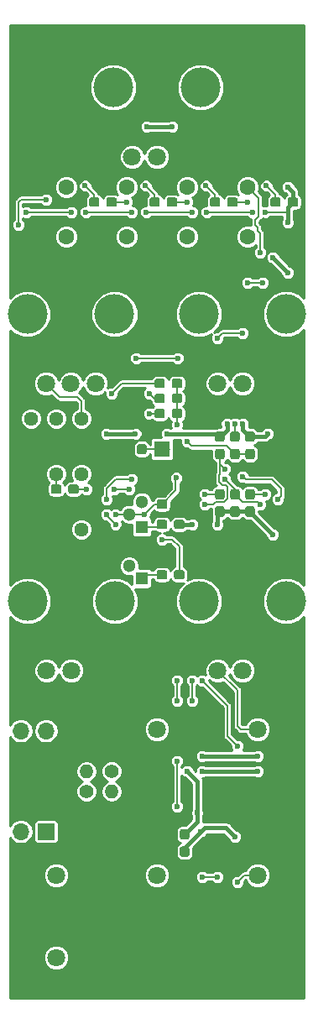
<source format=gbr>
G04 #@! TF.GenerationSoftware,KiCad,Pcbnew,5.0.2-bee76a0~70~ubuntu18.04.1*
G04 #@! TF.CreationDate,2019-04-23T19:40:41+10:00*
G04 #@! TF.ProjectId,minimoog,6d696e69-6d6f-46f6-972e-6b696361645f,rev?*
G04 #@! TF.SameCoordinates,Original*
G04 #@! TF.FileFunction,Copper,L2,Bot*
G04 #@! TF.FilePolarity,Positive*
%FSLAX46Y46*%
G04 Gerber Fmt 4.6, Leading zero omitted, Abs format (unit mm)*
G04 Created by KiCad (PCBNEW 5.0.2-bee76a0~70~ubuntu18.04.1) date Tue 23 Apr 2019 19:40:41 AEST*
%MOMM*%
%LPD*%
G01*
G04 APERTURE LIST*
G04 #@! TA.AperFunction,ComponentPad*
%ADD10R,1.600000X1.600000*%
G04 #@! TD*
G04 #@! TA.AperFunction,ComponentPad*
%ADD11C,1.600000*%
G04 #@! TD*
G04 #@! TA.AperFunction,ComponentPad*
%ADD12C,1.400000*%
G04 #@! TD*
G04 #@! TA.AperFunction,ComponentPad*
%ADD13O,1.400000X1.400000*%
G04 #@! TD*
G04 #@! TA.AperFunction,ComponentPad*
%ADD14R,1.300000X1.300000*%
G04 #@! TD*
G04 #@! TA.AperFunction,ComponentPad*
%ADD15C,1.300000*%
G04 #@! TD*
G04 #@! TA.AperFunction,ComponentPad*
%ADD16O,1.700000X1.700000*%
G04 #@! TD*
G04 #@! TA.AperFunction,ComponentPad*
%ADD17R,1.700000X1.700000*%
G04 #@! TD*
G04 #@! TA.AperFunction,Conductor*
%ADD18C,0.100000*%
G04 #@! TD*
G04 #@! TA.AperFunction,SMDPad,CuDef*
%ADD19C,0.950000*%
G04 #@! TD*
G04 #@! TA.AperFunction,ComponentPad*
%ADD20C,1.800000*%
G04 #@! TD*
G04 #@! TA.AperFunction,WasherPad*
%ADD21C,4.000000*%
G04 #@! TD*
G04 #@! TA.AperFunction,ComponentPad*
%ADD22C,1.440000*%
G04 #@! TD*
G04 #@! TA.AperFunction,ViaPad*
%ADD23C,0.600000*%
G04 #@! TD*
G04 #@! TA.AperFunction,Conductor*
%ADD24C,0.152400*%
G04 #@! TD*
G04 #@! TA.AperFunction,Conductor*
%ADD25C,0.457200*%
G04 #@! TD*
G04 #@! TA.AperFunction,Conductor*
%ADD26C,0.254000*%
G04 #@! TD*
G04 APERTURE END LIST*
D10*
G04 #@! TO.P,C7,1*
G04 #@! TO.N,Net-(C7-Pad1)*
X140208000Y-81280000D03*
D11*
G04 #@! TO.P,C7,2*
G04 #@! TO.N,GND*
X140208000Y-83780000D03*
G04 #@! TD*
D12*
G04 #@! TO.P,R7,1*
G04 #@! TO.N,+12V*
X135128000Y-113792000D03*
D13*
G04 #@! TO.P,R7,2*
G04 #@! TO.N,Net-(D1-Pad1)*
X132588000Y-113792000D03*
G04 #@! TD*
D12*
G04 #@! TO.P,R33,1*
G04 #@! TO.N,Net-(D2-Pad2)*
X132588000Y-115824000D03*
D13*
G04 #@! TO.P,R33,2*
G04 #@! TO.N,-12V*
X135128000Y-115824000D03*
G04 #@! TD*
D14*
G04 #@! TO.P,Q1,1*
G04 #@! TO.N,Net-(Q1-Pad1)*
X138176000Y-89154000D03*
D15*
G04 #@! TO.P,Q1,3*
G04 #@! TO.N,Net-(Q1-Pad3)*
X138176000Y-86614000D03*
G04 #@! TO.P,Q1,2*
G04 #@! TO.N,Net-(C2-Pad1)*
X136906000Y-87884000D03*
G04 #@! TD*
G04 #@! TO.P,Q9,2*
G04 #@! TO.N,Net-(Q1-Pad3)*
X136906000Y-93091000D03*
G04 #@! TO.P,Q9,3*
G04 #@! TO.N,GND*
X138176000Y-91821000D03*
D14*
G04 #@! TO.P,Q9,1*
G04 #@! TO.N,Net-(Q9-Pad1)*
X138176000Y-94361000D03*
G04 #@! TD*
D16*
G04 #@! TO.P,J6,10*
G04 #@! TO.N,Net-(D1-Pad2)*
X125984000Y-109728000D03*
G04 #@! TO.P,J6,9*
X128524000Y-109728000D03*
G04 #@! TO.P,J6,8*
G04 #@! TO.N,GND*
X125984000Y-112268000D03*
G04 #@! TO.P,J6,7*
X128524000Y-112268000D03*
G04 #@! TO.P,J6,6*
X125984000Y-114808000D03*
G04 #@! TO.P,J6,5*
X128524000Y-114808000D03*
G04 #@! TO.P,J6,4*
X125984000Y-117348000D03*
G04 #@! TO.P,J6,3*
X128524000Y-117348000D03*
G04 #@! TO.P,J6,2*
G04 #@! TO.N,Net-(D2-Pad1)*
X125984000Y-119888000D03*
D17*
G04 #@! TO.P,J6,1*
X128524000Y-119888000D03*
G04 #@! TD*
D18*
G04 #@! TO.N,-12V*
G04 #@! TO.C,R28*
G36*
X146310779Y-87078144D02*
X146333834Y-87081563D01*
X146356443Y-87087227D01*
X146378387Y-87095079D01*
X146399457Y-87105044D01*
X146419448Y-87117026D01*
X146438168Y-87130910D01*
X146455438Y-87146562D01*
X146471090Y-87163832D01*
X146484974Y-87182552D01*
X146496956Y-87202543D01*
X146506921Y-87223613D01*
X146514773Y-87245557D01*
X146520437Y-87268166D01*
X146523856Y-87291221D01*
X146525000Y-87314500D01*
X146525000Y-87889500D01*
X146523856Y-87912779D01*
X146520437Y-87935834D01*
X146514773Y-87958443D01*
X146506921Y-87980387D01*
X146496956Y-88001457D01*
X146484974Y-88021448D01*
X146471090Y-88040168D01*
X146455438Y-88057438D01*
X146438168Y-88073090D01*
X146419448Y-88086974D01*
X146399457Y-88098956D01*
X146378387Y-88108921D01*
X146356443Y-88116773D01*
X146333834Y-88122437D01*
X146310779Y-88125856D01*
X146287500Y-88127000D01*
X145812500Y-88127000D01*
X145789221Y-88125856D01*
X145766166Y-88122437D01*
X145743557Y-88116773D01*
X145721613Y-88108921D01*
X145700543Y-88098956D01*
X145680552Y-88086974D01*
X145661832Y-88073090D01*
X145644562Y-88057438D01*
X145628910Y-88040168D01*
X145615026Y-88021448D01*
X145603044Y-88001457D01*
X145593079Y-87980387D01*
X145585227Y-87958443D01*
X145579563Y-87935834D01*
X145576144Y-87912779D01*
X145575000Y-87889500D01*
X145575000Y-87314500D01*
X145576144Y-87291221D01*
X145579563Y-87268166D01*
X145585227Y-87245557D01*
X145593079Y-87223613D01*
X145603044Y-87202543D01*
X145615026Y-87182552D01*
X145628910Y-87163832D01*
X145644562Y-87146562D01*
X145661832Y-87130910D01*
X145680552Y-87117026D01*
X145700543Y-87105044D01*
X145721613Y-87095079D01*
X145743557Y-87087227D01*
X145766166Y-87081563D01*
X145789221Y-87078144D01*
X145812500Y-87077000D01*
X146287500Y-87077000D01*
X146310779Y-87078144D01*
X146310779Y-87078144D01*
G37*
D19*
G04 #@! TD*
G04 #@! TO.P,R28,2*
G04 #@! TO.N,-12V*
X146050000Y-87602000D03*
D18*
G04 #@! TO.N,Net-(Q7-Pad1)*
G04 #@! TO.C,R28*
G36*
X146310779Y-85328144D02*
X146333834Y-85331563D01*
X146356443Y-85337227D01*
X146378387Y-85345079D01*
X146399457Y-85355044D01*
X146419448Y-85367026D01*
X146438168Y-85380910D01*
X146455438Y-85396562D01*
X146471090Y-85413832D01*
X146484974Y-85432552D01*
X146496956Y-85452543D01*
X146506921Y-85473613D01*
X146514773Y-85495557D01*
X146520437Y-85518166D01*
X146523856Y-85541221D01*
X146525000Y-85564500D01*
X146525000Y-86139500D01*
X146523856Y-86162779D01*
X146520437Y-86185834D01*
X146514773Y-86208443D01*
X146506921Y-86230387D01*
X146496956Y-86251457D01*
X146484974Y-86271448D01*
X146471090Y-86290168D01*
X146455438Y-86307438D01*
X146438168Y-86323090D01*
X146419448Y-86336974D01*
X146399457Y-86348956D01*
X146378387Y-86358921D01*
X146356443Y-86366773D01*
X146333834Y-86372437D01*
X146310779Y-86375856D01*
X146287500Y-86377000D01*
X145812500Y-86377000D01*
X145789221Y-86375856D01*
X145766166Y-86372437D01*
X145743557Y-86366773D01*
X145721613Y-86358921D01*
X145700543Y-86348956D01*
X145680552Y-86336974D01*
X145661832Y-86323090D01*
X145644562Y-86307438D01*
X145628910Y-86290168D01*
X145615026Y-86271448D01*
X145603044Y-86251457D01*
X145593079Y-86230387D01*
X145585227Y-86208443D01*
X145579563Y-86185834D01*
X145576144Y-86162779D01*
X145575000Y-86139500D01*
X145575000Y-85564500D01*
X145576144Y-85541221D01*
X145579563Y-85518166D01*
X145585227Y-85495557D01*
X145593079Y-85473613D01*
X145603044Y-85452543D01*
X145615026Y-85432552D01*
X145628910Y-85413832D01*
X145644562Y-85396562D01*
X145661832Y-85380910D01*
X145680552Y-85367026D01*
X145700543Y-85355044D01*
X145721613Y-85345079D01*
X145743557Y-85337227D01*
X145766166Y-85331563D01*
X145789221Y-85328144D01*
X145812500Y-85327000D01*
X146287500Y-85327000D01*
X146310779Y-85328144D01*
X146310779Y-85328144D01*
G37*
D19*
G04 #@! TD*
G04 #@! TO.P,R28,1*
G04 #@! TO.N,Net-(Q7-Pad1)*
X146050000Y-85852000D03*
D11*
G04 #@! TO.P,C6,2*
G04 #@! TO.N,Net-(C6-Pad2)*
X130556000Y-59864000D03*
G04 #@! TO.P,C6,1*
G04 #@! TO.N,Net-(C6-Pad1)*
X130556000Y-54864000D03*
G04 #@! TD*
G04 #@! TO.P,C5,1*
G04 #@! TO.N,Net-(C5-Pad1)*
X136652000Y-59864000D03*
G04 #@! TO.P,C5,2*
G04 #@! TO.N,Net-(C5-Pad2)*
X136652000Y-54864000D03*
G04 #@! TD*
G04 #@! TO.P,C4,2*
G04 #@! TO.N,Net-(C4-Pad2)*
X142748000Y-59864000D03*
G04 #@! TO.P,C4,1*
G04 #@! TO.N,Net-(C4-Pad1)*
X142748000Y-54864000D03*
G04 #@! TD*
G04 #@! TO.P,C3,1*
G04 #@! TO.N,Net-(C3-Pad1)*
X148844000Y-54864000D03*
G04 #@! TO.P,C3,2*
G04 #@! TO.N,Net-(C13-Pad1)*
X148844000Y-59864000D03*
G04 #@! TD*
D18*
G04 #@! TO.N,GND*
G04 #@! TO.C,C2*
G36*
X142268779Y-86394144D02*
X142291834Y-86397563D01*
X142314443Y-86403227D01*
X142336387Y-86411079D01*
X142357457Y-86421044D01*
X142377448Y-86433026D01*
X142396168Y-86446910D01*
X142413438Y-86462562D01*
X142429090Y-86479832D01*
X142442974Y-86498552D01*
X142454956Y-86518543D01*
X142464921Y-86539613D01*
X142472773Y-86561557D01*
X142478437Y-86584166D01*
X142481856Y-86607221D01*
X142483000Y-86630500D01*
X142483000Y-87105500D01*
X142481856Y-87128779D01*
X142478437Y-87151834D01*
X142472773Y-87174443D01*
X142464921Y-87196387D01*
X142454956Y-87217457D01*
X142442974Y-87237448D01*
X142429090Y-87256168D01*
X142413438Y-87273438D01*
X142396168Y-87289090D01*
X142377448Y-87302974D01*
X142357457Y-87314956D01*
X142336387Y-87324921D01*
X142314443Y-87332773D01*
X142291834Y-87338437D01*
X142268779Y-87341856D01*
X142245500Y-87343000D01*
X141670500Y-87343000D01*
X141647221Y-87341856D01*
X141624166Y-87338437D01*
X141601557Y-87332773D01*
X141579613Y-87324921D01*
X141558543Y-87314956D01*
X141538552Y-87302974D01*
X141519832Y-87289090D01*
X141502562Y-87273438D01*
X141486910Y-87256168D01*
X141473026Y-87237448D01*
X141461044Y-87217457D01*
X141451079Y-87196387D01*
X141443227Y-87174443D01*
X141437563Y-87151834D01*
X141434144Y-87128779D01*
X141433000Y-87105500D01*
X141433000Y-86630500D01*
X141434144Y-86607221D01*
X141437563Y-86584166D01*
X141443227Y-86561557D01*
X141451079Y-86539613D01*
X141461044Y-86518543D01*
X141473026Y-86498552D01*
X141486910Y-86479832D01*
X141502562Y-86462562D01*
X141519832Y-86446910D01*
X141538552Y-86433026D01*
X141558543Y-86421044D01*
X141579613Y-86411079D01*
X141601557Y-86403227D01*
X141624166Y-86397563D01*
X141647221Y-86394144D01*
X141670500Y-86393000D01*
X142245500Y-86393000D01*
X142268779Y-86394144D01*
X142268779Y-86394144D01*
G37*
D19*
G04 #@! TD*
G04 #@! TO.P,C2,2*
G04 #@! TO.N,GND*
X141958000Y-86868000D03*
D18*
G04 #@! TO.N,Net-(C2-Pad1)*
G04 #@! TO.C,C2*
G36*
X140518779Y-86394144D02*
X140541834Y-86397563D01*
X140564443Y-86403227D01*
X140586387Y-86411079D01*
X140607457Y-86421044D01*
X140627448Y-86433026D01*
X140646168Y-86446910D01*
X140663438Y-86462562D01*
X140679090Y-86479832D01*
X140692974Y-86498552D01*
X140704956Y-86518543D01*
X140714921Y-86539613D01*
X140722773Y-86561557D01*
X140728437Y-86584166D01*
X140731856Y-86607221D01*
X140733000Y-86630500D01*
X140733000Y-87105500D01*
X140731856Y-87128779D01*
X140728437Y-87151834D01*
X140722773Y-87174443D01*
X140714921Y-87196387D01*
X140704956Y-87217457D01*
X140692974Y-87237448D01*
X140679090Y-87256168D01*
X140663438Y-87273438D01*
X140646168Y-87289090D01*
X140627448Y-87302974D01*
X140607457Y-87314956D01*
X140586387Y-87324921D01*
X140564443Y-87332773D01*
X140541834Y-87338437D01*
X140518779Y-87341856D01*
X140495500Y-87343000D01*
X139920500Y-87343000D01*
X139897221Y-87341856D01*
X139874166Y-87338437D01*
X139851557Y-87332773D01*
X139829613Y-87324921D01*
X139808543Y-87314956D01*
X139788552Y-87302974D01*
X139769832Y-87289090D01*
X139752562Y-87273438D01*
X139736910Y-87256168D01*
X139723026Y-87237448D01*
X139711044Y-87217457D01*
X139701079Y-87196387D01*
X139693227Y-87174443D01*
X139687563Y-87151834D01*
X139684144Y-87128779D01*
X139683000Y-87105500D01*
X139683000Y-86630500D01*
X139684144Y-86607221D01*
X139687563Y-86584166D01*
X139693227Y-86561557D01*
X139701079Y-86539613D01*
X139711044Y-86518543D01*
X139723026Y-86498552D01*
X139736910Y-86479832D01*
X139752562Y-86462562D01*
X139769832Y-86446910D01*
X139788552Y-86433026D01*
X139808543Y-86421044D01*
X139829613Y-86411079D01*
X139851557Y-86403227D01*
X139874166Y-86397563D01*
X139897221Y-86394144D01*
X139920500Y-86393000D01*
X140495500Y-86393000D01*
X140518779Y-86394144D01*
X140518779Y-86394144D01*
G37*
D19*
G04 #@! TD*
G04 #@! TO.P,C2,1*
G04 #@! TO.N,Net-(C2-Pad1)*
X140208000Y-86868000D03*
D18*
G04 #@! TO.N,+12V*
G04 #@! TO.C,C9*
G36*
X142754779Y-119632144D02*
X142777834Y-119635563D01*
X142800443Y-119641227D01*
X142822387Y-119649079D01*
X142843457Y-119659044D01*
X142863448Y-119671026D01*
X142882168Y-119684910D01*
X142899438Y-119700562D01*
X142915090Y-119717832D01*
X142928974Y-119736552D01*
X142940956Y-119756543D01*
X142950921Y-119777613D01*
X142958773Y-119799557D01*
X142964437Y-119822166D01*
X142967856Y-119845221D01*
X142969000Y-119868500D01*
X142969000Y-120443500D01*
X142967856Y-120466779D01*
X142964437Y-120489834D01*
X142958773Y-120512443D01*
X142950921Y-120534387D01*
X142940956Y-120555457D01*
X142928974Y-120575448D01*
X142915090Y-120594168D01*
X142899438Y-120611438D01*
X142882168Y-120627090D01*
X142863448Y-120640974D01*
X142843457Y-120652956D01*
X142822387Y-120662921D01*
X142800443Y-120670773D01*
X142777834Y-120676437D01*
X142754779Y-120679856D01*
X142731500Y-120681000D01*
X142256500Y-120681000D01*
X142233221Y-120679856D01*
X142210166Y-120676437D01*
X142187557Y-120670773D01*
X142165613Y-120662921D01*
X142144543Y-120652956D01*
X142124552Y-120640974D01*
X142105832Y-120627090D01*
X142088562Y-120611438D01*
X142072910Y-120594168D01*
X142059026Y-120575448D01*
X142047044Y-120555457D01*
X142037079Y-120534387D01*
X142029227Y-120512443D01*
X142023563Y-120489834D01*
X142020144Y-120466779D01*
X142019000Y-120443500D01*
X142019000Y-119868500D01*
X142020144Y-119845221D01*
X142023563Y-119822166D01*
X142029227Y-119799557D01*
X142037079Y-119777613D01*
X142047044Y-119756543D01*
X142059026Y-119736552D01*
X142072910Y-119717832D01*
X142088562Y-119700562D01*
X142105832Y-119684910D01*
X142124552Y-119671026D01*
X142144543Y-119659044D01*
X142165613Y-119649079D01*
X142187557Y-119641227D01*
X142210166Y-119635563D01*
X142233221Y-119632144D01*
X142256500Y-119631000D01*
X142731500Y-119631000D01*
X142754779Y-119632144D01*
X142754779Y-119632144D01*
G37*
D19*
G04 #@! TD*
G04 #@! TO.P,C9,1*
G04 #@! TO.N,+12V*
X142494000Y-120156000D03*
D18*
G04 #@! TO.N,-12V*
G04 #@! TO.C,C9*
G36*
X142754779Y-121382144D02*
X142777834Y-121385563D01*
X142800443Y-121391227D01*
X142822387Y-121399079D01*
X142843457Y-121409044D01*
X142863448Y-121421026D01*
X142882168Y-121434910D01*
X142899438Y-121450562D01*
X142915090Y-121467832D01*
X142928974Y-121486552D01*
X142940956Y-121506543D01*
X142950921Y-121527613D01*
X142958773Y-121549557D01*
X142964437Y-121572166D01*
X142967856Y-121595221D01*
X142969000Y-121618500D01*
X142969000Y-122193500D01*
X142967856Y-122216779D01*
X142964437Y-122239834D01*
X142958773Y-122262443D01*
X142950921Y-122284387D01*
X142940956Y-122305457D01*
X142928974Y-122325448D01*
X142915090Y-122344168D01*
X142899438Y-122361438D01*
X142882168Y-122377090D01*
X142863448Y-122390974D01*
X142843457Y-122402956D01*
X142822387Y-122412921D01*
X142800443Y-122420773D01*
X142777834Y-122426437D01*
X142754779Y-122429856D01*
X142731500Y-122431000D01*
X142256500Y-122431000D01*
X142233221Y-122429856D01*
X142210166Y-122426437D01*
X142187557Y-122420773D01*
X142165613Y-122412921D01*
X142144543Y-122402956D01*
X142124552Y-122390974D01*
X142105832Y-122377090D01*
X142088562Y-122361438D01*
X142072910Y-122344168D01*
X142059026Y-122325448D01*
X142047044Y-122305457D01*
X142037079Y-122284387D01*
X142029227Y-122262443D01*
X142023563Y-122239834D01*
X142020144Y-122216779D01*
X142019000Y-122193500D01*
X142019000Y-121618500D01*
X142020144Y-121595221D01*
X142023563Y-121572166D01*
X142029227Y-121549557D01*
X142037079Y-121527613D01*
X142047044Y-121506543D01*
X142059026Y-121486552D01*
X142072910Y-121467832D01*
X142088562Y-121450562D01*
X142105832Y-121434910D01*
X142124552Y-121421026D01*
X142144543Y-121409044D01*
X142165613Y-121399079D01*
X142187557Y-121391227D01*
X142210166Y-121385563D01*
X142233221Y-121382144D01*
X142256500Y-121381000D01*
X142731500Y-121381000D01*
X142754779Y-121382144D01*
X142754779Y-121382144D01*
G37*
D19*
G04 #@! TD*
G04 #@! TO.P,C9,2*
G04 #@! TO.N,-12V*
X142494000Y-121906000D03*
D18*
G04 #@! TO.N,Net-(Q7-Pad3)*
G04 #@! TO.C,R23*
G36*
X146310779Y-81264144D02*
X146333834Y-81267563D01*
X146356443Y-81273227D01*
X146378387Y-81281079D01*
X146399457Y-81291044D01*
X146419448Y-81303026D01*
X146438168Y-81316910D01*
X146455438Y-81332562D01*
X146471090Y-81349832D01*
X146484974Y-81368552D01*
X146496956Y-81388543D01*
X146506921Y-81409613D01*
X146514773Y-81431557D01*
X146520437Y-81454166D01*
X146523856Y-81477221D01*
X146525000Y-81500500D01*
X146525000Y-82075500D01*
X146523856Y-82098779D01*
X146520437Y-82121834D01*
X146514773Y-82144443D01*
X146506921Y-82166387D01*
X146496956Y-82187457D01*
X146484974Y-82207448D01*
X146471090Y-82226168D01*
X146455438Y-82243438D01*
X146438168Y-82259090D01*
X146419448Y-82272974D01*
X146399457Y-82284956D01*
X146378387Y-82294921D01*
X146356443Y-82302773D01*
X146333834Y-82308437D01*
X146310779Y-82311856D01*
X146287500Y-82313000D01*
X145812500Y-82313000D01*
X145789221Y-82311856D01*
X145766166Y-82308437D01*
X145743557Y-82302773D01*
X145721613Y-82294921D01*
X145700543Y-82284956D01*
X145680552Y-82272974D01*
X145661832Y-82259090D01*
X145644562Y-82243438D01*
X145628910Y-82226168D01*
X145615026Y-82207448D01*
X145603044Y-82187457D01*
X145593079Y-82166387D01*
X145585227Y-82144443D01*
X145579563Y-82121834D01*
X145576144Y-82098779D01*
X145575000Y-82075500D01*
X145575000Y-81500500D01*
X145576144Y-81477221D01*
X145579563Y-81454166D01*
X145585227Y-81431557D01*
X145593079Y-81409613D01*
X145603044Y-81388543D01*
X145615026Y-81368552D01*
X145628910Y-81349832D01*
X145644562Y-81332562D01*
X145661832Y-81316910D01*
X145680552Y-81303026D01*
X145700543Y-81291044D01*
X145721613Y-81281079D01*
X145743557Y-81273227D01*
X145766166Y-81267563D01*
X145789221Y-81264144D01*
X145812500Y-81263000D01*
X146287500Y-81263000D01*
X146310779Y-81264144D01*
X146310779Y-81264144D01*
G37*
D19*
G04 #@! TD*
G04 #@! TO.P,R23,2*
G04 #@! TO.N,Net-(Q7-Pad3)*
X146050000Y-81788000D03*
D18*
G04 #@! TO.N,+12V*
G04 #@! TO.C,R23*
G36*
X146310779Y-79514144D02*
X146333834Y-79517563D01*
X146356443Y-79523227D01*
X146378387Y-79531079D01*
X146399457Y-79541044D01*
X146419448Y-79553026D01*
X146438168Y-79566910D01*
X146455438Y-79582562D01*
X146471090Y-79599832D01*
X146484974Y-79618552D01*
X146496956Y-79638543D01*
X146506921Y-79659613D01*
X146514773Y-79681557D01*
X146520437Y-79704166D01*
X146523856Y-79727221D01*
X146525000Y-79750500D01*
X146525000Y-80325500D01*
X146523856Y-80348779D01*
X146520437Y-80371834D01*
X146514773Y-80394443D01*
X146506921Y-80416387D01*
X146496956Y-80437457D01*
X146484974Y-80457448D01*
X146471090Y-80476168D01*
X146455438Y-80493438D01*
X146438168Y-80509090D01*
X146419448Y-80522974D01*
X146399457Y-80534956D01*
X146378387Y-80544921D01*
X146356443Y-80552773D01*
X146333834Y-80558437D01*
X146310779Y-80561856D01*
X146287500Y-80563000D01*
X145812500Y-80563000D01*
X145789221Y-80561856D01*
X145766166Y-80558437D01*
X145743557Y-80552773D01*
X145721613Y-80544921D01*
X145700543Y-80534956D01*
X145680552Y-80522974D01*
X145661832Y-80509090D01*
X145644562Y-80493438D01*
X145628910Y-80476168D01*
X145615026Y-80457448D01*
X145603044Y-80437457D01*
X145593079Y-80416387D01*
X145585227Y-80394443D01*
X145579563Y-80371834D01*
X145576144Y-80348779D01*
X145575000Y-80325500D01*
X145575000Y-79750500D01*
X145576144Y-79727221D01*
X145579563Y-79704166D01*
X145585227Y-79681557D01*
X145593079Y-79659613D01*
X145603044Y-79638543D01*
X145615026Y-79618552D01*
X145628910Y-79599832D01*
X145644562Y-79582562D01*
X145661832Y-79566910D01*
X145680552Y-79553026D01*
X145700543Y-79541044D01*
X145721613Y-79531079D01*
X145743557Y-79523227D01*
X145766166Y-79517563D01*
X145789221Y-79514144D01*
X145812500Y-79513000D01*
X146287500Y-79513000D01*
X146310779Y-79514144D01*
X146310779Y-79514144D01*
G37*
D19*
G04 #@! TD*
G04 #@! TO.P,R23,1*
G04 #@! TO.N,+12V*
X146050000Y-80038000D03*
D18*
G04 #@! TO.N,+12V*
G04 #@! TO.C,R11*
G36*
X153726779Y-55914144D02*
X153749834Y-55917563D01*
X153772443Y-55923227D01*
X153794387Y-55931079D01*
X153815457Y-55941044D01*
X153835448Y-55953026D01*
X153854168Y-55966910D01*
X153871438Y-55982562D01*
X153887090Y-55999832D01*
X153900974Y-56018552D01*
X153912956Y-56038543D01*
X153922921Y-56059613D01*
X153930773Y-56081557D01*
X153936437Y-56104166D01*
X153939856Y-56127221D01*
X153941000Y-56150500D01*
X153941000Y-56625500D01*
X153939856Y-56648779D01*
X153936437Y-56671834D01*
X153930773Y-56694443D01*
X153922921Y-56716387D01*
X153912956Y-56737457D01*
X153900974Y-56757448D01*
X153887090Y-56776168D01*
X153871438Y-56793438D01*
X153854168Y-56809090D01*
X153835448Y-56822974D01*
X153815457Y-56834956D01*
X153794387Y-56844921D01*
X153772443Y-56852773D01*
X153749834Y-56858437D01*
X153726779Y-56861856D01*
X153703500Y-56863000D01*
X153128500Y-56863000D01*
X153105221Y-56861856D01*
X153082166Y-56858437D01*
X153059557Y-56852773D01*
X153037613Y-56844921D01*
X153016543Y-56834956D01*
X152996552Y-56822974D01*
X152977832Y-56809090D01*
X152960562Y-56793438D01*
X152944910Y-56776168D01*
X152931026Y-56757448D01*
X152919044Y-56737457D01*
X152909079Y-56716387D01*
X152901227Y-56694443D01*
X152895563Y-56671834D01*
X152892144Y-56648779D01*
X152891000Y-56625500D01*
X152891000Y-56150500D01*
X152892144Y-56127221D01*
X152895563Y-56104166D01*
X152901227Y-56081557D01*
X152909079Y-56059613D01*
X152919044Y-56038543D01*
X152931026Y-56018552D01*
X152944910Y-55999832D01*
X152960562Y-55982562D01*
X152977832Y-55966910D01*
X152996552Y-55953026D01*
X153016543Y-55941044D01*
X153037613Y-55931079D01*
X153059557Y-55923227D01*
X153082166Y-55917563D01*
X153105221Y-55914144D01*
X153128500Y-55913000D01*
X153703500Y-55913000D01*
X153726779Y-55914144D01*
X153726779Y-55914144D01*
G37*
D19*
G04 #@! TD*
G04 #@! TO.P,R11,1*
G04 #@! TO.N,+12V*
X153416000Y-56388000D03*
D18*
G04 #@! TO.N,Net-(Q2-Pad2)*
G04 #@! TO.C,R11*
G36*
X151976779Y-55914144D02*
X151999834Y-55917563D01*
X152022443Y-55923227D01*
X152044387Y-55931079D01*
X152065457Y-55941044D01*
X152085448Y-55953026D01*
X152104168Y-55966910D01*
X152121438Y-55982562D01*
X152137090Y-55999832D01*
X152150974Y-56018552D01*
X152162956Y-56038543D01*
X152172921Y-56059613D01*
X152180773Y-56081557D01*
X152186437Y-56104166D01*
X152189856Y-56127221D01*
X152191000Y-56150500D01*
X152191000Y-56625500D01*
X152189856Y-56648779D01*
X152186437Y-56671834D01*
X152180773Y-56694443D01*
X152172921Y-56716387D01*
X152162956Y-56737457D01*
X152150974Y-56757448D01*
X152137090Y-56776168D01*
X152121438Y-56793438D01*
X152104168Y-56809090D01*
X152085448Y-56822974D01*
X152065457Y-56834956D01*
X152044387Y-56844921D01*
X152022443Y-56852773D01*
X151999834Y-56858437D01*
X151976779Y-56861856D01*
X151953500Y-56863000D01*
X151378500Y-56863000D01*
X151355221Y-56861856D01*
X151332166Y-56858437D01*
X151309557Y-56852773D01*
X151287613Y-56844921D01*
X151266543Y-56834956D01*
X151246552Y-56822974D01*
X151227832Y-56809090D01*
X151210562Y-56793438D01*
X151194910Y-56776168D01*
X151181026Y-56757448D01*
X151169044Y-56737457D01*
X151159079Y-56716387D01*
X151151227Y-56694443D01*
X151145563Y-56671834D01*
X151142144Y-56648779D01*
X151141000Y-56625500D01*
X151141000Y-56150500D01*
X151142144Y-56127221D01*
X151145563Y-56104166D01*
X151151227Y-56081557D01*
X151159079Y-56059613D01*
X151169044Y-56038543D01*
X151181026Y-56018552D01*
X151194910Y-55999832D01*
X151210562Y-55982562D01*
X151227832Y-55966910D01*
X151246552Y-55953026D01*
X151266543Y-55941044D01*
X151287613Y-55931079D01*
X151309557Y-55923227D01*
X151332166Y-55917563D01*
X151355221Y-55914144D01*
X151378500Y-55913000D01*
X151953500Y-55913000D01*
X151976779Y-55914144D01*
X151976779Y-55914144D01*
G37*
D19*
G04 #@! TD*
G04 #@! TO.P,R11,2*
G04 #@! TO.N,Net-(Q2-Pad2)*
X151666000Y-56388000D03*
D18*
G04 #@! TO.N,Net-(Q3-Pad2)*
G04 #@! TO.C,R12*
G36*
X145880779Y-55914144D02*
X145903834Y-55917563D01*
X145926443Y-55923227D01*
X145948387Y-55931079D01*
X145969457Y-55941044D01*
X145989448Y-55953026D01*
X146008168Y-55966910D01*
X146025438Y-55982562D01*
X146041090Y-55999832D01*
X146054974Y-56018552D01*
X146066956Y-56038543D01*
X146076921Y-56059613D01*
X146084773Y-56081557D01*
X146090437Y-56104166D01*
X146093856Y-56127221D01*
X146095000Y-56150500D01*
X146095000Y-56625500D01*
X146093856Y-56648779D01*
X146090437Y-56671834D01*
X146084773Y-56694443D01*
X146076921Y-56716387D01*
X146066956Y-56737457D01*
X146054974Y-56757448D01*
X146041090Y-56776168D01*
X146025438Y-56793438D01*
X146008168Y-56809090D01*
X145989448Y-56822974D01*
X145969457Y-56834956D01*
X145948387Y-56844921D01*
X145926443Y-56852773D01*
X145903834Y-56858437D01*
X145880779Y-56861856D01*
X145857500Y-56863000D01*
X145282500Y-56863000D01*
X145259221Y-56861856D01*
X145236166Y-56858437D01*
X145213557Y-56852773D01*
X145191613Y-56844921D01*
X145170543Y-56834956D01*
X145150552Y-56822974D01*
X145131832Y-56809090D01*
X145114562Y-56793438D01*
X145098910Y-56776168D01*
X145085026Y-56757448D01*
X145073044Y-56737457D01*
X145063079Y-56716387D01*
X145055227Y-56694443D01*
X145049563Y-56671834D01*
X145046144Y-56648779D01*
X145045000Y-56625500D01*
X145045000Y-56150500D01*
X145046144Y-56127221D01*
X145049563Y-56104166D01*
X145055227Y-56081557D01*
X145063079Y-56059613D01*
X145073044Y-56038543D01*
X145085026Y-56018552D01*
X145098910Y-55999832D01*
X145114562Y-55982562D01*
X145131832Y-55966910D01*
X145150552Y-55953026D01*
X145170543Y-55941044D01*
X145191613Y-55931079D01*
X145213557Y-55923227D01*
X145236166Y-55917563D01*
X145259221Y-55914144D01*
X145282500Y-55913000D01*
X145857500Y-55913000D01*
X145880779Y-55914144D01*
X145880779Y-55914144D01*
G37*
D19*
G04 #@! TD*
G04 #@! TO.P,R12,2*
G04 #@! TO.N,Net-(Q3-Pad2)*
X145570000Y-56388000D03*
D18*
G04 #@! TO.N,Net-(Q2-Pad2)*
G04 #@! TO.C,R12*
G36*
X147630779Y-55914144D02*
X147653834Y-55917563D01*
X147676443Y-55923227D01*
X147698387Y-55931079D01*
X147719457Y-55941044D01*
X147739448Y-55953026D01*
X147758168Y-55966910D01*
X147775438Y-55982562D01*
X147791090Y-55999832D01*
X147804974Y-56018552D01*
X147816956Y-56038543D01*
X147826921Y-56059613D01*
X147834773Y-56081557D01*
X147840437Y-56104166D01*
X147843856Y-56127221D01*
X147845000Y-56150500D01*
X147845000Y-56625500D01*
X147843856Y-56648779D01*
X147840437Y-56671834D01*
X147834773Y-56694443D01*
X147826921Y-56716387D01*
X147816956Y-56737457D01*
X147804974Y-56757448D01*
X147791090Y-56776168D01*
X147775438Y-56793438D01*
X147758168Y-56809090D01*
X147739448Y-56822974D01*
X147719457Y-56834956D01*
X147698387Y-56844921D01*
X147676443Y-56852773D01*
X147653834Y-56858437D01*
X147630779Y-56861856D01*
X147607500Y-56863000D01*
X147032500Y-56863000D01*
X147009221Y-56861856D01*
X146986166Y-56858437D01*
X146963557Y-56852773D01*
X146941613Y-56844921D01*
X146920543Y-56834956D01*
X146900552Y-56822974D01*
X146881832Y-56809090D01*
X146864562Y-56793438D01*
X146848910Y-56776168D01*
X146835026Y-56757448D01*
X146823044Y-56737457D01*
X146813079Y-56716387D01*
X146805227Y-56694443D01*
X146799563Y-56671834D01*
X146796144Y-56648779D01*
X146795000Y-56625500D01*
X146795000Y-56150500D01*
X146796144Y-56127221D01*
X146799563Y-56104166D01*
X146805227Y-56081557D01*
X146813079Y-56059613D01*
X146823044Y-56038543D01*
X146835026Y-56018552D01*
X146848910Y-55999832D01*
X146864562Y-55982562D01*
X146881832Y-55966910D01*
X146900552Y-55953026D01*
X146920543Y-55941044D01*
X146941613Y-55931079D01*
X146963557Y-55923227D01*
X146986166Y-55917563D01*
X147009221Y-55914144D01*
X147032500Y-55913000D01*
X147607500Y-55913000D01*
X147630779Y-55914144D01*
X147630779Y-55914144D01*
G37*
D19*
G04 #@! TD*
G04 #@! TO.P,R12,1*
G04 #@! TO.N,Net-(Q2-Pad2)*
X147320000Y-56388000D03*
D18*
G04 #@! TO.N,Net-(Q3-Pad2)*
G04 #@! TO.C,R13*
G36*
X141534779Y-55914144D02*
X141557834Y-55917563D01*
X141580443Y-55923227D01*
X141602387Y-55931079D01*
X141623457Y-55941044D01*
X141643448Y-55953026D01*
X141662168Y-55966910D01*
X141679438Y-55982562D01*
X141695090Y-55999832D01*
X141708974Y-56018552D01*
X141720956Y-56038543D01*
X141730921Y-56059613D01*
X141738773Y-56081557D01*
X141744437Y-56104166D01*
X141747856Y-56127221D01*
X141749000Y-56150500D01*
X141749000Y-56625500D01*
X141747856Y-56648779D01*
X141744437Y-56671834D01*
X141738773Y-56694443D01*
X141730921Y-56716387D01*
X141720956Y-56737457D01*
X141708974Y-56757448D01*
X141695090Y-56776168D01*
X141679438Y-56793438D01*
X141662168Y-56809090D01*
X141643448Y-56822974D01*
X141623457Y-56834956D01*
X141602387Y-56844921D01*
X141580443Y-56852773D01*
X141557834Y-56858437D01*
X141534779Y-56861856D01*
X141511500Y-56863000D01*
X140936500Y-56863000D01*
X140913221Y-56861856D01*
X140890166Y-56858437D01*
X140867557Y-56852773D01*
X140845613Y-56844921D01*
X140824543Y-56834956D01*
X140804552Y-56822974D01*
X140785832Y-56809090D01*
X140768562Y-56793438D01*
X140752910Y-56776168D01*
X140739026Y-56757448D01*
X140727044Y-56737457D01*
X140717079Y-56716387D01*
X140709227Y-56694443D01*
X140703563Y-56671834D01*
X140700144Y-56648779D01*
X140699000Y-56625500D01*
X140699000Y-56150500D01*
X140700144Y-56127221D01*
X140703563Y-56104166D01*
X140709227Y-56081557D01*
X140717079Y-56059613D01*
X140727044Y-56038543D01*
X140739026Y-56018552D01*
X140752910Y-55999832D01*
X140768562Y-55982562D01*
X140785832Y-55966910D01*
X140804552Y-55953026D01*
X140824543Y-55941044D01*
X140845613Y-55931079D01*
X140867557Y-55923227D01*
X140890166Y-55917563D01*
X140913221Y-55914144D01*
X140936500Y-55913000D01*
X141511500Y-55913000D01*
X141534779Y-55914144D01*
X141534779Y-55914144D01*
G37*
D19*
G04 #@! TD*
G04 #@! TO.P,R13,1*
G04 #@! TO.N,Net-(Q3-Pad2)*
X141224000Y-56388000D03*
D18*
G04 #@! TO.N,Net-(Q4-Pad2)*
G04 #@! TO.C,R13*
G36*
X139784779Y-55914144D02*
X139807834Y-55917563D01*
X139830443Y-55923227D01*
X139852387Y-55931079D01*
X139873457Y-55941044D01*
X139893448Y-55953026D01*
X139912168Y-55966910D01*
X139929438Y-55982562D01*
X139945090Y-55999832D01*
X139958974Y-56018552D01*
X139970956Y-56038543D01*
X139980921Y-56059613D01*
X139988773Y-56081557D01*
X139994437Y-56104166D01*
X139997856Y-56127221D01*
X139999000Y-56150500D01*
X139999000Y-56625500D01*
X139997856Y-56648779D01*
X139994437Y-56671834D01*
X139988773Y-56694443D01*
X139980921Y-56716387D01*
X139970956Y-56737457D01*
X139958974Y-56757448D01*
X139945090Y-56776168D01*
X139929438Y-56793438D01*
X139912168Y-56809090D01*
X139893448Y-56822974D01*
X139873457Y-56834956D01*
X139852387Y-56844921D01*
X139830443Y-56852773D01*
X139807834Y-56858437D01*
X139784779Y-56861856D01*
X139761500Y-56863000D01*
X139186500Y-56863000D01*
X139163221Y-56861856D01*
X139140166Y-56858437D01*
X139117557Y-56852773D01*
X139095613Y-56844921D01*
X139074543Y-56834956D01*
X139054552Y-56822974D01*
X139035832Y-56809090D01*
X139018562Y-56793438D01*
X139002910Y-56776168D01*
X138989026Y-56757448D01*
X138977044Y-56737457D01*
X138967079Y-56716387D01*
X138959227Y-56694443D01*
X138953563Y-56671834D01*
X138950144Y-56648779D01*
X138949000Y-56625500D01*
X138949000Y-56150500D01*
X138950144Y-56127221D01*
X138953563Y-56104166D01*
X138959227Y-56081557D01*
X138967079Y-56059613D01*
X138977044Y-56038543D01*
X138989026Y-56018552D01*
X139002910Y-55999832D01*
X139018562Y-55982562D01*
X139035832Y-55966910D01*
X139054552Y-55953026D01*
X139074543Y-55941044D01*
X139095613Y-55931079D01*
X139117557Y-55923227D01*
X139140166Y-55917563D01*
X139163221Y-55914144D01*
X139186500Y-55913000D01*
X139761500Y-55913000D01*
X139784779Y-55914144D01*
X139784779Y-55914144D01*
G37*
D19*
G04 #@! TD*
G04 #@! TO.P,R13,2*
G04 #@! TO.N,Net-(Q4-Pad2)*
X139474000Y-56388000D03*
D18*
G04 #@! TO.N,Net-(Q5-Pad2)*
G04 #@! TO.C,R14*
G36*
X133688779Y-55914144D02*
X133711834Y-55917563D01*
X133734443Y-55923227D01*
X133756387Y-55931079D01*
X133777457Y-55941044D01*
X133797448Y-55953026D01*
X133816168Y-55966910D01*
X133833438Y-55982562D01*
X133849090Y-55999832D01*
X133862974Y-56018552D01*
X133874956Y-56038543D01*
X133884921Y-56059613D01*
X133892773Y-56081557D01*
X133898437Y-56104166D01*
X133901856Y-56127221D01*
X133903000Y-56150500D01*
X133903000Y-56625500D01*
X133901856Y-56648779D01*
X133898437Y-56671834D01*
X133892773Y-56694443D01*
X133884921Y-56716387D01*
X133874956Y-56737457D01*
X133862974Y-56757448D01*
X133849090Y-56776168D01*
X133833438Y-56793438D01*
X133816168Y-56809090D01*
X133797448Y-56822974D01*
X133777457Y-56834956D01*
X133756387Y-56844921D01*
X133734443Y-56852773D01*
X133711834Y-56858437D01*
X133688779Y-56861856D01*
X133665500Y-56863000D01*
X133090500Y-56863000D01*
X133067221Y-56861856D01*
X133044166Y-56858437D01*
X133021557Y-56852773D01*
X132999613Y-56844921D01*
X132978543Y-56834956D01*
X132958552Y-56822974D01*
X132939832Y-56809090D01*
X132922562Y-56793438D01*
X132906910Y-56776168D01*
X132893026Y-56757448D01*
X132881044Y-56737457D01*
X132871079Y-56716387D01*
X132863227Y-56694443D01*
X132857563Y-56671834D01*
X132854144Y-56648779D01*
X132853000Y-56625500D01*
X132853000Y-56150500D01*
X132854144Y-56127221D01*
X132857563Y-56104166D01*
X132863227Y-56081557D01*
X132871079Y-56059613D01*
X132881044Y-56038543D01*
X132893026Y-56018552D01*
X132906910Y-55999832D01*
X132922562Y-55982562D01*
X132939832Y-55966910D01*
X132958552Y-55953026D01*
X132978543Y-55941044D01*
X132999613Y-55931079D01*
X133021557Y-55923227D01*
X133044166Y-55917563D01*
X133067221Y-55914144D01*
X133090500Y-55913000D01*
X133665500Y-55913000D01*
X133688779Y-55914144D01*
X133688779Y-55914144D01*
G37*
D19*
G04 #@! TD*
G04 #@! TO.P,R14,2*
G04 #@! TO.N,Net-(Q5-Pad2)*
X133378000Y-56388000D03*
D18*
G04 #@! TO.N,Net-(Q4-Pad2)*
G04 #@! TO.C,R14*
G36*
X135438779Y-55914144D02*
X135461834Y-55917563D01*
X135484443Y-55923227D01*
X135506387Y-55931079D01*
X135527457Y-55941044D01*
X135547448Y-55953026D01*
X135566168Y-55966910D01*
X135583438Y-55982562D01*
X135599090Y-55999832D01*
X135612974Y-56018552D01*
X135624956Y-56038543D01*
X135634921Y-56059613D01*
X135642773Y-56081557D01*
X135648437Y-56104166D01*
X135651856Y-56127221D01*
X135653000Y-56150500D01*
X135653000Y-56625500D01*
X135651856Y-56648779D01*
X135648437Y-56671834D01*
X135642773Y-56694443D01*
X135634921Y-56716387D01*
X135624956Y-56737457D01*
X135612974Y-56757448D01*
X135599090Y-56776168D01*
X135583438Y-56793438D01*
X135566168Y-56809090D01*
X135547448Y-56822974D01*
X135527457Y-56834956D01*
X135506387Y-56844921D01*
X135484443Y-56852773D01*
X135461834Y-56858437D01*
X135438779Y-56861856D01*
X135415500Y-56863000D01*
X134840500Y-56863000D01*
X134817221Y-56861856D01*
X134794166Y-56858437D01*
X134771557Y-56852773D01*
X134749613Y-56844921D01*
X134728543Y-56834956D01*
X134708552Y-56822974D01*
X134689832Y-56809090D01*
X134672562Y-56793438D01*
X134656910Y-56776168D01*
X134643026Y-56757448D01*
X134631044Y-56737457D01*
X134621079Y-56716387D01*
X134613227Y-56694443D01*
X134607563Y-56671834D01*
X134604144Y-56648779D01*
X134603000Y-56625500D01*
X134603000Y-56150500D01*
X134604144Y-56127221D01*
X134607563Y-56104166D01*
X134613227Y-56081557D01*
X134621079Y-56059613D01*
X134631044Y-56038543D01*
X134643026Y-56018552D01*
X134656910Y-55999832D01*
X134672562Y-55982562D01*
X134689832Y-55966910D01*
X134708552Y-55953026D01*
X134728543Y-55941044D01*
X134749613Y-55931079D01*
X134771557Y-55923227D01*
X134794166Y-55917563D01*
X134817221Y-55914144D01*
X134840500Y-55913000D01*
X135415500Y-55913000D01*
X135438779Y-55914144D01*
X135438779Y-55914144D01*
G37*
D19*
G04 #@! TD*
G04 #@! TO.P,R14,1*
G04 #@! TO.N,Net-(Q4-Pad2)*
X135128000Y-56388000D03*
D18*
G04 #@! TO.N,Net-(C7-Pad1)*
G04 #@! TO.C,R15*
G36*
X142042779Y-77237718D02*
X142065834Y-77241137D01*
X142088443Y-77246801D01*
X142110387Y-77254653D01*
X142131457Y-77264618D01*
X142151448Y-77276600D01*
X142170168Y-77290484D01*
X142187438Y-77306136D01*
X142203090Y-77323406D01*
X142216974Y-77342126D01*
X142228956Y-77362117D01*
X142238921Y-77383187D01*
X142246773Y-77405131D01*
X142252437Y-77427740D01*
X142255856Y-77450795D01*
X142257000Y-77474074D01*
X142257000Y-77949074D01*
X142255856Y-77972353D01*
X142252437Y-77995408D01*
X142246773Y-78018017D01*
X142238921Y-78039961D01*
X142228956Y-78061031D01*
X142216974Y-78081022D01*
X142203090Y-78099742D01*
X142187438Y-78117012D01*
X142170168Y-78132664D01*
X142151448Y-78146548D01*
X142131457Y-78158530D01*
X142110387Y-78168495D01*
X142088443Y-78176347D01*
X142065834Y-78182011D01*
X142042779Y-78185430D01*
X142019500Y-78186574D01*
X141444500Y-78186574D01*
X141421221Y-78185430D01*
X141398166Y-78182011D01*
X141375557Y-78176347D01*
X141353613Y-78168495D01*
X141332543Y-78158530D01*
X141312552Y-78146548D01*
X141293832Y-78132664D01*
X141276562Y-78117012D01*
X141260910Y-78099742D01*
X141247026Y-78081022D01*
X141235044Y-78061031D01*
X141225079Y-78039961D01*
X141217227Y-78018017D01*
X141211563Y-77995408D01*
X141208144Y-77972353D01*
X141207000Y-77949074D01*
X141207000Y-77474074D01*
X141208144Y-77450795D01*
X141211563Y-77427740D01*
X141217227Y-77405131D01*
X141225079Y-77383187D01*
X141235044Y-77362117D01*
X141247026Y-77342126D01*
X141260910Y-77323406D01*
X141276562Y-77306136D01*
X141293832Y-77290484D01*
X141312552Y-77276600D01*
X141332543Y-77264618D01*
X141353613Y-77254653D01*
X141375557Y-77246801D01*
X141398166Y-77241137D01*
X141421221Y-77237718D01*
X141444500Y-77236574D01*
X142019500Y-77236574D01*
X142042779Y-77237718D01*
X142042779Y-77237718D01*
G37*
D19*
G04 #@! TD*
G04 #@! TO.P,R15,2*
G04 #@! TO.N,Net-(C7-Pad1)*
X141732000Y-77711574D03*
D18*
G04 #@! TO.N,Net-(C1-Pad1)*
G04 #@! TO.C,R15*
G36*
X140292779Y-77237718D02*
X140315834Y-77241137D01*
X140338443Y-77246801D01*
X140360387Y-77254653D01*
X140381457Y-77264618D01*
X140401448Y-77276600D01*
X140420168Y-77290484D01*
X140437438Y-77306136D01*
X140453090Y-77323406D01*
X140466974Y-77342126D01*
X140478956Y-77362117D01*
X140488921Y-77383187D01*
X140496773Y-77405131D01*
X140502437Y-77427740D01*
X140505856Y-77450795D01*
X140507000Y-77474074D01*
X140507000Y-77949074D01*
X140505856Y-77972353D01*
X140502437Y-77995408D01*
X140496773Y-78018017D01*
X140488921Y-78039961D01*
X140478956Y-78061031D01*
X140466974Y-78081022D01*
X140453090Y-78099742D01*
X140437438Y-78117012D01*
X140420168Y-78132664D01*
X140401448Y-78146548D01*
X140381457Y-78158530D01*
X140360387Y-78168495D01*
X140338443Y-78176347D01*
X140315834Y-78182011D01*
X140292779Y-78185430D01*
X140269500Y-78186574D01*
X139694500Y-78186574D01*
X139671221Y-78185430D01*
X139648166Y-78182011D01*
X139625557Y-78176347D01*
X139603613Y-78168495D01*
X139582543Y-78158530D01*
X139562552Y-78146548D01*
X139543832Y-78132664D01*
X139526562Y-78117012D01*
X139510910Y-78099742D01*
X139497026Y-78081022D01*
X139485044Y-78061031D01*
X139475079Y-78039961D01*
X139467227Y-78018017D01*
X139461563Y-77995408D01*
X139458144Y-77972353D01*
X139457000Y-77949074D01*
X139457000Y-77474074D01*
X139458144Y-77450795D01*
X139461563Y-77427740D01*
X139467227Y-77405131D01*
X139475079Y-77383187D01*
X139485044Y-77362117D01*
X139497026Y-77342126D01*
X139510910Y-77323406D01*
X139526562Y-77306136D01*
X139543832Y-77290484D01*
X139562552Y-77276600D01*
X139582543Y-77264618D01*
X139603613Y-77254653D01*
X139625557Y-77246801D01*
X139648166Y-77241137D01*
X139671221Y-77237718D01*
X139694500Y-77236574D01*
X140269500Y-77236574D01*
X140292779Y-77237718D01*
X140292779Y-77237718D01*
G37*
D19*
G04 #@! TD*
G04 #@! TO.P,R15,1*
G04 #@! TO.N,Net-(C1-Pad1)*
X139982000Y-77711574D03*
D18*
G04 #@! TO.N,+12V*
G04 #@! TO.C,R26*
G36*
X149358779Y-79514144D02*
X149381834Y-79517563D01*
X149404443Y-79523227D01*
X149426387Y-79531079D01*
X149447457Y-79541044D01*
X149467448Y-79553026D01*
X149486168Y-79566910D01*
X149503438Y-79582562D01*
X149519090Y-79599832D01*
X149532974Y-79618552D01*
X149544956Y-79638543D01*
X149554921Y-79659613D01*
X149562773Y-79681557D01*
X149568437Y-79704166D01*
X149571856Y-79727221D01*
X149573000Y-79750500D01*
X149573000Y-80325500D01*
X149571856Y-80348779D01*
X149568437Y-80371834D01*
X149562773Y-80394443D01*
X149554921Y-80416387D01*
X149544956Y-80437457D01*
X149532974Y-80457448D01*
X149519090Y-80476168D01*
X149503438Y-80493438D01*
X149486168Y-80509090D01*
X149467448Y-80522974D01*
X149447457Y-80534956D01*
X149426387Y-80544921D01*
X149404443Y-80552773D01*
X149381834Y-80558437D01*
X149358779Y-80561856D01*
X149335500Y-80563000D01*
X148860500Y-80563000D01*
X148837221Y-80561856D01*
X148814166Y-80558437D01*
X148791557Y-80552773D01*
X148769613Y-80544921D01*
X148748543Y-80534956D01*
X148728552Y-80522974D01*
X148709832Y-80509090D01*
X148692562Y-80493438D01*
X148676910Y-80476168D01*
X148663026Y-80457448D01*
X148651044Y-80437457D01*
X148641079Y-80416387D01*
X148633227Y-80394443D01*
X148627563Y-80371834D01*
X148624144Y-80348779D01*
X148623000Y-80325500D01*
X148623000Y-79750500D01*
X148624144Y-79727221D01*
X148627563Y-79704166D01*
X148633227Y-79681557D01*
X148641079Y-79659613D01*
X148651044Y-79638543D01*
X148663026Y-79618552D01*
X148676910Y-79599832D01*
X148692562Y-79582562D01*
X148709832Y-79566910D01*
X148728552Y-79553026D01*
X148748543Y-79541044D01*
X148769613Y-79531079D01*
X148791557Y-79523227D01*
X148814166Y-79517563D01*
X148837221Y-79514144D01*
X148860500Y-79513000D01*
X149335500Y-79513000D01*
X149358779Y-79514144D01*
X149358779Y-79514144D01*
G37*
D19*
G04 #@! TD*
G04 #@! TO.P,R26,1*
G04 #@! TO.N,+12V*
X149098000Y-80038000D03*
D18*
G04 #@! TO.N,Net-(C10-Pad1)*
G04 #@! TO.C,R26*
G36*
X149358779Y-81264144D02*
X149381834Y-81267563D01*
X149404443Y-81273227D01*
X149426387Y-81281079D01*
X149447457Y-81291044D01*
X149467448Y-81303026D01*
X149486168Y-81316910D01*
X149503438Y-81332562D01*
X149519090Y-81349832D01*
X149532974Y-81368552D01*
X149544956Y-81388543D01*
X149554921Y-81409613D01*
X149562773Y-81431557D01*
X149568437Y-81454166D01*
X149571856Y-81477221D01*
X149573000Y-81500500D01*
X149573000Y-82075500D01*
X149571856Y-82098779D01*
X149568437Y-82121834D01*
X149562773Y-82144443D01*
X149554921Y-82166387D01*
X149544956Y-82187457D01*
X149532974Y-82207448D01*
X149519090Y-82226168D01*
X149503438Y-82243438D01*
X149486168Y-82259090D01*
X149467448Y-82272974D01*
X149447457Y-82284956D01*
X149426387Y-82294921D01*
X149404443Y-82302773D01*
X149381834Y-82308437D01*
X149358779Y-82311856D01*
X149335500Y-82313000D01*
X148860500Y-82313000D01*
X148837221Y-82311856D01*
X148814166Y-82308437D01*
X148791557Y-82302773D01*
X148769613Y-82294921D01*
X148748543Y-82284956D01*
X148728552Y-82272974D01*
X148709832Y-82259090D01*
X148692562Y-82243438D01*
X148676910Y-82226168D01*
X148663026Y-82207448D01*
X148651044Y-82187457D01*
X148641079Y-82166387D01*
X148633227Y-82144443D01*
X148627563Y-82121834D01*
X148624144Y-82098779D01*
X148623000Y-82075500D01*
X148623000Y-81500500D01*
X148624144Y-81477221D01*
X148627563Y-81454166D01*
X148633227Y-81431557D01*
X148641079Y-81409613D01*
X148651044Y-81388543D01*
X148663026Y-81368552D01*
X148676910Y-81349832D01*
X148692562Y-81332562D01*
X148709832Y-81316910D01*
X148728552Y-81303026D01*
X148748543Y-81291044D01*
X148769613Y-81281079D01*
X148791557Y-81273227D01*
X148814166Y-81267563D01*
X148837221Y-81264144D01*
X148860500Y-81263000D01*
X149335500Y-81263000D01*
X149358779Y-81264144D01*
X149358779Y-81264144D01*
G37*
D19*
G04 #@! TD*
G04 #@! TO.P,R26,2*
G04 #@! TO.N,Net-(C10-Pad1)*
X149098000Y-81788000D03*
D18*
G04 #@! TO.N,-12V*
G04 #@! TO.C,R25*
G36*
X147834779Y-87078144D02*
X147857834Y-87081563D01*
X147880443Y-87087227D01*
X147902387Y-87095079D01*
X147923457Y-87105044D01*
X147943448Y-87117026D01*
X147962168Y-87130910D01*
X147979438Y-87146562D01*
X147995090Y-87163832D01*
X148008974Y-87182552D01*
X148020956Y-87202543D01*
X148030921Y-87223613D01*
X148038773Y-87245557D01*
X148044437Y-87268166D01*
X148047856Y-87291221D01*
X148049000Y-87314500D01*
X148049000Y-87889500D01*
X148047856Y-87912779D01*
X148044437Y-87935834D01*
X148038773Y-87958443D01*
X148030921Y-87980387D01*
X148020956Y-88001457D01*
X148008974Y-88021448D01*
X147995090Y-88040168D01*
X147979438Y-88057438D01*
X147962168Y-88073090D01*
X147943448Y-88086974D01*
X147923457Y-88098956D01*
X147902387Y-88108921D01*
X147880443Y-88116773D01*
X147857834Y-88122437D01*
X147834779Y-88125856D01*
X147811500Y-88127000D01*
X147336500Y-88127000D01*
X147313221Y-88125856D01*
X147290166Y-88122437D01*
X147267557Y-88116773D01*
X147245613Y-88108921D01*
X147224543Y-88098956D01*
X147204552Y-88086974D01*
X147185832Y-88073090D01*
X147168562Y-88057438D01*
X147152910Y-88040168D01*
X147139026Y-88021448D01*
X147127044Y-88001457D01*
X147117079Y-87980387D01*
X147109227Y-87958443D01*
X147103563Y-87935834D01*
X147100144Y-87912779D01*
X147099000Y-87889500D01*
X147099000Y-87314500D01*
X147100144Y-87291221D01*
X147103563Y-87268166D01*
X147109227Y-87245557D01*
X147117079Y-87223613D01*
X147127044Y-87202543D01*
X147139026Y-87182552D01*
X147152910Y-87163832D01*
X147168562Y-87146562D01*
X147185832Y-87130910D01*
X147204552Y-87117026D01*
X147224543Y-87105044D01*
X147245613Y-87095079D01*
X147267557Y-87087227D01*
X147290166Y-87081563D01*
X147313221Y-87078144D01*
X147336500Y-87077000D01*
X147811500Y-87077000D01*
X147834779Y-87078144D01*
X147834779Y-87078144D01*
G37*
D19*
G04 #@! TD*
G04 #@! TO.P,R25,2*
G04 #@! TO.N,-12V*
X147574000Y-87602000D03*
D18*
G04 #@! TO.N,Net-(Q8-Pad1)*
G04 #@! TO.C,R25*
G36*
X147834779Y-85328144D02*
X147857834Y-85331563D01*
X147880443Y-85337227D01*
X147902387Y-85345079D01*
X147923457Y-85355044D01*
X147943448Y-85367026D01*
X147962168Y-85380910D01*
X147979438Y-85396562D01*
X147995090Y-85413832D01*
X148008974Y-85432552D01*
X148020956Y-85452543D01*
X148030921Y-85473613D01*
X148038773Y-85495557D01*
X148044437Y-85518166D01*
X148047856Y-85541221D01*
X148049000Y-85564500D01*
X148049000Y-86139500D01*
X148047856Y-86162779D01*
X148044437Y-86185834D01*
X148038773Y-86208443D01*
X148030921Y-86230387D01*
X148020956Y-86251457D01*
X148008974Y-86271448D01*
X147995090Y-86290168D01*
X147979438Y-86307438D01*
X147962168Y-86323090D01*
X147943448Y-86336974D01*
X147923457Y-86348956D01*
X147902387Y-86358921D01*
X147880443Y-86366773D01*
X147857834Y-86372437D01*
X147834779Y-86375856D01*
X147811500Y-86377000D01*
X147336500Y-86377000D01*
X147313221Y-86375856D01*
X147290166Y-86372437D01*
X147267557Y-86366773D01*
X147245613Y-86358921D01*
X147224543Y-86348956D01*
X147204552Y-86336974D01*
X147185832Y-86323090D01*
X147168562Y-86307438D01*
X147152910Y-86290168D01*
X147139026Y-86271448D01*
X147127044Y-86251457D01*
X147117079Y-86230387D01*
X147109227Y-86208443D01*
X147103563Y-86185834D01*
X147100144Y-86162779D01*
X147099000Y-86139500D01*
X147099000Y-85564500D01*
X147100144Y-85541221D01*
X147103563Y-85518166D01*
X147109227Y-85495557D01*
X147117079Y-85473613D01*
X147127044Y-85452543D01*
X147139026Y-85432552D01*
X147152910Y-85413832D01*
X147168562Y-85396562D01*
X147185832Y-85380910D01*
X147204552Y-85367026D01*
X147224543Y-85355044D01*
X147245613Y-85345079D01*
X147267557Y-85337227D01*
X147290166Y-85331563D01*
X147313221Y-85328144D01*
X147336500Y-85327000D01*
X147811500Y-85327000D01*
X147834779Y-85328144D01*
X147834779Y-85328144D01*
G37*
D19*
G04 #@! TD*
G04 #@! TO.P,R25,1*
G04 #@! TO.N,Net-(Q8-Pad1)*
X147574000Y-85852000D03*
D18*
G04 #@! TO.N,-12V*
G04 #@! TO.C,R24*
G36*
X149358779Y-87078144D02*
X149381834Y-87081563D01*
X149404443Y-87087227D01*
X149426387Y-87095079D01*
X149447457Y-87105044D01*
X149467448Y-87117026D01*
X149486168Y-87130910D01*
X149503438Y-87146562D01*
X149519090Y-87163832D01*
X149532974Y-87182552D01*
X149544956Y-87202543D01*
X149554921Y-87223613D01*
X149562773Y-87245557D01*
X149568437Y-87268166D01*
X149571856Y-87291221D01*
X149573000Y-87314500D01*
X149573000Y-87889500D01*
X149571856Y-87912779D01*
X149568437Y-87935834D01*
X149562773Y-87958443D01*
X149554921Y-87980387D01*
X149544956Y-88001457D01*
X149532974Y-88021448D01*
X149519090Y-88040168D01*
X149503438Y-88057438D01*
X149486168Y-88073090D01*
X149467448Y-88086974D01*
X149447457Y-88098956D01*
X149426387Y-88108921D01*
X149404443Y-88116773D01*
X149381834Y-88122437D01*
X149358779Y-88125856D01*
X149335500Y-88127000D01*
X148860500Y-88127000D01*
X148837221Y-88125856D01*
X148814166Y-88122437D01*
X148791557Y-88116773D01*
X148769613Y-88108921D01*
X148748543Y-88098956D01*
X148728552Y-88086974D01*
X148709832Y-88073090D01*
X148692562Y-88057438D01*
X148676910Y-88040168D01*
X148663026Y-88021448D01*
X148651044Y-88001457D01*
X148641079Y-87980387D01*
X148633227Y-87958443D01*
X148627563Y-87935834D01*
X148624144Y-87912779D01*
X148623000Y-87889500D01*
X148623000Y-87314500D01*
X148624144Y-87291221D01*
X148627563Y-87268166D01*
X148633227Y-87245557D01*
X148641079Y-87223613D01*
X148651044Y-87202543D01*
X148663026Y-87182552D01*
X148676910Y-87163832D01*
X148692562Y-87146562D01*
X148709832Y-87130910D01*
X148728552Y-87117026D01*
X148748543Y-87105044D01*
X148769613Y-87095079D01*
X148791557Y-87087227D01*
X148814166Y-87081563D01*
X148837221Y-87078144D01*
X148860500Y-87077000D01*
X149335500Y-87077000D01*
X149358779Y-87078144D01*
X149358779Y-87078144D01*
G37*
D19*
G04 #@! TD*
G04 #@! TO.P,R24,2*
G04 #@! TO.N,-12V*
X149098000Y-87602000D03*
D18*
G04 #@! TO.N,Net-(Q7-Pad4)*
G04 #@! TO.C,R24*
G36*
X149358779Y-85328144D02*
X149381834Y-85331563D01*
X149404443Y-85337227D01*
X149426387Y-85345079D01*
X149447457Y-85355044D01*
X149467448Y-85367026D01*
X149486168Y-85380910D01*
X149503438Y-85396562D01*
X149519090Y-85413832D01*
X149532974Y-85432552D01*
X149544956Y-85452543D01*
X149554921Y-85473613D01*
X149562773Y-85495557D01*
X149568437Y-85518166D01*
X149571856Y-85541221D01*
X149573000Y-85564500D01*
X149573000Y-86139500D01*
X149571856Y-86162779D01*
X149568437Y-86185834D01*
X149562773Y-86208443D01*
X149554921Y-86230387D01*
X149544956Y-86251457D01*
X149532974Y-86271448D01*
X149519090Y-86290168D01*
X149503438Y-86307438D01*
X149486168Y-86323090D01*
X149467448Y-86336974D01*
X149447457Y-86348956D01*
X149426387Y-86358921D01*
X149404443Y-86366773D01*
X149381834Y-86372437D01*
X149358779Y-86375856D01*
X149335500Y-86377000D01*
X148860500Y-86377000D01*
X148837221Y-86375856D01*
X148814166Y-86372437D01*
X148791557Y-86366773D01*
X148769613Y-86358921D01*
X148748543Y-86348956D01*
X148728552Y-86336974D01*
X148709832Y-86323090D01*
X148692562Y-86307438D01*
X148676910Y-86290168D01*
X148663026Y-86271448D01*
X148651044Y-86251457D01*
X148641079Y-86230387D01*
X148633227Y-86208443D01*
X148627563Y-86185834D01*
X148624144Y-86162779D01*
X148623000Y-86139500D01*
X148623000Y-85564500D01*
X148624144Y-85541221D01*
X148627563Y-85518166D01*
X148633227Y-85495557D01*
X148641079Y-85473613D01*
X148651044Y-85452543D01*
X148663026Y-85432552D01*
X148676910Y-85413832D01*
X148692562Y-85396562D01*
X148709832Y-85380910D01*
X148728552Y-85367026D01*
X148748543Y-85355044D01*
X148769613Y-85345079D01*
X148791557Y-85337227D01*
X148814166Y-85331563D01*
X148837221Y-85328144D01*
X148860500Y-85327000D01*
X149335500Y-85327000D01*
X149358779Y-85328144D01*
X149358779Y-85328144D01*
G37*
D19*
G04 #@! TD*
G04 #@! TO.P,R24,1*
G04 #@! TO.N,Net-(Q7-Pad4)*
X149098000Y-85852000D03*
D18*
G04 #@! TO.N,Net-(R21-Pad1)*
G04 #@! TO.C,R21*
G36*
X140292779Y-74202144D02*
X140315834Y-74205563D01*
X140338443Y-74211227D01*
X140360387Y-74219079D01*
X140381457Y-74229044D01*
X140401448Y-74241026D01*
X140420168Y-74254910D01*
X140437438Y-74270562D01*
X140453090Y-74287832D01*
X140466974Y-74306552D01*
X140478956Y-74326543D01*
X140488921Y-74347613D01*
X140496773Y-74369557D01*
X140502437Y-74392166D01*
X140505856Y-74415221D01*
X140507000Y-74438500D01*
X140507000Y-74913500D01*
X140505856Y-74936779D01*
X140502437Y-74959834D01*
X140496773Y-74982443D01*
X140488921Y-75004387D01*
X140478956Y-75025457D01*
X140466974Y-75045448D01*
X140453090Y-75064168D01*
X140437438Y-75081438D01*
X140420168Y-75097090D01*
X140401448Y-75110974D01*
X140381457Y-75122956D01*
X140360387Y-75132921D01*
X140338443Y-75140773D01*
X140315834Y-75146437D01*
X140292779Y-75149856D01*
X140269500Y-75151000D01*
X139694500Y-75151000D01*
X139671221Y-75149856D01*
X139648166Y-75146437D01*
X139625557Y-75140773D01*
X139603613Y-75132921D01*
X139582543Y-75122956D01*
X139562552Y-75110974D01*
X139543832Y-75097090D01*
X139526562Y-75081438D01*
X139510910Y-75064168D01*
X139497026Y-75045448D01*
X139485044Y-75025457D01*
X139475079Y-75004387D01*
X139467227Y-74982443D01*
X139461563Y-74959834D01*
X139458144Y-74936779D01*
X139457000Y-74913500D01*
X139457000Y-74438500D01*
X139458144Y-74415221D01*
X139461563Y-74392166D01*
X139467227Y-74369557D01*
X139475079Y-74347613D01*
X139485044Y-74326543D01*
X139497026Y-74306552D01*
X139510910Y-74287832D01*
X139526562Y-74270562D01*
X139543832Y-74254910D01*
X139562552Y-74241026D01*
X139582543Y-74229044D01*
X139603613Y-74219079D01*
X139625557Y-74211227D01*
X139648166Y-74205563D01*
X139671221Y-74202144D01*
X139694500Y-74201000D01*
X140269500Y-74201000D01*
X140292779Y-74202144D01*
X140292779Y-74202144D01*
G37*
D19*
G04 #@! TD*
G04 #@! TO.P,R21,1*
G04 #@! TO.N,Net-(R21-Pad1)*
X139982000Y-74676000D03*
D18*
G04 #@! TO.N,Net-(C7-Pad1)*
G04 #@! TO.C,R21*
G36*
X142042779Y-74202144D02*
X142065834Y-74205563D01*
X142088443Y-74211227D01*
X142110387Y-74219079D01*
X142131457Y-74229044D01*
X142151448Y-74241026D01*
X142170168Y-74254910D01*
X142187438Y-74270562D01*
X142203090Y-74287832D01*
X142216974Y-74306552D01*
X142228956Y-74326543D01*
X142238921Y-74347613D01*
X142246773Y-74369557D01*
X142252437Y-74392166D01*
X142255856Y-74415221D01*
X142257000Y-74438500D01*
X142257000Y-74913500D01*
X142255856Y-74936779D01*
X142252437Y-74959834D01*
X142246773Y-74982443D01*
X142238921Y-75004387D01*
X142228956Y-75025457D01*
X142216974Y-75045448D01*
X142203090Y-75064168D01*
X142187438Y-75081438D01*
X142170168Y-75097090D01*
X142151448Y-75110974D01*
X142131457Y-75122956D01*
X142110387Y-75132921D01*
X142088443Y-75140773D01*
X142065834Y-75146437D01*
X142042779Y-75149856D01*
X142019500Y-75151000D01*
X141444500Y-75151000D01*
X141421221Y-75149856D01*
X141398166Y-75146437D01*
X141375557Y-75140773D01*
X141353613Y-75132921D01*
X141332543Y-75122956D01*
X141312552Y-75110974D01*
X141293832Y-75097090D01*
X141276562Y-75081438D01*
X141260910Y-75064168D01*
X141247026Y-75045448D01*
X141235044Y-75025457D01*
X141225079Y-75004387D01*
X141217227Y-74982443D01*
X141211563Y-74959834D01*
X141208144Y-74936779D01*
X141207000Y-74913500D01*
X141207000Y-74438500D01*
X141208144Y-74415221D01*
X141211563Y-74392166D01*
X141217227Y-74369557D01*
X141225079Y-74347613D01*
X141235044Y-74326543D01*
X141247026Y-74306552D01*
X141260910Y-74287832D01*
X141276562Y-74270562D01*
X141293832Y-74254910D01*
X141312552Y-74241026D01*
X141332543Y-74229044D01*
X141353613Y-74219079D01*
X141375557Y-74211227D01*
X141398166Y-74205563D01*
X141421221Y-74202144D01*
X141444500Y-74201000D01*
X142019500Y-74201000D01*
X142042779Y-74202144D01*
X142042779Y-74202144D01*
G37*
D19*
G04 #@! TD*
G04 #@! TO.P,R21,2*
G04 #@! TO.N,Net-(C7-Pad1)*
X141732000Y-74676000D03*
D18*
G04 #@! TO.N,GND*
G04 #@! TO.C,R20*
G36*
X138436779Y-82537998D02*
X138459834Y-82541417D01*
X138482443Y-82547081D01*
X138504387Y-82554933D01*
X138525457Y-82564898D01*
X138545448Y-82576880D01*
X138564168Y-82590764D01*
X138581438Y-82606416D01*
X138597090Y-82623686D01*
X138610974Y-82642406D01*
X138622956Y-82662397D01*
X138632921Y-82683467D01*
X138640773Y-82705411D01*
X138646437Y-82728020D01*
X138649856Y-82751075D01*
X138651000Y-82774354D01*
X138651000Y-83349354D01*
X138649856Y-83372633D01*
X138646437Y-83395688D01*
X138640773Y-83418297D01*
X138632921Y-83440241D01*
X138622956Y-83461311D01*
X138610974Y-83481302D01*
X138597090Y-83500022D01*
X138581438Y-83517292D01*
X138564168Y-83532944D01*
X138545448Y-83546828D01*
X138525457Y-83558810D01*
X138504387Y-83568775D01*
X138482443Y-83576627D01*
X138459834Y-83582291D01*
X138436779Y-83585710D01*
X138413500Y-83586854D01*
X137938500Y-83586854D01*
X137915221Y-83585710D01*
X137892166Y-83582291D01*
X137869557Y-83576627D01*
X137847613Y-83568775D01*
X137826543Y-83558810D01*
X137806552Y-83546828D01*
X137787832Y-83532944D01*
X137770562Y-83517292D01*
X137754910Y-83500022D01*
X137741026Y-83481302D01*
X137729044Y-83461311D01*
X137719079Y-83440241D01*
X137711227Y-83418297D01*
X137705563Y-83395688D01*
X137702144Y-83372633D01*
X137701000Y-83349354D01*
X137701000Y-82774354D01*
X137702144Y-82751075D01*
X137705563Y-82728020D01*
X137711227Y-82705411D01*
X137719079Y-82683467D01*
X137729044Y-82662397D01*
X137741026Y-82642406D01*
X137754910Y-82623686D01*
X137770562Y-82606416D01*
X137787832Y-82590764D01*
X137806552Y-82576880D01*
X137826543Y-82564898D01*
X137847613Y-82554933D01*
X137869557Y-82547081D01*
X137892166Y-82541417D01*
X137915221Y-82537998D01*
X137938500Y-82536854D01*
X138413500Y-82536854D01*
X138436779Y-82537998D01*
X138436779Y-82537998D01*
G37*
D19*
G04 #@! TD*
G04 #@! TO.P,R20,2*
G04 #@! TO.N,GND*
X138176000Y-83061854D03*
D18*
G04 #@! TO.N,Net-(C7-Pad1)*
G04 #@! TO.C,R20*
G36*
X138436779Y-80787998D02*
X138459834Y-80791417D01*
X138482443Y-80797081D01*
X138504387Y-80804933D01*
X138525457Y-80814898D01*
X138545448Y-80826880D01*
X138564168Y-80840764D01*
X138581438Y-80856416D01*
X138597090Y-80873686D01*
X138610974Y-80892406D01*
X138622956Y-80912397D01*
X138632921Y-80933467D01*
X138640773Y-80955411D01*
X138646437Y-80978020D01*
X138649856Y-81001075D01*
X138651000Y-81024354D01*
X138651000Y-81599354D01*
X138649856Y-81622633D01*
X138646437Y-81645688D01*
X138640773Y-81668297D01*
X138632921Y-81690241D01*
X138622956Y-81711311D01*
X138610974Y-81731302D01*
X138597090Y-81750022D01*
X138581438Y-81767292D01*
X138564168Y-81782944D01*
X138545448Y-81796828D01*
X138525457Y-81808810D01*
X138504387Y-81818775D01*
X138482443Y-81826627D01*
X138459834Y-81832291D01*
X138436779Y-81835710D01*
X138413500Y-81836854D01*
X137938500Y-81836854D01*
X137915221Y-81835710D01*
X137892166Y-81832291D01*
X137869557Y-81826627D01*
X137847613Y-81818775D01*
X137826543Y-81808810D01*
X137806552Y-81796828D01*
X137787832Y-81782944D01*
X137770562Y-81767292D01*
X137754910Y-81750022D01*
X137741026Y-81731302D01*
X137729044Y-81711311D01*
X137719079Y-81690241D01*
X137711227Y-81668297D01*
X137705563Y-81645688D01*
X137702144Y-81622633D01*
X137701000Y-81599354D01*
X137701000Y-81024354D01*
X137702144Y-81001075D01*
X137705563Y-80978020D01*
X137711227Y-80955411D01*
X137719079Y-80933467D01*
X137729044Y-80912397D01*
X137741026Y-80892406D01*
X137754910Y-80873686D01*
X137770562Y-80856416D01*
X137787832Y-80840764D01*
X137806552Y-80826880D01*
X137826543Y-80814898D01*
X137847613Y-80804933D01*
X137869557Y-80797081D01*
X137892166Y-80791417D01*
X137915221Y-80787998D01*
X137938500Y-80786854D01*
X138413500Y-80786854D01*
X138436779Y-80787998D01*
X138436779Y-80787998D01*
G37*
D19*
G04 #@! TD*
G04 #@! TO.P,R20,1*
G04 #@! TO.N,Net-(C7-Pad1)*
X138176000Y-81311854D03*
D18*
G04 #@! TO.N,Net-(Q5-Pad2)*
G04 #@! TO.C,R19*
G36*
X140292779Y-75713718D02*
X140315834Y-75717137D01*
X140338443Y-75722801D01*
X140360387Y-75730653D01*
X140381457Y-75740618D01*
X140401448Y-75752600D01*
X140420168Y-75766484D01*
X140437438Y-75782136D01*
X140453090Y-75799406D01*
X140466974Y-75818126D01*
X140478956Y-75838117D01*
X140488921Y-75859187D01*
X140496773Y-75881131D01*
X140502437Y-75903740D01*
X140505856Y-75926795D01*
X140507000Y-75950074D01*
X140507000Y-76425074D01*
X140505856Y-76448353D01*
X140502437Y-76471408D01*
X140496773Y-76494017D01*
X140488921Y-76515961D01*
X140478956Y-76537031D01*
X140466974Y-76557022D01*
X140453090Y-76575742D01*
X140437438Y-76593012D01*
X140420168Y-76608664D01*
X140401448Y-76622548D01*
X140381457Y-76634530D01*
X140360387Y-76644495D01*
X140338443Y-76652347D01*
X140315834Y-76658011D01*
X140292779Y-76661430D01*
X140269500Y-76662574D01*
X139694500Y-76662574D01*
X139671221Y-76661430D01*
X139648166Y-76658011D01*
X139625557Y-76652347D01*
X139603613Y-76644495D01*
X139582543Y-76634530D01*
X139562552Y-76622548D01*
X139543832Y-76608664D01*
X139526562Y-76593012D01*
X139510910Y-76575742D01*
X139497026Y-76557022D01*
X139485044Y-76537031D01*
X139475079Y-76515961D01*
X139467227Y-76494017D01*
X139461563Y-76471408D01*
X139458144Y-76448353D01*
X139457000Y-76425074D01*
X139457000Y-75950074D01*
X139458144Y-75926795D01*
X139461563Y-75903740D01*
X139467227Y-75881131D01*
X139475079Y-75859187D01*
X139485044Y-75838117D01*
X139497026Y-75818126D01*
X139510910Y-75799406D01*
X139526562Y-75782136D01*
X139543832Y-75766484D01*
X139562552Y-75752600D01*
X139582543Y-75740618D01*
X139603613Y-75730653D01*
X139625557Y-75722801D01*
X139648166Y-75717137D01*
X139671221Y-75713718D01*
X139694500Y-75712574D01*
X140269500Y-75712574D01*
X140292779Y-75713718D01*
X140292779Y-75713718D01*
G37*
D19*
G04 #@! TD*
G04 #@! TO.P,R19,1*
G04 #@! TO.N,Net-(Q5-Pad2)*
X139982000Y-76187574D03*
D18*
G04 #@! TO.N,Net-(C7-Pad1)*
G04 #@! TO.C,R19*
G36*
X142042779Y-75713718D02*
X142065834Y-75717137D01*
X142088443Y-75722801D01*
X142110387Y-75730653D01*
X142131457Y-75740618D01*
X142151448Y-75752600D01*
X142170168Y-75766484D01*
X142187438Y-75782136D01*
X142203090Y-75799406D01*
X142216974Y-75818126D01*
X142228956Y-75838117D01*
X142238921Y-75859187D01*
X142246773Y-75881131D01*
X142252437Y-75903740D01*
X142255856Y-75926795D01*
X142257000Y-75950074D01*
X142257000Y-76425074D01*
X142255856Y-76448353D01*
X142252437Y-76471408D01*
X142246773Y-76494017D01*
X142238921Y-76515961D01*
X142228956Y-76537031D01*
X142216974Y-76557022D01*
X142203090Y-76575742D01*
X142187438Y-76593012D01*
X142170168Y-76608664D01*
X142151448Y-76622548D01*
X142131457Y-76634530D01*
X142110387Y-76644495D01*
X142088443Y-76652347D01*
X142065834Y-76658011D01*
X142042779Y-76661430D01*
X142019500Y-76662574D01*
X141444500Y-76662574D01*
X141421221Y-76661430D01*
X141398166Y-76658011D01*
X141375557Y-76652347D01*
X141353613Y-76644495D01*
X141332543Y-76634530D01*
X141312552Y-76622548D01*
X141293832Y-76608664D01*
X141276562Y-76593012D01*
X141260910Y-76575742D01*
X141247026Y-76557022D01*
X141235044Y-76537031D01*
X141225079Y-76515961D01*
X141217227Y-76494017D01*
X141211563Y-76471408D01*
X141208144Y-76448353D01*
X141207000Y-76425074D01*
X141207000Y-75950074D01*
X141208144Y-75926795D01*
X141211563Y-75903740D01*
X141217227Y-75881131D01*
X141225079Y-75859187D01*
X141235044Y-75838117D01*
X141247026Y-75818126D01*
X141260910Y-75799406D01*
X141276562Y-75782136D01*
X141293832Y-75766484D01*
X141312552Y-75752600D01*
X141332543Y-75740618D01*
X141353613Y-75730653D01*
X141375557Y-75722801D01*
X141398166Y-75717137D01*
X141421221Y-75713718D01*
X141444500Y-75712574D01*
X142019500Y-75712574D01*
X142042779Y-75713718D01*
X142042779Y-75713718D01*
G37*
D19*
G04 #@! TD*
G04 #@! TO.P,R19,2*
G04 #@! TO.N,Net-(C7-Pad1)*
X141732000Y-76187574D03*
D18*
G04 #@! TO.N,Net-(Q1-Pad3)*
G04 #@! TO.C,R18*
G36*
X131600779Y-84870144D02*
X131623834Y-84873563D01*
X131646443Y-84879227D01*
X131668387Y-84887079D01*
X131689457Y-84897044D01*
X131709448Y-84909026D01*
X131728168Y-84922910D01*
X131745438Y-84938562D01*
X131761090Y-84955832D01*
X131774974Y-84974552D01*
X131786956Y-84994543D01*
X131796921Y-85015613D01*
X131804773Y-85037557D01*
X131810437Y-85060166D01*
X131813856Y-85083221D01*
X131815000Y-85106500D01*
X131815000Y-85581500D01*
X131813856Y-85604779D01*
X131810437Y-85627834D01*
X131804773Y-85650443D01*
X131796921Y-85672387D01*
X131786956Y-85693457D01*
X131774974Y-85713448D01*
X131761090Y-85732168D01*
X131745438Y-85749438D01*
X131728168Y-85765090D01*
X131709448Y-85778974D01*
X131689457Y-85790956D01*
X131668387Y-85800921D01*
X131646443Y-85808773D01*
X131623834Y-85814437D01*
X131600779Y-85817856D01*
X131577500Y-85819000D01*
X131002500Y-85819000D01*
X130979221Y-85817856D01*
X130956166Y-85814437D01*
X130933557Y-85808773D01*
X130911613Y-85800921D01*
X130890543Y-85790956D01*
X130870552Y-85778974D01*
X130851832Y-85765090D01*
X130834562Y-85749438D01*
X130818910Y-85732168D01*
X130805026Y-85713448D01*
X130793044Y-85693457D01*
X130783079Y-85672387D01*
X130775227Y-85650443D01*
X130769563Y-85627834D01*
X130766144Y-85604779D01*
X130765000Y-85581500D01*
X130765000Y-85106500D01*
X130766144Y-85083221D01*
X130769563Y-85060166D01*
X130775227Y-85037557D01*
X130783079Y-85015613D01*
X130793044Y-84994543D01*
X130805026Y-84974552D01*
X130818910Y-84955832D01*
X130834562Y-84938562D01*
X130851832Y-84922910D01*
X130870552Y-84909026D01*
X130890543Y-84897044D01*
X130911613Y-84887079D01*
X130933557Y-84879227D01*
X130956166Y-84873563D01*
X130979221Y-84870144D01*
X131002500Y-84869000D01*
X131577500Y-84869000D01*
X131600779Y-84870144D01*
X131600779Y-84870144D01*
G37*
D19*
G04 #@! TD*
G04 #@! TO.P,R18,2*
G04 #@! TO.N,Net-(Q1-Pad3)*
X131290000Y-85344000D03*
D18*
G04 #@! TO.N,Net-(R18-Pad1)*
G04 #@! TO.C,R18*
G36*
X129850779Y-84870144D02*
X129873834Y-84873563D01*
X129896443Y-84879227D01*
X129918387Y-84887079D01*
X129939457Y-84897044D01*
X129959448Y-84909026D01*
X129978168Y-84922910D01*
X129995438Y-84938562D01*
X130011090Y-84955832D01*
X130024974Y-84974552D01*
X130036956Y-84994543D01*
X130046921Y-85015613D01*
X130054773Y-85037557D01*
X130060437Y-85060166D01*
X130063856Y-85083221D01*
X130065000Y-85106500D01*
X130065000Y-85581500D01*
X130063856Y-85604779D01*
X130060437Y-85627834D01*
X130054773Y-85650443D01*
X130046921Y-85672387D01*
X130036956Y-85693457D01*
X130024974Y-85713448D01*
X130011090Y-85732168D01*
X129995438Y-85749438D01*
X129978168Y-85765090D01*
X129959448Y-85778974D01*
X129939457Y-85790956D01*
X129918387Y-85800921D01*
X129896443Y-85808773D01*
X129873834Y-85814437D01*
X129850779Y-85817856D01*
X129827500Y-85819000D01*
X129252500Y-85819000D01*
X129229221Y-85817856D01*
X129206166Y-85814437D01*
X129183557Y-85808773D01*
X129161613Y-85800921D01*
X129140543Y-85790956D01*
X129120552Y-85778974D01*
X129101832Y-85765090D01*
X129084562Y-85749438D01*
X129068910Y-85732168D01*
X129055026Y-85713448D01*
X129043044Y-85693457D01*
X129033079Y-85672387D01*
X129025227Y-85650443D01*
X129019563Y-85627834D01*
X129016144Y-85604779D01*
X129015000Y-85581500D01*
X129015000Y-85106500D01*
X129016144Y-85083221D01*
X129019563Y-85060166D01*
X129025227Y-85037557D01*
X129033079Y-85015613D01*
X129043044Y-84994543D01*
X129055026Y-84974552D01*
X129068910Y-84955832D01*
X129084562Y-84938562D01*
X129101832Y-84922910D01*
X129120552Y-84909026D01*
X129140543Y-84897044D01*
X129161613Y-84887079D01*
X129183557Y-84879227D01*
X129206166Y-84873563D01*
X129229221Y-84870144D01*
X129252500Y-84869000D01*
X129827500Y-84869000D01*
X129850779Y-84870144D01*
X129850779Y-84870144D01*
G37*
D19*
G04 #@! TD*
G04 #@! TO.P,R18,1*
G04 #@! TO.N,Net-(R18-Pad1)*
X129540000Y-85344000D03*
D18*
G04 #@! TO.N,Net-(Q6-Pad1)*
G04 #@! TO.C,R17*
G36*
X142268779Y-93506144D02*
X142291834Y-93509563D01*
X142314443Y-93515227D01*
X142336387Y-93523079D01*
X142357457Y-93533044D01*
X142377448Y-93545026D01*
X142396168Y-93558910D01*
X142413438Y-93574562D01*
X142429090Y-93591832D01*
X142442974Y-93610552D01*
X142454956Y-93630543D01*
X142464921Y-93651613D01*
X142472773Y-93673557D01*
X142478437Y-93696166D01*
X142481856Y-93719221D01*
X142483000Y-93742500D01*
X142483000Y-94217500D01*
X142481856Y-94240779D01*
X142478437Y-94263834D01*
X142472773Y-94286443D01*
X142464921Y-94308387D01*
X142454956Y-94329457D01*
X142442974Y-94349448D01*
X142429090Y-94368168D01*
X142413438Y-94385438D01*
X142396168Y-94401090D01*
X142377448Y-94414974D01*
X142357457Y-94426956D01*
X142336387Y-94436921D01*
X142314443Y-94444773D01*
X142291834Y-94450437D01*
X142268779Y-94453856D01*
X142245500Y-94455000D01*
X141670500Y-94455000D01*
X141647221Y-94453856D01*
X141624166Y-94450437D01*
X141601557Y-94444773D01*
X141579613Y-94436921D01*
X141558543Y-94426956D01*
X141538552Y-94414974D01*
X141519832Y-94401090D01*
X141502562Y-94385438D01*
X141486910Y-94368168D01*
X141473026Y-94349448D01*
X141461044Y-94329457D01*
X141451079Y-94308387D01*
X141443227Y-94286443D01*
X141437563Y-94263834D01*
X141434144Y-94240779D01*
X141433000Y-94217500D01*
X141433000Y-93742500D01*
X141434144Y-93719221D01*
X141437563Y-93696166D01*
X141443227Y-93673557D01*
X141451079Y-93651613D01*
X141461044Y-93630543D01*
X141473026Y-93610552D01*
X141486910Y-93591832D01*
X141502562Y-93574562D01*
X141519832Y-93558910D01*
X141538552Y-93545026D01*
X141558543Y-93533044D01*
X141579613Y-93523079D01*
X141601557Y-93515227D01*
X141624166Y-93509563D01*
X141647221Y-93506144D01*
X141670500Y-93505000D01*
X142245500Y-93505000D01*
X142268779Y-93506144D01*
X142268779Y-93506144D01*
G37*
D19*
G04 #@! TD*
G04 #@! TO.P,R17,1*
G04 #@! TO.N,Net-(Q6-Pad1)*
X141958000Y-93980000D03*
D18*
G04 #@! TO.N,Net-(Q9-Pad1)*
G04 #@! TO.C,R17*
G36*
X140518779Y-93506144D02*
X140541834Y-93509563D01*
X140564443Y-93515227D01*
X140586387Y-93523079D01*
X140607457Y-93533044D01*
X140627448Y-93545026D01*
X140646168Y-93558910D01*
X140663438Y-93574562D01*
X140679090Y-93591832D01*
X140692974Y-93610552D01*
X140704956Y-93630543D01*
X140714921Y-93651613D01*
X140722773Y-93673557D01*
X140728437Y-93696166D01*
X140731856Y-93719221D01*
X140733000Y-93742500D01*
X140733000Y-94217500D01*
X140731856Y-94240779D01*
X140728437Y-94263834D01*
X140722773Y-94286443D01*
X140714921Y-94308387D01*
X140704956Y-94329457D01*
X140692974Y-94349448D01*
X140679090Y-94368168D01*
X140663438Y-94385438D01*
X140646168Y-94401090D01*
X140627448Y-94414974D01*
X140607457Y-94426956D01*
X140586387Y-94436921D01*
X140564443Y-94444773D01*
X140541834Y-94450437D01*
X140518779Y-94453856D01*
X140495500Y-94455000D01*
X139920500Y-94455000D01*
X139897221Y-94453856D01*
X139874166Y-94450437D01*
X139851557Y-94444773D01*
X139829613Y-94436921D01*
X139808543Y-94426956D01*
X139788552Y-94414974D01*
X139769832Y-94401090D01*
X139752562Y-94385438D01*
X139736910Y-94368168D01*
X139723026Y-94349448D01*
X139711044Y-94329457D01*
X139701079Y-94308387D01*
X139693227Y-94286443D01*
X139687563Y-94263834D01*
X139684144Y-94240779D01*
X139683000Y-94217500D01*
X139683000Y-93742500D01*
X139684144Y-93719221D01*
X139687563Y-93696166D01*
X139693227Y-93673557D01*
X139701079Y-93651613D01*
X139711044Y-93630543D01*
X139723026Y-93610552D01*
X139736910Y-93591832D01*
X139752562Y-93574562D01*
X139769832Y-93558910D01*
X139788552Y-93545026D01*
X139808543Y-93533044D01*
X139829613Y-93523079D01*
X139851557Y-93515227D01*
X139874166Y-93509563D01*
X139897221Y-93506144D01*
X139920500Y-93505000D01*
X140495500Y-93505000D01*
X140518779Y-93506144D01*
X140518779Y-93506144D01*
G37*
D19*
G04 #@! TD*
G04 #@! TO.P,R17,2*
G04 #@! TO.N,Net-(Q9-Pad1)*
X140208000Y-93980000D03*
D18*
G04 #@! TO.N,Net-(C14-Pad1)*
G04 #@! TO.C,R27*
G36*
X147834779Y-79514144D02*
X147857834Y-79517563D01*
X147880443Y-79523227D01*
X147902387Y-79531079D01*
X147923457Y-79541044D01*
X147943448Y-79553026D01*
X147962168Y-79566910D01*
X147979438Y-79582562D01*
X147995090Y-79599832D01*
X148008974Y-79618552D01*
X148020956Y-79638543D01*
X148030921Y-79659613D01*
X148038773Y-79681557D01*
X148044437Y-79704166D01*
X148047856Y-79727221D01*
X148049000Y-79750500D01*
X148049000Y-80325500D01*
X148047856Y-80348779D01*
X148044437Y-80371834D01*
X148038773Y-80394443D01*
X148030921Y-80416387D01*
X148020956Y-80437457D01*
X148008974Y-80457448D01*
X147995090Y-80476168D01*
X147979438Y-80493438D01*
X147962168Y-80509090D01*
X147943448Y-80522974D01*
X147923457Y-80534956D01*
X147902387Y-80544921D01*
X147880443Y-80552773D01*
X147857834Y-80558437D01*
X147834779Y-80561856D01*
X147811500Y-80563000D01*
X147336500Y-80563000D01*
X147313221Y-80561856D01*
X147290166Y-80558437D01*
X147267557Y-80552773D01*
X147245613Y-80544921D01*
X147224543Y-80534956D01*
X147204552Y-80522974D01*
X147185832Y-80509090D01*
X147168562Y-80493438D01*
X147152910Y-80476168D01*
X147139026Y-80457448D01*
X147127044Y-80437457D01*
X147117079Y-80416387D01*
X147109227Y-80394443D01*
X147103563Y-80371834D01*
X147100144Y-80348779D01*
X147099000Y-80325500D01*
X147099000Y-79750500D01*
X147100144Y-79727221D01*
X147103563Y-79704166D01*
X147109227Y-79681557D01*
X147117079Y-79659613D01*
X147127044Y-79638543D01*
X147139026Y-79618552D01*
X147152910Y-79599832D01*
X147168562Y-79582562D01*
X147185832Y-79566910D01*
X147204552Y-79553026D01*
X147224543Y-79541044D01*
X147245613Y-79531079D01*
X147267557Y-79523227D01*
X147290166Y-79517563D01*
X147313221Y-79514144D01*
X147336500Y-79513000D01*
X147811500Y-79513000D01*
X147834779Y-79514144D01*
X147834779Y-79514144D01*
G37*
D19*
G04 #@! TD*
G04 #@! TO.P,R27,2*
G04 #@! TO.N,Net-(C14-Pad1)*
X147574000Y-80038000D03*
D18*
G04 #@! TO.N,Net-(C10-Pad1)*
G04 #@! TO.C,R27*
G36*
X147834779Y-81264144D02*
X147857834Y-81267563D01*
X147880443Y-81273227D01*
X147902387Y-81281079D01*
X147923457Y-81291044D01*
X147943448Y-81303026D01*
X147962168Y-81316910D01*
X147979438Y-81332562D01*
X147995090Y-81349832D01*
X148008974Y-81368552D01*
X148020956Y-81388543D01*
X148030921Y-81409613D01*
X148038773Y-81431557D01*
X148044437Y-81454166D01*
X148047856Y-81477221D01*
X148049000Y-81500500D01*
X148049000Y-82075500D01*
X148047856Y-82098779D01*
X148044437Y-82121834D01*
X148038773Y-82144443D01*
X148030921Y-82166387D01*
X148020956Y-82187457D01*
X148008974Y-82207448D01*
X147995090Y-82226168D01*
X147979438Y-82243438D01*
X147962168Y-82259090D01*
X147943448Y-82272974D01*
X147923457Y-82284956D01*
X147902387Y-82294921D01*
X147880443Y-82302773D01*
X147857834Y-82308437D01*
X147834779Y-82311856D01*
X147811500Y-82313000D01*
X147336500Y-82313000D01*
X147313221Y-82311856D01*
X147290166Y-82308437D01*
X147267557Y-82302773D01*
X147245613Y-82294921D01*
X147224543Y-82284956D01*
X147204552Y-82272974D01*
X147185832Y-82259090D01*
X147168562Y-82243438D01*
X147152910Y-82226168D01*
X147139026Y-82207448D01*
X147127044Y-82187457D01*
X147117079Y-82166387D01*
X147109227Y-82144443D01*
X147103563Y-82121834D01*
X147100144Y-82098779D01*
X147099000Y-82075500D01*
X147099000Y-81500500D01*
X147100144Y-81477221D01*
X147103563Y-81454166D01*
X147109227Y-81431557D01*
X147117079Y-81409613D01*
X147127044Y-81388543D01*
X147139026Y-81368552D01*
X147152910Y-81349832D01*
X147168562Y-81332562D01*
X147185832Y-81316910D01*
X147204552Y-81303026D01*
X147224543Y-81291044D01*
X147245613Y-81281079D01*
X147267557Y-81273227D01*
X147290166Y-81267563D01*
X147313221Y-81264144D01*
X147336500Y-81263000D01*
X147811500Y-81263000D01*
X147834779Y-81264144D01*
X147834779Y-81264144D01*
G37*
D19*
G04 #@! TD*
G04 #@! TO.P,R27,1*
G04 #@! TO.N,Net-(C10-Pad1)*
X147574000Y-81788000D03*
D18*
G04 #@! TO.N,Net-(Q1-Pad1)*
G04 #@! TO.C,R16*
G36*
X140518779Y-88426144D02*
X140541834Y-88429563D01*
X140564443Y-88435227D01*
X140586387Y-88443079D01*
X140607457Y-88453044D01*
X140627448Y-88465026D01*
X140646168Y-88478910D01*
X140663438Y-88494562D01*
X140679090Y-88511832D01*
X140692974Y-88530552D01*
X140704956Y-88550543D01*
X140714921Y-88571613D01*
X140722773Y-88593557D01*
X140728437Y-88616166D01*
X140731856Y-88639221D01*
X140733000Y-88662500D01*
X140733000Y-89137500D01*
X140731856Y-89160779D01*
X140728437Y-89183834D01*
X140722773Y-89206443D01*
X140714921Y-89228387D01*
X140704956Y-89249457D01*
X140692974Y-89269448D01*
X140679090Y-89288168D01*
X140663438Y-89305438D01*
X140646168Y-89321090D01*
X140627448Y-89334974D01*
X140607457Y-89346956D01*
X140586387Y-89356921D01*
X140564443Y-89364773D01*
X140541834Y-89370437D01*
X140518779Y-89373856D01*
X140495500Y-89375000D01*
X139920500Y-89375000D01*
X139897221Y-89373856D01*
X139874166Y-89370437D01*
X139851557Y-89364773D01*
X139829613Y-89356921D01*
X139808543Y-89346956D01*
X139788552Y-89334974D01*
X139769832Y-89321090D01*
X139752562Y-89305438D01*
X139736910Y-89288168D01*
X139723026Y-89269448D01*
X139711044Y-89249457D01*
X139701079Y-89228387D01*
X139693227Y-89206443D01*
X139687563Y-89183834D01*
X139684144Y-89160779D01*
X139683000Y-89137500D01*
X139683000Y-88662500D01*
X139684144Y-88639221D01*
X139687563Y-88616166D01*
X139693227Y-88593557D01*
X139701079Y-88571613D01*
X139711044Y-88550543D01*
X139723026Y-88530552D01*
X139736910Y-88511832D01*
X139752562Y-88494562D01*
X139769832Y-88478910D01*
X139788552Y-88465026D01*
X139808543Y-88453044D01*
X139829613Y-88443079D01*
X139851557Y-88435227D01*
X139874166Y-88429563D01*
X139897221Y-88426144D01*
X139920500Y-88425000D01*
X140495500Y-88425000D01*
X140518779Y-88426144D01*
X140518779Y-88426144D01*
G37*
D19*
G04 #@! TD*
G04 #@! TO.P,R16,1*
G04 #@! TO.N,Net-(Q1-Pad1)*
X140208000Y-88900000D03*
D18*
G04 #@! TO.N,-12V*
G04 #@! TO.C,R16*
G36*
X142268779Y-88426144D02*
X142291834Y-88429563D01*
X142314443Y-88435227D01*
X142336387Y-88443079D01*
X142357457Y-88453044D01*
X142377448Y-88465026D01*
X142396168Y-88478910D01*
X142413438Y-88494562D01*
X142429090Y-88511832D01*
X142442974Y-88530552D01*
X142454956Y-88550543D01*
X142464921Y-88571613D01*
X142472773Y-88593557D01*
X142478437Y-88616166D01*
X142481856Y-88639221D01*
X142483000Y-88662500D01*
X142483000Y-89137500D01*
X142481856Y-89160779D01*
X142478437Y-89183834D01*
X142472773Y-89206443D01*
X142464921Y-89228387D01*
X142454956Y-89249457D01*
X142442974Y-89269448D01*
X142429090Y-89288168D01*
X142413438Y-89305438D01*
X142396168Y-89321090D01*
X142377448Y-89334974D01*
X142357457Y-89346956D01*
X142336387Y-89356921D01*
X142314443Y-89364773D01*
X142291834Y-89370437D01*
X142268779Y-89373856D01*
X142245500Y-89375000D01*
X141670500Y-89375000D01*
X141647221Y-89373856D01*
X141624166Y-89370437D01*
X141601557Y-89364773D01*
X141579613Y-89356921D01*
X141558543Y-89346956D01*
X141538552Y-89334974D01*
X141519832Y-89321090D01*
X141502562Y-89305438D01*
X141486910Y-89288168D01*
X141473026Y-89269448D01*
X141461044Y-89249457D01*
X141451079Y-89228387D01*
X141443227Y-89206443D01*
X141437563Y-89183834D01*
X141434144Y-89160779D01*
X141433000Y-89137500D01*
X141433000Y-88662500D01*
X141434144Y-88639221D01*
X141437563Y-88616166D01*
X141443227Y-88593557D01*
X141451079Y-88571613D01*
X141461044Y-88550543D01*
X141473026Y-88530552D01*
X141486910Y-88511832D01*
X141502562Y-88494562D01*
X141519832Y-88478910D01*
X141538552Y-88465026D01*
X141558543Y-88453044D01*
X141579613Y-88443079D01*
X141601557Y-88435227D01*
X141624166Y-88429563D01*
X141647221Y-88426144D01*
X141670500Y-88425000D01*
X142245500Y-88425000D01*
X142268779Y-88426144D01*
X142268779Y-88426144D01*
G37*
D19*
G04 #@! TD*
G04 #@! TO.P,R16,2*
G04 #@! TO.N,-12V*
X141958000Y-88900000D03*
D20*
G04 #@! TO.P,J3,3*
G04 #@! TO.N,Net-(J3-Pad3)*
X149860000Y-124288000D03*
G04 #@! TO.P,J3,1*
G04 #@! TO.N,GND*
X149860000Y-135688000D03*
G04 #@! TO.P,J3,2*
X149860000Y-132588000D03*
G04 #@! TD*
G04 #@! TO.P,J7,2*
G04 #@! TO.N,Net-(J7-Pad2)*
X129540000Y-132588000D03*
G04 #@! TO.P,J7,1*
G04 #@! TO.N,GND*
X129540000Y-135688000D03*
G04 #@! TO.P,J7,3*
G04 #@! TO.N,Net-(J7-Pad3)*
X129540000Y-124288000D03*
G04 #@! TD*
G04 #@! TO.P,J1,3*
G04 #@! TO.N,Net-(J1-Pad3)*
X149860000Y-109556000D03*
G04 #@! TO.P,J1,1*
G04 #@! TO.N,GND*
X149860000Y-120956000D03*
G04 #@! TO.P,J1,2*
X149860000Y-117856000D03*
G04 #@! TD*
G04 #@! TO.P,J4,2*
G04 #@! TO.N,GND*
X139700000Y-132588000D03*
G04 #@! TO.P,J4,1*
X139700000Y-135688000D03*
G04 #@! TO.P,J4,3*
G04 #@! TO.N,Net-(J4-Pad3)*
X139700000Y-124288000D03*
G04 #@! TD*
G04 #@! TO.P,J2,3*
G04 #@! TO.N,Net-(J2-Pad3)*
X139700000Y-109556000D03*
G04 #@! TO.P,J2,1*
G04 #@! TO.N,GND*
X139700000Y-120956000D03*
G04 #@! TO.P,J2,2*
X139700000Y-117856000D03*
G04 #@! TD*
D21*
G04 #@! TO.P,RV4,0*
G04 #@! TO.N,*
X143936000Y-96632000D03*
X152736000Y-96632000D03*
D20*
G04 #@! TO.P,RV4,1*
G04 #@! TO.N,Net-(J1-Pad3)*
X145836000Y-103632000D03*
G04 #@! TO.P,RV4,2*
G04 #@! TO.N,Net-(R3-Pad2)*
X148336000Y-103632000D03*
G04 #@! TO.P,RV4,3*
G04 #@! TO.N,GND*
X150836000Y-103632000D03*
G04 #@! TD*
D21*
G04 #@! TO.P,RV2,0*
G04 #@! TO.N,*
X126664000Y-96632000D03*
X135464000Y-96632000D03*
D20*
G04 #@! TO.P,RV2,1*
G04 #@! TO.N,Net-(J2-Pad3)*
X128564000Y-103632000D03*
G04 #@! TO.P,RV2,2*
G04 #@! TO.N,Net-(R4-Pad2)*
X131064000Y-103632000D03*
G04 #@! TO.P,RV2,3*
G04 #@! TO.N,GND*
X133564000Y-103632000D03*
G04 #@! TD*
D22*
G04 #@! TO.P,RV5,3*
G04 #@! TO.N,Net-(R10-Pad2)*
X132080000Y-89408000D03*
G04 #@! TO.P,RV5,2*
G04 #@! TO.N,GND*
X129540000Y-89408000D03*
G04 #@! TO.P,RV5,1*
X127000000Y-89408000D03*
G04 #@! TD*
G04 #@! TO.P,RV6,1*
G04 #@! TO.N,GND*
X127000000Y-83820000D03*
G04 #@! TO.P,RV6,2*
G04 #@! TO.N,Net-(R18-Pad1)*
X129540000Y-83820000D03*
G04 #@! TO.P,RV6,3*
G04 #@! TO.N,+12V*
X132080000Y-83820000D03*
G04 #@! TD*
G04 #@! TO.P,RV7,3*
G04 #@! TO.N,Net-(R34-Pad2)*
X132080000Y-78232000D03*
G04 #@! TO.P,RV7,2*
G04 #@! TO.N,Net-(Q6-Pad2)*
X129540000Y-78232000D03*
G04 #@! TO.P,RV7,1*
G04 #@! TO.N,Net-(R21-Pad1)*
X127000000Y-78232000D03*
G04 #@! TD*
D21*
G04 #@! TO.P,RV3,0*
G04 #@! TO.N,*
X143936000Y-67676000D03*
X152736000Y-67676000D03*
D20*
G04 #@! TO.P,RV3,1*
G04 #@! TO.N,Net-(J3-Pad3)*
X145836000Y-74676000D03*
G04 #@! TO.P,RV3,2*
G04 #@! TO.N,Net-(R5-Pad2)*
X148336000Y-74676000D03*
G04 #@! TO.P,RV3,3*
G04 #@! TO.N,GND*
X150836000Y-74676000D03*
G04 #@! TD*
D21*
G04 #@! TO.P,RV1,0*
G04 #@! TO.N,*
X135300000Y-44816000D03*
X144100000Y-44816000D03*
D20*
G04 #@! TO.P,RV1,1*
G04 #@! TO.N,Net-(R1-Pad2)*
X137200000Y-51816000D03*
G04 #@! TO.P,RV1,2*
G04 #@! TO.N,Net-(R2-Pad2)*
X139700000Y-51816000D03*
G04 #@! TO.P,RV1,3*
G04 #@! TO.N,GND*
X142200000Y-51816000D03*
G04 #@! TD*
D21*
G04 #@! TO.P,RV8,0*
G04 #@! TO.N,*
X126624000Y-67676000D03*
X135424000Y-67676000D03*
D20*
G04 #@! TO.P,RV8,1*
G04 #@! TO.N,Net-(R34-Pad2)*
X128524000Y-74676000D03*
G04 #@! TO.P,RV8,2*
G04 #@! TO.N,Net-(C10-Pad2)*
X131024000Y-74676000D03*
G04 #@! TO.P,RV8,3*
G04 #@! TO.N,Net-(RV8-Pad3)*
X133524000Y-74676000D03*
G04 #@! TD*
D23*
G04 #@! TO.N,Net-(C7-Pad1)*
X141732000Y-78867000D03*
G04 #@! TO.N,Net-(Q4-Pad2)*
X136652000Y-56388000D03*
X138557000Y-54737000D03*
G04 #@! TO.N,Net-(C2-Pad1)*
X138430000Y-87884000D03*
X135521801Y-87884000D03*
X148844000Y-64516000D03*
X150368000Y-64516000D03*
X148336000Y-69596000D03*
X145796000Y-70104000D03*
X141651502Y-84201000D03*
G04 #@! TO.N,Net-(R21-Pad1)*
X135128000Y-75692000D03*
G04 #@! TO.N,+12V*
X144272000Y-112268000D03*
X149860000Y-112268000D03*
X152908000Y-63500000D03*
X151384000Y-61976000D03*
X152908000Y-58420000D03*
X152908000Y-54864000D03*
X141224000Y-48768000D03*
X138684000Y-48768000D03*
X134620000Y-79756000D03*
X137541000Y-79756000D03*
X140716000Y-79756000D03*
X146773997Y-78740000D03*
X148374003Y-78740000D03*
X150876000Y-79756000D03*
X142748000Y-113792000D03*
X150622000Y-57383998D03*
X143764000Y-117983000D03*
G04 #@! TO.N,Net-(Q2-Pad2)*
X148844000Y-56388000D03*
X150749000Y-54737000D03*
G04 #@! TO.N,Net-(Q3-Pad2)*
X144653000Y-54737000D03*
X142748000Y-56388000D03*
G04 #@! TO.N,-12V*
X144272000Y-113792000D03*
X149860000Y-113792000D03*
X143256000Y-88900000D03*
X145796000Y-88900000D03*
X151384000Y-89916000D03*
X147574000Y-120396000D03*
X144125786Y-119888000D03*
G04 #@! TO.N,GND*
X151384000Y-82296000D03*
X142240000Y-85344000D03*
X147574000Y-117729000D03*
X146304000Y-120523000D03*
X153670000Y-71120000D03*
X153670000Y-76200000D03*
X153670000Y-81280000D03*
X153670000Y-86360000D03*
X153670000Y-91440000D03*
X125730000Y-71120000D03*
X125730000Y-76200000D03*
X125730000Y-81280000D03*
X125730000Y-86360000D03*
X125730000Y-91440000D03*
X125730000Y-64770000D03*
X125730000Y-52070000D03*
X153670000Y-52070000D03*
X153670000Y-64770000D03*
X153670000Y-39370000D03*
X125730000Y-39370000D03*
X139700000Y-39370000D03*
X125730000Y-45720000D03*
X153670000Y-45720000D03*
X139700000Y-64770000D03*
X143510000Y-71120000D03*
X135890000Y-71120000D03*
X148590000Y-62230000D03*
X144780000Y-100330000D03*
X134620000Y-100330000D03*
X125730000Y-135890000D03*
X153670000Y-135890000D03*
X153670000Y-130810000D03*
X153670000Y-125730000D03*
X125730000Y-130810000D03*
X125730000Y-125730000D03*
X146685000Y-39370000D03*
X132080000Y-39370000D03*
G04 #@! TO.N,Net-(C10-Pad1)*
X142748000Y-80518000D03*
X141800200Y-72136000D03*
X137599800Y-72136000D03*
G04 #@! TO.N,Net-(R30-Pad1)*
X144272000Y-124460000D03*
X145796000Y-124460000D03*
G04 #@! TO.N,Net-(C1-Pad2)*
X143256000Y-106680000D03*
X143256000Y-104648000D03*
X137160000Y-84328000D03*
X134620000Y-86360000D03*
X134620000Y-87884000D03*
X135521801Y-88900000D03*
G04 #@! TO.N,Net-(C6-Pad2)*
X126492000Y-57404000D03*
X131064000Y-57404000D03*
G04 #@! TO.N,Net-(C3-Pad1)*
X150114000Y-61468000D03*
G04 #@! TO.N,Net-(C13-Pad1)*
X144711800Y-57404000D03*
X149352000Y-57404000D03*
G04 #@! TO.N,Net-(C5-Pad1)*
X132519800Y-57404000D03*
X137160000Y-57404000D03*
G04 #@! TO.N,Net-(C4-Pad2)*
X138615800Y-57404000D03*
X143256000Y-57404000D03*
G04 #@! TO.N,Net-(Q1-Pad3)*
X132588000Y-85344000D03*
X135382000Y-85344000D03*
X136906000Y-85344000D03*
G04 #@! TO.N,Net-(C14-Pad1)*
X148336000Y-84074000D03*
X147574000Y-78740000D03*
X151892000Y-86360000D03*
G04 #@! TO.N,Net-(C1-Pad1)*
X138938000Y-77724000D03*
G04 #@! TO.N,Net-(Q7-Pad4)*
X150622000Y-85852000D03*
G04 #@! TO.N,Net-(Q7-Pad3)*
X144526000Y-86868000D03*
X146558000Y-83312000D03*
G04 #@! TO.N,Net-(Q8-Pad1)*
X146558000Y-84328000D03*
X150114000Y-86868000D03*
G04 #@! TO.N,Net-(Q7-Pad1)*
X144526000Y-85852000D03*
G04 #@! TO.N,Net-(Q6-Pad1)*
X140208000Y-90424000D03*
X128524000Y-56134000D03*
X125730000Y-58674000D03*
G04 #@! TO.N,Net-(Q5-Pad2)*
X138938000Y-75692000D03*
X132461000Y-54737000D03*
G04 #@! TO.N,Net-(J4-Pad3)*
X141732000Y-117348000D03*
X141732000Y-112776000D03*
X141732000Y-106680000D03*
X141732000Y-104648000D03*
G04 #@! TO.N,Net-(J3-Pad3)*
X144272000Y-104648000D03*
X147828000Y-124968000D03*
X147828000Y-111252000D03*
G04 #@! TD*
D24*
G04 #@! TO.N,Net-(C7-Pad1)*
X141732000Y-74676000D02*
X141732000Y-77711574D01*
X141732000Y-78867000D02*
X141732000Y-77711574D01*
X139615866Y-81311854D02*
X140568266Y-81311854D01*
X139615866Y-81311854D02*
X140938146Y-81311854D01*
X141732000Y-78359000D02*
X141732000Y-77711574D01*
X140176146Y-81311854D02*
X140208000Y-81280000D01*
X138176000Y-81311854D02*
X140176146Y-81311854D01*
G04 #@! TO.N,Net-(Q4-Pad2)*
X135128000Y-56388000D02*
X136652000Y-56388000D01*
X139474000Y-55654000D02*
X139474000Y-56388000D01*
X138557000Y-54737000D02*
X139474000Y-55654000D01*
G04 #@! TO.N,Net-(C2-Pad1)*
X139446000Y-86868000D02*
X140208000Y-86868000D01*
X138430000Y-87884000D02*
X139446000Y-86868000D01*
X135890000Y-87884000D02*
X135521801Y-87884000D01*
X135890000Y-87884000D02*
X135636000Y-87884000D01*
X138430000Y-87884000D02*
X135890000Y-87884000D01*
X148844000Y-64516000D02*
X150368000Y-64516000D01*
X148336000Y-69596000D02*
X146304000Y-69596000D01*
X146304000Y-69596000D02*
X145796000Y-70104000D01*
X140716000Y-86360000D02*
X140208000Y-86868000D01*
X140208000Y-86868000D02*
X141605000Y-85471000D01*
X141605000Y-85471000D02*
X141605000Y-84247502D01*
X141605000Y-84247502D02*
X141651502Y-84201000D01*
G04 #@! TO.N,Net-(R21-Pad1)*
X135128000Y-75692000D02*
X136144000Y-74676000D01*
X136144000Y-74676000D02*
X139982000Y-74676000D01*
D25*
G04 #@! TO.N,+12V*
X144272000Y-112268000D02*
X149860000Y-112268000D01*
X152908000Y-63500000D02*
X151384000Y-61976000D01*
X152908000Y-56896000D02*
X153416000Y-56388000D01*
X153416000Y-56388000D02*
X153416000Y-55372000D01*
X153416000Y-55372000D02*
X152908000Y-54864000D01*
X141224000Y-48768000D02*
X138684000Y-48768000D01*
X148374003Y-79314003D02*
X149098000Y-80038000D01*
X148374003Y-78740000D02*
X148374003Y-79314003D01*
X146773997Y-79314003D02*
X146050000Y-80038000D01*
X146773997Y-78740000D02*
X146773997Y-79314003D01*
X149098000Y-80038000D02*
X150594000Y-80038000D01*
X150594000Y-80038000D02*
X150876000Y-79756000D01*
D24*
X152887998Y-57383998D02*
X152908000Y-57404000D01*
X150622000Y-57383998D02*
X152887998Y-57383998D01*
D25*
X152908000Y-58420000D02*
X152908000Y-57404000D01*
X152908000Y-57404000D02*
X152908000Y-56896000D01*
X136779000Y-79756000D02*
X137541000Y-79756000D01*
X136779000Y-79756000D02*
X137160000Y-79756000D01*
X134620000Y-79756000D02*
X136779000Y-79756000D01*
X145768000Y-79756000D02*
X146050000Y-80038000D01*
X140716000Y-79756000D02*
X145768000Y-79756000D01*
X143764000Y-118886000D02*
X142494000Y-120156000D01*
X143764000Y-117983000D02*
X143764000Y-118886000D01*
X143764000Y-114808000D02*
X142748000Y-113792000D01*
X143764000Y-117983000D02*
X143764000Y-114808000D01*
D24*
G04 #@! TO.N,Net-(Q2-Pad2)*
X147320000Y-56388000D02*
X148844000Y-56388000D01*
X151666000Y-55654000D02*
X151666000Y-56388000D01*
X150749000Y-54737000D02*
X151666000Y-55654000D01*
G04 #@! TO.N,Net-(Q3-Pad2)*
X141224000Y-56388000D02*
X142748000Y-56388000D01*
X145570000Y-55654000D02*
X145570000Y-56388000D01*
X144653000Y-54737000D02*
X145570000Y-55654000D01*
D25*
G04 #@! TO.N,-12V*
X144272000Y-113792000D02*
X149860000Y-113792000D01*
X141958000Y-88900000D02*
X143256000Y-88900000D01*
X145796000Y-87856000D02*
X146050000Y-87602000D01*
X145796000Y-88900000D02*
X145796000Y-87856000D01*
X146050000Y-87602000D02*
X149098000Y-87602000D01*
X149098000Y-87630000D02*
X151384000Y-89916000D01*
X149098000Y-87602000D02*
X149098000Y-87630000D01*
X142494000Y-121906000D02*
X142494000Y-121519786D01*
X144506786Y-119507000D02*
X146685000Y-119507000D01*
X146685000Y-119507000D02*
X147574000Y-120396000D01*
X142494000Y-121519786D02*
X144125786Y-119888000D01*
X144125786Y-119888000D02*
X144506786Y-119507000D01*
D24*
G04 #@! TO.N,Net-(R18-Pad1)*
X129540000Y-85344000D02*
X129540000Y-83820000D01*
G04 #@! TO.N,GND*
X142240000Y-86586000D02*
X141958000Y-86868000D01*
X142240000Y-85344000D02*
X142240000Y-86586000D01*
G04 #@! TO.N,Net-(C10-Pad1)*
X147574000Y-81788000D02*
X149098000Y-81788000D01*
X146772790Y-80986790D02*
X147574000Y-81788000D01*
X142748000Y-80518000D02*
X143216790Y-80986790D01*
X143216790Y-80986790D02*
X146772790Y-80986790D01*
X141800200Y-72136000D02*
X137599800Y-72136000D01*
G04 #@! TO.N,Net-(R30-Pad1)*
X144272000Y-124460000D02*
X145796000Y-124460000D01*
G04 #@! TO.N,Net-(C1-Pad2)*
X143256000Y-106680000D02*
X143256000Y-104648000D01*
X134620000Y-85253222D02*
X134620000Y-86360000D01*
X137160000Y-84328000D02*
X135545222Y-84328000D01*
X135545222Y-84328000D02*
X134620000Y-85253222D01*
X134620000Y-87884000D02*
X134620000Y-87998199D01*
X134620000Y-87998199D02*
X135521801Y-88900000D01*
G04 #@! TO.N,Net-(C6-Pad2)*
X126492000Y-57404000D02*
X131064000Y-57404000D01*
G04 #@! TO.N,Net-(C3-Pad1)*
X149928201Y-55948201D02*
X148844000Y-54864000D01*
X150114000Y-59541222D02*
X149860000Y-59287222D01*
X150114000Y-61468000D02*
X150114000Y-59541222D01*
X149928201Y-57843799D02*
X149928201Y-55948201D01*
X149860000Y-59287222D02*
X149860000Y-58928000D01*
X149606000Y-58674000D02*
X149606000Y-58166000D01*
X149606000Y-58166000D02*
X149928201Y-57843799D01*
X149860000Y-58928000D02*
X149606000Y-58674000D01*
G04 #@! TO.N,Net-(C13-Pad1)*
X144711800Y-57404000D02*
X149352000Y-57404000D01*
G04 #@! TO.N,Net-(C5-Pad1)*
X132519800Y-57404000D02*
X137160000Y-57404000D01*
G04 #@! TO.N,Net-(C4-Pad2)*
X138615800Y-57404000D02*
X143256000Y-57404000D01*
G04 #@! TO.N,Net-(Q1-Pad3)*
X131290000Y-85344000D02*
X132588000Y-85344000D01*
X135382000Y-85344000D02*
X136906000Y-85344000D01*
G04 #@! TO.N,Net-(C14-Pad1)*
X147574000Y-80038000D02*
X147574000Y-78740000D01*
X152191999Y-85299221D02*
X152191999Y-86060001D01*
X151266777Y-84373999D02*
X152191999Y-85299221D01*
X148635999Y-84373999D02*
X151266777Y-84373999D01*
X152191999Y-86060001D02*
X151892000Y-86360000D01*
X148336000Y-84074000D02*
X148635999Y-84373999D01*
G04 #@! TO.N,Net-(C1-Pad1)*
X139982000Y-77711574D02*
X138950426Y-77711574D01*
X138950426Y-77711574D02*
X138938000Y-77724000D01*
G04 #@! TO.N,Net-(Q7-Pad4)*
X149098000Y-85852000D02*
X150622000Y-85852000D01*
G04 #@! TO.N,Net-(Q7-Pad3)*
X145981799Y-84604577D02*
X145981799Y-83888201D01*
X146635819Y-84904201D02*
X146281423Y-84904201D01*
X145384922Y-86868000D02*
X145599712Y-86653210D01*
X145599712Y-86653210D02*
X146500288Y-86653210D01*
X146500288Y-86653210D02*
X146822790Y-86330708D01*
X146822790Y-86330708D02*
X146822790Y-85091172D01*
X146822790Y-85091172D02*
X146635819Y-84904201D01*
X146281423Y-84904201D02*
X145981799Y-84604577D01*
X144526000Y-86868000D02*
X145384922Y-86868000D01*
X146050000Y-83820000D02*
X146050000Y-81788000D01*
X145981799Y-83888201D02*
X146050000Y-83820000D01*
X146050000Y-82804000D02*
X146050000Y-81788000D01*
X146558000Y-83312000D02*
X146050000Y-82804000D01*
G04 #@! TO.N,Net-(Q8-Pad1)*
X147574000Y-85344000D02*
X147574000Y-85852000D01*
X146558000Y-84328000D02*
X147574000Y-85344000D01*
X149899210Y-86653210D02*
X150114000Y-86868000D01*
X147574000Y-85852000D02*
X148375210Y-86653210D01*
X148375210Y-86653210D02*
X149899210Y-86653210D01*
G04 #@! TO.N,Net-(Q7-Pad1)*
X144526000Y-85852000D02*
X146050000Y-85852000D01*
G04 #@! TO.N,Net-(Q6-Pad1)*
X141958000Y-93980000D02*
X141958000Y-91158000D01*
X141224000Y-90424000D02*
X140208000Y-90424000D01*
X141958000Y-91158000D02*
X141224000Y-90424000D01*
X128524000Y-56134000D02*
X125984000Y-56134000D01*
X125984000Y-56134000D02*
X125730000Y-56388000D01*
X125730000Y-56388000D02*
X125730000Y-58674000D01*
G04 #@! TO.N,Net-(Q5-Pad2)*
X139969574Y-76200000D02*
X139982000Y-76187574D01*
X139982000Y-76187574D02*
X139433574Y-76187574D01*
X139433574Y-76187574D02*
X138938000Y-75692000D01*
X133378000Y-55654000D02*
X133378000Y-56388000D01*
X132461000Y-54737000D02*
X133378000Y-55654000D01*
G04 #@! TO.N,Net-(J4-Pad3)*
X141732000Y-117348000D02*
X141732000Y-112776000D01*
X141732000Y-106680000D02*
X141732000Y-104648000D01*
G04 #@! TO.N,Net-(J1-Pad3)*
X149860000Y-109556000D02*
X148164000Y-109556000D01*
X148164000Y-109556000D02*
X147828000Y-109220000D01*
X147828000Y-105624000D02*
X145836000Y-103632000D01*
X147828000Y-109220000D02*
X147828000Y-105624000D01*
G04 #@! TO.N,Net-(J3-Pad3)*
X149860000Y-124288000D02*
X148508000Y-124288000D01*
X148508000Y-124288000D02*
X147828000Y-124968000D01*
X147828000Y-111252000D02*
X146812000Y-110236000D01*
X146812000Y-107188000D02*
X144272000Y-104648000D01*
X146812000Y-110236000D02*
X146812000Y-107188000D01*
G04 #@! TO.N,Net-(Q9-Pad1)*
X138557000Y-93980000D02*
X138176000Y-94361000D01*
X140208000Y-93980000D02*
X138557000Y-93980000D01*
G04 #@! TO.N,Net-(Q1-Pad1)*
X139954000Y-89154000D02*
X140208000Y-88900000D01*
X138176000Y-89154000D02*
X139954000Y-89154000D01*
G04 #@! TO.N,Net-(R34-Pad2)*
X129921000Y-76073000D02*
X128524000Y-74676000D01*
X132080000Y-78232000D02*
X132080000Y-76454000D01*
X131699000Y-76073000D02*
X129921000Y-76073000D01*
X132080000Y-76454000D02*
X131699000Y-76073000D01*
G04 #@! TD*
D26*
G04 #@! TO.N,GND*
G36*
X154484000Y-66056757D02*
X154084728Y-65657485D01*
X153209610Y-65295000D01*
X152262390Y-65295000D01*
X151387272Y-65657485D01*
X150717485Y-66327272D01*
X150355000Y-67202390D01*
X150355000Y-68149610D01*
X150717485Y-69024728D01*
X151387272Y-69694515D01*
X152262390Y-70057000D01*
X153209610Y-70057000D01*
X154084728Y-69694515D01*
X154484000Y-69295243D01*
X154484001Y-95012758D01*
X154084728Y-94613485D01*
X153209610Y-94251000D01*
X152262390Y-94251000D01*
X151387272Y-94613485D01*
X150717485Y-95283272D01*
X150355000Y-96158390D01*
X150355000Y-97105610D01*
X150717485Y-97980728D01*
X151387272Y-98650515D01*
X152262390Y-99013000D01*
X153209610Y-99013000D01*
X154084728Y-98650515D01*
X154484001Y-98251242D01*
X154484001Y-136704000D01*
X124916000Y-136704000D01*
X124916000Y-132333193D01*
X128259000Y-132333193D01*
X128259000Y-132842807D01*
X128454021Y-133313628D01*
X128814372Y-133673979D01*
X129285193Y-133869000D01*
X129794807Y-133869000D01*
X130265628Y-133673979D01*
X130625979Y-133313628D01*
X130821000Y-132842807D01*
X130821000Y-132333193D01*
X130625979Y-131862372D01*
X130265628Y-131502021D01*
X129794807Y-131307000D01*
X129285193Y-131307000D01*
X128814372Y-131502021D01*
X128454021Y-131862372D01*
X128259000Y-132333193D01*
X124916000Y-132333193D01*
X124916000Y-124033193D01*
X128259000Y-124033193D01*
X128259000Y-124542807D01*
X128454021Y-125013628D01*
X128814372Y-125373979D01*
X129285193Y-125569000D01*
X129794807Y-125569000D01*
X130265628Y-125373979D01*
X130625979Y-125013628D01*
X130821000Y-124542807D01*
X130821000Y-124033193D01*
X138419000Y-124033193D01*
X138419000Y-124542807D01*
X138614021Y-125013628D01*
X138974372Y-125373979D01*
X139445193Y-125569000D01*
X139954807Y-125569000D01*
X140425628Y-125373979D01*
X140785979Y-125013628D01*
X140981000Y-124542807D01*
X140981000Y-124324541D01*
X143591000Y-124324541D01*
X143591000Y-124595459D01*
X143694676Y-124845756D01*
X143886244Y-125037324D01*
X144136541Y-125141000D01*
X144407459Y-125141000D01*
X144657756Y-125037324D01*
X144777880Y-124917200D01*
X145290120Y-124917200D01*
X145410244Y-125037324D01*
X145660541Y-125141000D01*
X145931459Y-125141000D01*
X146181756Y-125037324D01*
X146373324Y-124845756D01*
X146378797Y-124832541D01*
X147147000Y-124832541D01*
X147147000Y-125103459D01*
X147250676Y-125353756D01*
X147442244Y-125545324D01*
X147692541Y-125649000D01*
X147963459Y-125649000D01*
X148213756Y-125545324D01*
X148405324Y-125353756D01*
X148509000Y-125103459D01*
X148509000Y-124933579D01*
X148672952Y-124769627D01*
X148774021Y-125013628D01*
X149134372Y-125373979D01*
X149605193Y-125569000D01*
X150114807Y-125569000D01*
X150585628Y-125373979D01*
X150945979Y-125013628D01*
X151141000Y-124542807D01*
X151141000Y-124033193D01*
X150945979Y-123562372D01*
X150585628Y-123202021D01*
X150114807Y-123007000D01*
X149605193Y-123007000D01*
X149134372Y-123202021D01*
X148774021Y-123562372D01*
X148662834Y-123830800D01*
X148553029Y-123830800D01*
X148507999Y-123821843D01*
X148329609Y-123857327D01*
X148178377Y-123958377D01*
X148152870Y-123996551D01*
X147862421Y-124287000D01*
X147692541Y-124287000D01*
X147442244Y-124390676D01*
X147250676Y-124582244D01*
X147147000Y-124832541D01*
X146378797Y-124832541D01*
X146477000Y-124595459D01*
X146477000Y-124324541D01*
X146373324Y-124074244D01*
X146181756Y-123882676D01*
X145931459Y-123779000D01*
X145660541Y-123779000D01*
X145410244Y-123882676D01*
X145290120Y-124002800D01*
X144777880Y-124002800D01*
X144657756Y-123882676D01*
X144407459Y-123779000D01*
X144136541Y-123779000D01*
X143886244Y-123882676D01*
X143694676Y-124074244D01*
X143591000Y-124324541D01*
X140981000Y-124324541D01*
X140981000Y-124033193D01*
X140785979Y-123562372D01*
X140425628Y-123202021D01*
X139954807Y-123007000D01*
X139445193Y-123007000D01*
X138974372Y-123202021D01*
X138614021Y-123562372D01*
X138419000Y-124033193D01*
X130821000Y-124033193D01*
X130625979Y-123562372D01*
X130265628Y-123202021D01*
X129794807Y-123007000D01*
X129285193Y-123007000D01*
X128814372Y-123202021D01*
X128454021Y-123562372D01*
X128259000Y-124033193D01*
X124916000Y-124033193D01*
X124916000Y-120505365D01*
X125096499Y-120775501D01*
X125503688Y-121047576D01*
X125862761Y-121119000D01*
X126105239Y-121119000D01*
X126464312Y-121047576D01*
X126871501Y-120775501D01*
X127143576Y-120368312D01*
X127239116Y-119888000D01*
X127143576Y-119407688D01*
X126896559Y-119038000D01*
X127285536Y-119038000D01*
X127285536Y-120738000D01*
X127315106Y-120886659D01*
X127399314Y-121012686D01*
X127525341Y-121096894D01*
X127674000Y-121126464D01*
X129374000Y-121126464D01*
X129522659Y-121096894D01*
X129648686Y-121012686D01*
X129732894Y-120886659D01*
X129762464Y-120738000D01*
X129762464Y-119038000D01*
X129732894Y-118889341D01*
X129648686Y-118763314D01*
X129522659Y-118679106D01*
X129374000Y-118649536D01*
X127674000Y-118649536D01*
X127525341Y-118679106D01*
X127399314Y-118763314D01*
X127315106Y-118889341D01*
X127285536Y-119038000D01*
X126896559Y-119038000D01*
X126871501Y-119000499D01*
X126464312Y-118728424D01*
X126105239Y-118657000D01*
X125862761Y-118657000D01*
X125503688Y-118728424D01*
X125096499Y-119000499D01*
X124916000Y-119270635D01*
X124916000Y-113792000D01*
X131485822Y-113792000D01*
X131569720Y-114213785D01*
X131808642Y-114571358D01*
X132166215Y-114810280D01*
X132196165Y-114816237D01*
X131975663Y-114907572D01*
X131671572Y-115211663D01*
X131507000Y-115608976D01*
X131507000Y-116039024D01*
X131671572Y-116436337D01*
X131975663Y-116740428D01*
X132372976Y-116905000D01*
X132803024Y-116905000D01*
X133200337Y-116740428D01*
X133504428Y-116436337D01*
X133669000Y-116039024D01*
X133669000Y-115824000D01*
X134025822Y-115824000D01*
X134109720Y-116245785D01*
X134348642Y-116603358D01*
X134706215Y-116842280D01*
X135021531Y-116905000D01*
X135234469Y-116905000D01*
X135549785Y-116842280D01*
X135907358Y-116603358D01*
X136146280Y-116245785D01*
X136230178Y-115824000D01*
X136146280Y-115402215D01*
X135907358Y-115044642D01*
X135549785Y-114805720D01*
X135519835Y-114799763D01*
X135740337Y-114708428D01*
X136044428Y-114404337D01*
X136209000Y-114007024D01*
X136209000Y-113576976D01*
X136044428Y-113179663D01*
X135740337Y-112875572D01*
X135343024Y-112711000D01*
X134912976Y-112711000D01*
X134515663Y-112875572D01*
X134211572Y-113179663D01*
X134047000Y-113576976D01*
X134047000Y-114007024D01*
X134211572Y-114404337D01*
X134515663Y-114708428D01*
X134736165Y-114799763D01*
X134706215Y-114805720D01*
X134348642Y-115044642D01*
X134109720Y-115402215D01*
X134025822Y-115824000D01*
X133669000Y-115824000D01*
X133669000Y-115608976D01*
X133504428Y-115211663D01*
X133200337Y-114907572D01*
X132979835Y-114816237D01*
X133009785Y-114810280D01*
X133367358Y-114571358D01*
X133606280Y-114213785D01*
X133690178Y-113792000D01*
X133606280Y-113370215D01*
X133367358Y-113012642D01*
X133009785Y-112773720D01*
X132694469Y-112711000D01*
X132481531Y-112711000D01*
X132166215Y-112773720D01*
X131808642Y-113012642D01*
X131569720Y-113370215D01*
X131485822Y-113792000D01*
X124916000Y-113792000D01*
X124916000Y-112640541D01*
X141051000Y-112640541D01*
X141051000Y-112911459D01*
X141154676Y-113161756D01*
X141274801Y-113281881D01*
X141274800Y-116842120D01*
X141154676Y-116962244D01*
X141051000Y-117212541D01*
X141051000Y-117483459D01*
X141154676Y-117733756D01*
X141346244Y-117925324D01*
X141596541Y-118029000D01*
X141867459Y-118029000D01*
X142117756Y-117925324D01*
X142309324Y-117733756D01*
X142413000Y-117483459D01*
X142413000Y-117212541D01*
X142309324Y-116962244D01*
X142189200Y-116842120D01*
X142189200Y-114196280D01*
X142362244Y-114369324D01*
X142534622Y-114440725D01*
X143154401Y-115060505D01*
X143154400Y-117675165D01*
X143083000Y-117847541D01*
X143083000Y-118118459D01*
X143154400Y-118290835D01*
X143154401Y-118633495D01*
X142545361Y-119242536D01*
X142256500Y-119242536D01*
X142016954Y-119290185D01*
X141813877Y-119425877D01*
X141678185Y-119628954D01*
X141630536Y-119868500D01*
X141630536Y-120443500D01*
X141678185Y-120683046D01*
X141813877Y-120886123D01*
X142016954Y-121021815D01*
X142063130Y-121031000D01*
X142016954Y-121040185D01*
X141813877Y-121175877D01*
X141678185Y-121378954D01*
X141630536Y-121618500D01*
X141630536Y-122193500D01*
X141678185Y-122433046D01*
X141813877Y-122636123D01*
X142016954Y-122771815D01*
X142256500Y-122819464D01*
X142731500Y-122819464D01*
X142971046Y-122771815D01*
X143174123Y-122636123D01*
X143309815Y-122433046D01*
X143357464Y-122193500D01*
X143357464Y-121618500D01*
X143340860Y-121535029D01*
X144339165Y-120536724D01*
X144511542Y-120465324D01*
X144703110Y-120273756D01*
X144768206Y-120116600D01*
X146432497Y-120116600D01*
X146925275Y-120609379D01*
X146996676Y-120781756D01*
X147188244Y-120973324D01*
X147438541Y-121077000D01*
X147709459Y-121077000D01*
X147959756Y-120973324D01*
X148151324Y-120781756D01*
X148255000Y-120531459D01*
X148255000Y-120260541D01*
X148151324Y-120010244D01*
X147959756Y-119818676D01*
X147787379Y-119747275D01*
X147158509Y-119118406D01*
X147124497Y-119067503D01*
X146922854Y-118932770D01*
X146745037Y-118897400D01*
X146745036Y-118897400D01*
X146685000Y-118885458D01*
X146624964Y-118897400D01*
X144566820Y-118897400D01*
X144506785Y-118885458D01*
X144446750Y-118897400D01*
X144446749Y-118897400D01*
X144380660Y-118910546D01*
X144385542Y-118886001D01*
X144373600Y-118825966D01*
X144373600Y-118290835D01*
X144445000Y-118118459D01*
X144445000Y-117847541D01*
X144373600Y-117675165D01*
X144373600Y-114868036D01*
X144385542Y-114808000D01*
X144338230Y-114570146D01*
X144273319Y-114473000D01*
X144407459Y-114473000D01*
X144579835Y-114401600D01*
X149552165Y-114401600D01*
X149724541Y-114473000D01*
X149995459Y-114473000D01*
X150245756Y-114369324D01*
X150437324Y-114177756D01*
X150541000Y-113927459D01*
X150541000Y-113656541D01*
X150437324Y-113406244D01*
X150245756Y-113214676D01*
X149995459Y-113111000D01*
X149724541Y-113111000D01*
X149552165Y-113182400D01*
X144579835Y-113182400D01*
X144407459Y-113111000D01*
X144136541Y-113111000D01*
X143886244Y-113214676D01*
X143694676Y-113406244D01*
X143591000Y-113656541D01*
X143591000Y-113772897D01*
X143396725Y-113578622D01*
X143325324Y-113406244D01*
X143133756Y-113214676D01*
X142883459Y-113111000D01*
X142612541Y-113111000D01*
X142362244Y-113214676D01*
X142189200Y-113387720D01*
X142189200Y-113281880D01*
X142309324Y-113161756D01*
X142413000Y-112911459D01*
X142413000Y-112640541D01*
X142309324Y-112390244D01*
X142117756Y-112198676D01*
X141867459Y-112095000D01*
X141596541Y-112095000D01*
X141346244Y-112198676D01*
X141154676Y-112390244D01*
X141051000Y-112640541D01*
X124916000Y-112640541D01*
X124916000Y-110345365D01*
X125096499Y-110615501D01*
X125503688Y-110887576D01*
X125862761Y-110959000D01*
X126105239Y-110959000D01*
X126464312Y-110887576D01*
X126871501Y-110615501D01*
X127143576Y-110208312D01*
X127239116Y-109728000D01*
X127268884Y-109728000D01*
X127364424Y-110208312D01*
X127636499Y-110615501D01*
X128043688Y-110887576D01*
X128402761Y-110959000D01*
X128645239Y-110959000D01*
X129004312Y-110887576D01*
X129411501Y-110615501D01*
X129683576Y-110208312D01*
X129779116Y-109728000D01*
X129694219Y-109301193D01*
X138419000Y-109301193D01*
X138419000Y-109810807D01*
X138614021Y-110281628D01*
X138974372Y-110641979D01*
X139445193Y-110837000D01*
X139954807Y-110837000D01*
X140425628Y-110641979D01*
X140785979Y-110281628D01*
X140981000Y-109810807D01*
X140981000Y-109301193D01*
X140785979Y-108830372D01*
X140425628Y-108470021D01*
X139954807Y-108275000D01*
X139445193Y-108275000D01*
X138974372Y-108470021D01*
X138614021Y-108830372D01*
X138419000Y-109301193D01*
X129694219Y-109301193D01*
X129683576Y-109247688D01*
X129411501Y-108840499D01*
X129004312Y-108568424D01*
X128645239Y-108497000D01*
X128402761Y-108497000D01*
X128043688Y-108568424D01*
X127636499Y-108840499D01*
X127364424Y-109247688D01*
X127268884Y-109728000D01*
X127239116Y-109728000D01*
X127143576Y-109247688D01*
X126871501Y-108840499D01*
X126464312Y-108568424D01*
X126105239Y-108497000D01*
X125862761Y-108497000D01*
X125503688Y-108568424D01*
X125096499Y-108840499D01*
X124916000Y-109110635D01*
X124916000Y-103377193D01*
X127283000Y-103377193D01*
X127283000Y-103886807D01*
X127478021Y-104357628D01*
X127838372Y-104717979D01*
X128309193Y-104913000D01*
X128818807Y-104913000D01*
X129289628Y-104717979D01*
X129649979Y-104357628D01*
X129814000Y-103961647D01*
X129978021Y-104357628D01*
X130338372Y-104717979D01*
X130809193Y-104913000D01*
X131318807Y-104913000D01*
X131789628Y-104717979D01*
X131995066Y-104512541D01*
X141051000Y-104512541D01*
X141051000Y-104783459D01*
X141154676Y-105033756D01*
X141274801Y-105153881D01*
X141274800Y-106174120D01*
X141154676Y-106294244D01*
X141051000Y-106544541D01*
X141051000Y-106815459D01*
X141154676Y-107065756D01*
X141346244Y-107257324D01*
X141596541Y-107361000D01*
X141867459Y-107361000D01*
X142117756Y-107257324D01*
X142309324Y-107065756D01*
X142413000Y-106815459D01*
X142413000Y-106544541D01*
X142309324Y-106294244D01*
X142189200Y-106174120D01*
X142189200Y-105153880D01*
X142309324Y-105033756D01*
X142413000Y-104783459D01*
X142413000Y-104512541D01*
X142575000Y-104512541D01*
X142575000Y-104783459D01*
X142678676Y-105033756D01*
X142798801Y-105153881D01*
X142798800Y-106174120D01*
X142678676Y-106294244D01*
X142575000Y-106544541D01*
X142575000Y-106815459D01*
X142678676Y-107065756D01*
X142870244Y-107257324D01*
X143120541Y-107361000D01*
X143391459Y-107361000D01*
X143641756Y-107257324D01*
X143833324Y-107065756D01*
X143937000Y-106815459D01*
X143937000Y-106544541D01*
X143833324Y-106294244D01*
X143713200Y-106174120D01*
X143713200Y-105153880D01*
X143764000Y-105103080D01*
X143886244Y-105225324D01*
X144136541Y-105329000D01*
X144306422Y-105329000D01*
X146354801Y-107377379D01*
X146354800Y-110190970D01*
X146345843Y-110236000D01*
X146354800Y-110281029D01*
X146381327Y-110414390D01*
X146482377Y-110565623D01*
X146520554Y-110591132D01*
X147147000Y-111217579D01*
X147147000Y-111387459D01*
X147250676Y-111637756D01*
X147271320Y-111658400D01*
X144579835Y-111658400D01*
X144407459Y-111587000D01*
X144136541Y-111587000D01*
X143886244Y-111690676D01*
X143694676Y-111882244D01*
X143591000Y-112132541D01*
X143591000Y-112403459D01*
X143694676Y-112653756D01*
X143886244Y-112845324D01*
X144136541Y-112949000D01*
X144407459Y-112949000D01*
X144579835Y-112877600D01*
X149552165Y-112877600D01*
X149724541Y-112949000D01*
X149995459Y-112949000D01*
X150245756Y-112845324D01*
X150437324Y-112653756D01*
X150541000Y-112403459D01*
X150541000Y-112132541D01*
X150437324Y-111882244D01*
X150245756Y-111690676D01*
X149995459Y-111587000D01*
X149724541Y-111587000D01*
X149552165Y-111658400D01*
X148384680Y-111658400D01*
X148405324Y-111637756D01*
X148509000Y-111387459D01*
X148509000Y-111116541D01*
X148405324Y-110866244D01*
X148213756Y-110674676D01*
X147963459Y-110571000D01*
X147793579Y-110571000D01*
X147269200Y-110046622D01*
X147269200Y-107233024D01*
X147278156Y-107187999D01*
X147269200Y-107142974D01*
X147269200Y-107142970D01*
X147242673Y-107009609D01*
X147141623Y-106858377D01*
X147103446Y-106832868D01*
X144953000Y-104682422D01*
X144953000Y-104560607D01*
X145110372Y-104717979D01*
X145581193Y-104913000D01*
X146090807Y-104913000D01*
X146359235Y-104801813D01*
X147370801Y-105813379D01*
X147370800Y-109174970D01*
X147361843Y-109220000D01*
X147370800Y-109265029D01*
X147397327Y-109398390D01*
X147498377Y-109549623D01*
X147536554Y-109575132D01*
X147808870Y-109847448D01*
X147834377Y-109885623D01*
X147872551Y-109911130D01*
X147985609Y-109986673D01*
X148164000Y-110022157D01*
X148209030Y-110013200D01*
X148662834Y-110013200D01*
X148774021Y-110281628D01*
X149134372Y-110641979D01*
X149605193Y-110837000D01*
X150114807Y-110837000D01*
X150585628Y-110641979D01*
X150945979Y-110281628D01*
X151141000Y-109810807D01*
X151141000Y-109301193D01*
X150945979Y-108830372D01*
X150585628Y-108470021D01*
X150114807Y-108275000D01*
X149605193Y-108275000D01*
X149134372Y-108470021D01*
X148774021Y-108830372D01*
X148662834Y-109098800D01*
X148353379Y-109098800D01*
X148285200Y-109030622D01*
X148285200Y-105669028D01*
X148294157Y-105623999D01*
X148285200Y-105578970D01*
X148258673Y-105445609D01*
X148157623Y-105294377D01*
X148119446Y-105268868D01*
X147005813Y-104155235D01*
X147086000Y-103961647D01*
X147250021Y-104357628D01*
X147610372Y-104717979D01*
X148081193Y-104913000D01*
X148590807Y-104913000D01*
X149061628Y-104717979D01*
X149421979Y-104357628D01*
X149617000Y-103886807D01*
X149617000Y-103377193D01*
X149421979Y-102906372D01*
X149061628Y-102546021D01*
X148590807Y-102351000D01*
X148081193Y-102351000D01*
X147610372Y-102546021D01*
X147250021Y-102906372D01*
X147086000Y-103302353D01*
X146921979Y-102906372D01*
X146561628Y-102546021D01*
X146090807Y-102351000D01*
X145581193Y-102351000D01*
X145110372Y-102546021D01*
X144750021Y-102906372D01*
X144555000Y-103377193D01*
X144555000Y-103886807D01*
X144625653Y-104057379D01*
X144407459Y-103967000D01*
X144136541Y-103967000D01*
X143886244Y-104070676D01*
X143764000Y-104192920D01*
X143641756Y-104070676D01*
X143391459Y-103967000D01*
X143120541Y-103967000D01*
X142870244Y-104070676D01*
X142678676Y-104262244D01*
X142575000Y-104512541D01*
X142413000Y-104512541D01*
X142309324Y-104262244D01*
X142117756Y-104070676D01*
X141867459Y-103967000D01*
X141596541Y-103967000D01*
X141346244Y-104070676D01*
X141154676Y-104262244D01*
X141051000Y-104512541D01*
X131995066Y-104512541D01*
X132149979Y-104357628D01*
X132345000Y-103886807D01*
X132345000Y-103377193D01*
X132149979Y-102906372D01*
X131789628Y-102546021D01*
X131318807Y-102351000D01*
X130809193Y-102351000D01*
X130338372Y-102546021D01*
X129978021Y-102906372D01*
X129814000Y-103302353D01*
X129649979Y-102906372D01*
X129289628Y-102546021D01*
X128818807Y-102351000D01*
X128309193Y-102351000D01*
X127838372Y-102546021D01*
X127478021Y-102906372D01*
X127283000Y-103377193D01*
X124916000Y-103377193D01*
X124916000Y-98251243D01*
X125315272Y-98650515D01*
X126190390Y-99013000D01*
X127137610Y-99013000D01*
X128012728Y-98650515D01*
X128682515Y-97980728D01*
X129045000Y-97105610D01*
X129045000Y-96158390D01*
X133083000Y-96158390D01*
X133083000Y-97105610D01*
X133445485Y-97980728D01*
X134115272Y-98650515D01*
X134990390Y-99013000D01*
X135937610Y-99013000D01*
X136812728Y-98650515D01*
X137482515Y-97980728D01*
X137845000Y-97105610D01*
X137845000Y-96158390D01*
X137530643Y-95399464D01*
X138826000Y-95399464D01*
X138974659Y-95369894D01*
X139100686Y-95285686D01*
X139184894Y-95159659D01*
X139214464Y-95011000D01*
X139214464Y-94437200D01*
X139338237Y-94437200D01*
X139342185Y-94457046D01*
X139477877Y-94660123D01*
X139680954Y-94795815D01*
X139920500Y-94843464D01*
X140495500Y-94843464D01*
X140735046Y-94795815D01*
X140938123Y-94660123D01*
X141073815Y-94457046D01*
X141083000Y-94410870D01*
X141092185Y-94457046D01*
X141227877Y-94660123D01*
X141430954Y-94795815D01*
X141670500Y-94843464D01*
X142245500Y-94843464D01*
X142385052Y-94815705D01*
X141917485Y-95283272D01*
X141555000Y-96158390D01*
X141555000Y-97105610D01*
X141917485Y-97980728D01*
X142587272Y-98650515D01*
X143462390Y-99013000D01*
X144409610Y-99013000D01*
X145284728Y-98650515D01*
X145954515Y-97980728D01*
X146317000Y-97105610D01*
X146317000Y-96158390D01*
X145954515Y-95283272D01*
X145284728Y-94613485D01*
X144409610Y-94251000D01*
X143462390Y-94251000D01*
X142769805Y-94537878D01*
X142823815Y-94457046D01*
X142871464Y-94217500D01*
X142871464Y-93742500D01*
X142823815Y-93502954D01*
X142688123Y-93299877D01*
X142485046Y-93164185D01*
X142415200Y-93150292D01*
X142415200Y-91203030D01*
X142424157Y-91158000D01*
X142388673Y-90979609D01*
X142313130Y-90866551D01*
X142287623Y-90828377D01*
X142249449Y-90802870D01*
X141579132Y-90132554D01*
X141553623Y-90094377D01*
X141402391Y-89993327D01*
X141269030Y-89966800D01*
X141224000Y-89957843D01*
X141178970Y-89966800D01*
X140713880Y-89966800D01*
X140593756Y-89846676D01*
X140392864Y-89763464D01*
X140495500Y-89763464D01*
X140735046Y-89715815D01*
X140938123Y-89580123D01*
X141073815Y-89377046D01*
X141083000Y-89330870D01*
X141092185Y-89377046D01*
X141227877Y-89580123D01*
X141430954Y-89715815D01*
X141670500Y-89763464D01*
X142245500Y-89763464D01*
X142485046Y-89715815D01*
X142688123Y-89580123D01*
X142735245Y-89509600D01*
X142948165Y-89509600D01*
X143120541Y-89581000D01*
X143391459Y-89581000D01*
X143641756Y-89477324D01*
X143833324Y-89285756D01*
X143937000Y-89035459D01*
X143937000Y-88764541D01*
X143833324Y-88514244D01*
X143641756Y-88322676D01*
X143391459Y-88219000D01*
X143120541Y-88219000D01*
X142948165Y-88290400D01*
X142735245Y-88290400D01*
X142688123Y-88219877D01*
X142485046Y-88084185D01*
X142245500Y-88036536D01*
X141670500Y-88036536D01*
X141430954Y-88084185D01*
X141227877Y-88219877D01*
X141092185Y-88422954D01*
X141083000Y-88469130D01*
X141073815Y-88422954D01*
X140938123Y-88219877D01*
X140735046Y-88084185D01*
X140495500Y-88036536D01*
X139920500Y-88036536D01*
X139680954Y-88084185D01*
X139477877Y-88219877D01*
X139342185Y-88422954D01*
X139294536Y-88662500D01*
X139294536Y-88696800D01*
X139214464Y-88696800D01*
X139214464Y-88504000D01*
X139184894Y-88355341D01*
X139100686Y-88229314D01*
X139040682Y-88189221D01*
X139111000Y-88019459D01*
X139111000Y-87849578D01*
X139451673Y-87508906D01*
X139477877Y-87548123D01*
X139680954Y-87683815D01*
X139920500Y-87731464D01*
X140495500Y-87731464D01*
X140735046Y-87683815D01*
X140938123Y-87548123D01*
X141073815Y-87345046D01*
X141121464Y-87105500D01*
X141121464Y-86630500D01*
X141116589Y-86605989D01*
X141896446Y-85826132D01*
X141934623Y-85800623D01*
X142035673Y-85649391D01*
X142062200Y-85516030D01*
X142062200Y-85516029D01*
X142071157Y-85471001D01*
X142062200Y-85425971D01*
X142062200Y-84753382D01*
X142228826Y-84586756D01*
X142332502Y-84336459D01*
X142332502Y-84065541D01*
X142228826Y-83815244D01*
X142037258Y-83623676D01*
X141786961Y-83520000D01*
X141516043Y-83520000D01*
X141265746Y-83623676D01*
X141074178Y-83815244D01*
X140970502Y-84065541D01*
X140970502Y-84336459D01*
X141074178Y-84586756D01*
X141147801Y-84660379D01*
X141147800Y-85281622D01*
X140424886Y-86004536D01*
X139920500Y-86004536D01*
X139680954Y-86052185D01*
X139477877Y-86187877D01*
X139342185Y-86390954D01*
X139335653Y-86423792D01*
X139267609Y-86437327D01*
X139207000Y-86477825D01*
X139207000Y-86408921D01*
X139050039Y-86029986D01*
X138760014Y-85739961D01*
X138381079Y-85583000D01*
X137970921Y-85583000D01*
X137591986Y-85739961D01*
X137301961Y-86029986D01*
X137145000Y-86408921D01*
X137145000Y-86819079D01*
X137168986Y-86876986D01*
X137111079Y-86853000D01*
X136700921Y-86853000D01*
X136321986Y-87009961D01*
X136031961Y-87299986D01*
X135993564Y-87392683D01*
X135907557Y-87306676D01*
X135657260Y-87203000D01*
X135386342Y-87203000D01*
X135136045Y-87306676D01*
X135070901Y-87371821D01*
X135005756Y-87306676D01*
X134755459Y-87203000D01*
X134484541Y-87203000D01*
X134234244Y-87306676D01*
X134042676Y-87498244D01*
X133939000Y-87748541D01*
X133939000Y-88019459D01*
X134042676Y-88269756D01*
X134234244Y-88461324D01*
X134484541Y-88565000D01*
X134540223Y-88565000D01*
X134840801Y-88865579D01*
X134840801Y-89035459D01*
X134944477Y-89285756D01*
X135136045Y-89477324D01*
X135386342Y-89581000D01*
X135657260Y-89581000D01*
X135907557Y-89477324D01*
X136099125Y-89285756D01*
X136202801Y-89035459D01*
X136202801Y-88764541D01*
X136113927Y-88549980D01*
X136321986Y-88758039D01*
X136700921Y-88915000D01*
X137111079Y-88915000D01*
X137137536Y-88904041D01*
X137137536Y-89804000D01*
X137167106Y-89952659D01*
X137251314Y-90078686D01*
X137377341Y-90162894D01*
X137526000Y-90192464D01*
X138826000Y-90192464D01*
X138974659Y-90162894D01*
X139100686Y-90078686D01*
X139184894Y-89952659D01*
X139214464Y-89804000D01*
X139214464Y-89611200D01*
X139524387Y-89611200D01*
X139680954Y-89715815D01*
X139920500Y-89763464D01*
X140023136Y-89763464D01*
X139822244Y-89846676D01*
X139630676Y-90038244D01*
X139527000Y-90288541D01*
X139527000Y-90559459D01*
X139630676Y-90809756D01*
X139822244Y-91001324D01*
X140072541Y-91105000D01*
X140343459Y-91105000D01*
X140593756Y-91001324D01*
X140713880Y-90881200D01*
X141034622Y-90881200D01*
X141500801Y-91347380D01*
X141500800Y-93150292D01*
X141430954Y-93164185D01*
X141227877Y-93299877D01*
X141092185Y-93502954D01*
X141083000Y-93549130D01*
X141073815Y-93502954D01*
X140938123Y-93299877D01*
X140735046Y-93164185D01*
X140495500Y-93116536D01*
X139920500Y-93116536D01*
X139680954Y-93164185D01*
X139477877Y-93299877D01*
X139342185Y-93502954D01*
X139338237Y-93522800D01*
X139158474Y-93522800D01*
X139100686Y-93436314D01*
X138974659Y-93352106D01*
X138826000Y-93322536D01*
X137926041Y-93322536D01*
X137937000Y-93296079D01*
X137937000Y-92885921D01*
X137780039Y-92506986D01*
X137490014Y-92216961D01*
X137111079Y-92060000D01*
X136700921Y-92060000D01*
X136321986Y-92216961D01*
X136031961Y-92506986D01*
X135875000Y-92885921D01*
X135875000Y-93296079D01*
X136031961Y-93675014D01*
X136321986Y-93965039D01*
X136700921Y-94122000D01*
X137111079Y-94122000D01*
X137137536Y-94111041D01*
X137137536Y-94938293D01*
X136812728Y-94613485D01*
X135937610Y-94251000D01*
X134990390Y-94251000D01*
X134115272Y-94613485D01*
X133445485Y-95283272D01*
X133083000Y-96158390D01*
X129045000Y-96158390D01*
X128682515Y-95283272D01*
X128012728Y-94613485D01*
X127137610Y-94251000D01*
X126190390Y-94251000D01*
X125315272Y-94613485D01*
X124916000Y-95012757D01*
X124916000Y-89188997D01*
X130979000Y-89188997D01*
X130979000Y-89627003D01*
X131146617Y-90031666D01*
X131456334Y-90341383D01*
X131860997Y-90509000D01*
X132299003Y-90509000D01*
X132703666Y-90341383D01*
X133013383Y-90031666D01*
X133181000Y-89627003D01*
X133181000Y-89188997D01*
X133013383Y-88784334D01*
X132703666Y-88474617D01*
X132299003Y-88307000D01*
X131860997Y-88307000D01*
X131456334Y-88474617D01*
X131146617Y-88784334D01*
X130979000Y-89188997D01*
X124916000Y-89188997D01*
X124916000Y-86224541D01*
X133939000Y-86224541D01*
X133939000Y-86495459D01*
X134042676Y-86745756D01*
X134234244Y-86937324D01*
X134484541Y-87041000D01*
X134755459Y-87041000D01*
X135005756Y-86937324D01*
X135197324Y-86745756D01*
X135301000Y-86495459D01*
X135301000Y-86224541D01*
X135212509Y-86010903D01*
X135246541Y-86025000D01*
X135517459Y-86025000D01*
X135767756Y-85921324D01*
X135887880Y-85801200D01*
X136400120Y-85801200D01*
X136520244Y-85921324D01*
X136770541Y-86025000D01*
X137041459Y-86025000D01*
X137291756Y-85921324D01*
X137483324Y-85729756D01*
X137587000Y-85479459D01*
X137587000Y-85208541D01*
X137483324Y-84958244D01*
X137464190Y-84939110D01*
X137545756Y-84905324D01*
X137737324Y-84713756D01*
X137841000Y-84463459D01*
X137841000Y-84192541D01*
X137737324Y-83942244D01*
X137545756Y-83750676D01*
X137295459Y-83647000D01*
X137024541Y-83647000D01*
X136774244Y-83750676D01*
X136654120Y-83870800D01*
X135590252Y-83870800D01*
X135545222Y-83861843D01*
X135500192Y-83870800D01*
X135366831Y-83897327D01*
X135215599Y-83998377D01*
X135190090Y-84036554D01*
X134328554Y-84898090D01*
X134290377Y-84923599D01*
X134208497Y-85046142D01*
X134189327Y-85074832D01*
X134153843Y-85253222D01*
X134162800Y-85298252D01*
X134162801Y-85854119D01*
X134042676Y-85974244D01*
X133939000Y-86224541D01*
X124916000Y-86224541D01*
X124916000Y-83600997D01*
X128439000Y-83600997D01*
X128439000Y-84039003D01*
X128606617Y-84443666D01*
X128820038Y-84657087D01*
X128809877Y-84663877D01*
X128674185Y-84866954D01*
X128626536Y-85106500D01*
X128626536Y-85581500D01*
X128674185Y-85821046D01*
X128809877Y-86024123D01*
X129012954Y-86159815D01*
X129252500Y-86207464D01*
X129827500Y-86207464D01*
X130067046Y-86159815D01*
X130270123Y-86024123D01*
X130405815Y-85821046D01*
X130415000Y-85774870D01*
X130424185Y-85821046D01*
X130559877Y-86024123D01*
X130762954Y-86159815D01*
X131002500Y-86207464D01*
X131577500Y-86207464D01*
X131817046Y-86159815D01*
X132020123Y-86024123D01*
X132134246Y-85853326D01*
X132202244Y-85921324D01*
X132452541Y-86025000D01*
X132723459Y-86025000D01*
X132973756Y-85921324D01*
X133165324Y-85729756D01*
X133269000Y-85479459D01*
X133269000Y-85208541D01*
X133165324Y-84958244D01*
X132973756Y-84766676D01*
X132773374Y-84683675D01*
X133013383Y-84443666D01*
X133181000Y-84039003D01*
X133181000Y-83600997D01*
X133013383Y-83196334D01*
X132703666Y-82886617D01*
X132299003Y-82719000D01*
X131860997Y-82719000D01*
X131456334Y-82886617D01*
X131146617Y-83196334D01*
X130979000Y-83600997D01*
X130979000Y-84039003D01*
X131146617Y-84443666D01*
X131183487Y-84480536D01*
X131002500Y-84480536D01*
X130762954Y-84528185D01*
X130559877Y-84663877D01*
X130424185Y-84866954D01*
X130415000Y-84913130D01*
X130405815Y-84866954D01*
X130270123Y-84663877D01*
X130259962Y-84657087D01*
X130473383Y-84443666D01*
X130641000Y-84039003D01*
X130641000Y-83600997D01*
X130473383Y-83196334D01*
X130163666Y-82886617D01*
X129759003Y-82719000D01*
X129320997Y-82719000D01*
X128916334Y-82886617D01*
X128606617Y-83196334D01*
X128439000Y-83600997D01*
X124916000Y-83600997D01*
X124916000Y-79620541D01*
X133939000Y-79620541D01*
X133939000Y-79891459D01*
X134042676Y-80141756D01*
X134234244Y-80333324D01*
X134484541Y-80437000D01*
X134755459Y-80437000D01*
X134927835Y-80365600D01*
X137233165Y-80365600D01*
X137405541Y-80437000D01*
X137676459Y-80437000D01*
X137926756Y-80333324D01*
X138118324Y-80141756D01*
X138222000Y-79891459D01*
X138222000Y-79620541D01*
X138118324Y-79370244D01*
X137926756Y-79178676D01*
X137676459Y-79075000D01*
X137405541Y-79075000D01*
X137233165Y-79146400D01*
X134927835Y-79146400D01*
X134755459Y-79075000D01*
X134484541Y-79075000D01*
X134234244Y-79178676D01*
X134042676Y-79370244D01*
X133939000Y-79620541D01*
X124916000Y-79620541D01*
X124916000Y-78012997D01*
X125899000Y-78012997D01*
X125899000Y-78451003D01*
X126066617Y-78855666D01*
X126376334Y-79165383D01*
X126780997Y-79333000D01*
X127219003Y-79333000D01*
X127623666Y-79165383D01*
X127933383Y-78855666D01*
X128101000Y-78451003D01*
X128101000Y-78012997D01*
X128439000Y-78012997D01*
X128439000Y-78451003D01*
X128606617Y-78855666D01*
X128916334Y-79165383D01*
X129320997Y-79333000D01*
X129759003Y-79333000D01*
X130163666Y-79165383D01*
X130473383Y-78855666D01*
X130641000Y-78451003D01*
X130641000Y-78012997D01*
X130473383Y-77608334D01*
X130163666Y-77298617D01*
X129759003Y-77131000D01*
X129320997Y-77131000D01*
X128916334Y-77298617D01*
X128606617Y-77608334D01*
X128439000Y-78012997D01*
X128101000Y-78012997D01*
X127933383Y-77608334D01*
X127623666Y-77298617D01*
X127219003Y-77131000D01*
X126780997Y-77131000D01*
X126376334Y-77298617D01*
X126066617Y-77608334D01*
X125899000Y-78012997D01*
X124916000Y-78012997D01*
X124916000Y-74421193D01*
X127243000Y-74421193D01*
X127243000Y-74930807D01*
X127438021Y-75401628D01*
X127798372Y-75761979D01*
X128269193Y-75957000D01*
X128778807Y-75957000D01*
X129047235Y-75845813D01*
X129565868Y-76364446D01*
X129591377Y-76402623D01*
X129742609Y-76503673D01*
X129920999Y-76539157D01*
X129966029Y-76530200D01*
X131509622Y-76530200D01*
X131622801Y-76643379D01*
X131622801Y-77229664D01*
X131456334Y-77298617D01*
X131146617Y-77608334D01*
X130979000Y-78012997D01*
X130979000Y-78451003D01*
X131146617Y-78855666D01*
X131456334Y-79165383D01*
X131860997Y-79333000D01*
X132299003Y-79333000D01*
X132703666Y-79165383D01*
X133013383Y-78855666D01*
X133181000Y-78451003D01*
X133181000Y-78012997D01*
X133013383Y-77608334D01*
X132703666Y-77298617D01*
X132537200Y-77229664D01*
X132537200Y-76499029D01*
X132546157Y-76453999D01*
X132510673Y-76275609D01*
X132494490Y-76251390D01*
X132409623Y-76124377D01*
X132371446Y-76098868D01*
X132054132Y-75781554D01*
X132028623Y-75743377D01*
X131877391Y-75642327D01*
X131870626Y-75640981D01*
X132109979Y-75401628D01*
X132274000Y-75005647D01*
X132438021Y-75401628D01*
X132798372Y-75761979D01*
X133269193Y-75957000D01*
X133778807Y-75957000D01*
X134249628Y-75761979D01*
X134447000Y-75564607D01*
X134447000Y-75827459D01*
X134550676Y-76077756D01*
X134742244Y-76269324D01*
X134992541Y-76373000D01*
X135263459Y-76373000D01*
X135513756Y-76269324D01*
X135705324Y-76077756D01*
X135809000Y-75827459D01*
X135809000Y-75657578D01*
X136333379Y-75133200D01*
X138533720Y-75133200D01*
X138360676Y-75306244D01*
X138257000Y-75556541D01*
X138257000Y-75827459D01*
X138360676Y-76077756D01*
X138552244Y-76269324D01*
X138802541Y-76373000D01*
X138972422Y-76373000D01*
X139078442Y-76479020D01*
X139079616Y-76480777D01*
X139116185Y-76664620D01*
X139251877Y-76867697D01*
X139374414Y-76949574D01*
X139251877Y-77031451D01*
X139207157Y-77098379D01*
X139073459Y-77043000D01*
X138802541Y-77043000D01*
X138552244Y-77146676D01*
X138360676Y-77338244D01*
X138257000Y-77588541D01*
X138257000Y-77859459D01*
X138360676Y-78109756D01*
X138552244Y-78301324D01*
X138802541Y-78405000D01*
X139073459Y-78405000D01*
X139220163Y-78344234D01*
X139251877Y-78391697D01*
X139454954Y-78527389D01*
X139694500Y-78575038D01*
X140269500Y-78575038D01*
X140509046Y-78527389D01*
X140712123Y-78391697D01*
X140847815Y-78188620D01*
X140857000Y-78142444D01*
X140866185Y-78188620D01*
X141001877Y-78391697D01*
X141150604Y-78491074D01*
X141051000Y-78731541D01*
X141051000Y-79002459D01*
X141110622Y-79146400D01*
X141023835Y-79146400D01*
X140851459Y-79075000D01*
X140580541Y-79075000D01*
X140330244Y-79178676D01*
X140138676Y-79370244D01*
X140035000Y-79620541D01*
X140035000Y-79891459D01*
X140117874Y-80091536D01*
X139408000Y-80091536D01*
X139259341Y-80121106D01*
X139133314Y-80205314D01*
X139049106Y-80331341D01*
X139019536Y-80480000D01*
X139019536Y-80854654D01*
X139005708Y-80854654D01*
X138991815Y-80784808D01*
X138856123Y-80581731D01*
X138653046Y-80446039D01*
X138413500Y-80398390D01*
X137938500Y-80398390D01*
X137698954Y-80446039D01*
X137495877Y-80581731D01*
X137360185Y-80784808D01*
X137312536Y-81024354D01*
X137312536Y-81599354D01*
X137360185Y-81838900D01*
X137495877Y-82041977D01*
X137698954Y-82177669D01*
X137938500Y-82225318D01*
X138413500Y-82225318D01*
X138653046Y-82177669D01*
X138856123Y-82041977D01*
X138991815Y-81838900D01*
X139005708Y-81769054D01*
X139019536Y-81769054D01*
X139019536Y-82080000D01*
X139049106Y-82228659D01*
X139133314Y-82354686D01*
X139259341Y-82438894D01*
X139408000Y-82468464D01*
X141008000Y-82468464D01*
X141156659Y-82438894D01*
X141282686Y-82354686D01*
X141366894Y-82228659D01*
X141396464Y-82080000D01*
X141396464Y-81351264D01*
X141404303Y-81311854D01*
X141396464Y-81272444D01*
X141396464Y-80480000D01*
X141373709Y-80365600D01*
X142074017Y-80365600D01*
X142067000Y-80382541D01*
X142067000Y-80653459D01*
X142170676Y-80903756D01*
X142362244Y-81095324D01*
X142612541Y-81199000D01*
X142782421Y-81199000D01*
X142861660Y-81278238D01*
X142887167Y-81316413D01*
X142925341Y-81341920D01*
X143038399Y-81417463D01*
X143216789Y-81452947D01*
X143261819Y-81443990D01*
X145197777Y-81443990D01*
X145186536Y-81500500D01*
X145186536Y-82075500D01*
X145234185Y-82315046D01*
X145369877Y-82518123D01*
X145572954Y-82653815D01*
X145592800Y-82657763D01*
X145592801Y-82734676D01*
X145592801Y-82758968D01*
X145583843Y-82804000D01*
X145592800Y-82849029D01*
X145592800Y-83647441D01*
X145551126Y-83709811D01*
X145515642Y-83888201D01*
X145524600Y-83933235D01*
X145524599Y-84559547D01*
X145515642Y-84604577D01*
X145524599Y-84649606D01*
X145551126Y-84782967D01*
X145652176Y-84934200D01*
X145690353Y-84959709D01*
X145692958Y-84962314D01*
X145572954Y-84986185D01*
X145369877Y-85121877D01*
X145234185Y-85324954D01*
X145220292Y-85394800D01*
X145031880Y-85394800D01*
X144911756Y-85274676D01*
X144661459Y-85171000D01*
X144390541Y-85171000D01*
X144140244Y-85274676D01*
X143948676Y-85466244D01*
X143845000Y-85716541D01*
X143845000Y-85987459D01*
X143948676Y-86237756D01*
X144070920Y-86360000D01*
X143948676Y-86482244D01*
X143845000Y-86732541D01*
X143845000Y-87003459D01*
X143948676Y-87253756D01*
X144140244Y-87445324D01*
X144390541Y-87549000D01*
X144661459Y-87549000D01*
X144911756Y-87445324D01*
X145031880Y-87325200D01*
X145186536Y-87325200D01*
X145186536Y-87795280D01*
X145174458Y-87856000D01*
X145186401Y-87916041D01*
X145186400Y-88592165D01*
X145115000Y-88764541D01*
X145115000Y-89035459D01*
X145218676Y-89285756D01*
X145410244Y-89477324D01*
X145660541Y-89581000D01*
X145931459Y-89581000D01*
X146181756Y-89477324D01*
X146373324Y-89285756D01*
X146477000Y-89035459D01*
X146477000Y-88764541D01*
X146405600Y-88592165D01*
X146405600Y-88491972D01*
X146527046Y-88467815D01*
X146730123Y-88332123D01*
X146810654Y-88211600D01*
X146813346Y-88211600D01*
X146893877Y-88332123D01*
X147096954Y-88467815D01*
X147336500Y-88515464D01*
X147811500Y-88515464D01*
X148051046Y-88467815D01*
X148254123Y-88332123D01*
X148334654Y-88211600D01*
X148337346Y-88211600D01*
X148417877Y-88332123D01*
X148620954Y-88467815D01*
X148860500Y-88515464D01*
X149121361Y-88515464D01*
X150735276Y-90129379D01*
X150806676Y-90301756D01*
X150998244Y-90493324D01*
X151248541Y-90597000D01*
X151519459Y-90597000D01*
X151769756Y-90493324D01*
X151961324Y-90301756D01*
X152065000Y-90051459D01*
X152065000Y-89780541D01*
X151961324Y-89530244D01*
X151769756Y-89338676D01*
X151597379Y-89267276D01*
X149961464Y-87631361D01*
X149961464Y-87541927D01*
X149978541Y-87549000D01*
X150249459Y-87549000D01*
X150499756Y-87445324D01*
X150691324Y-87253756D01*
X150795000Y-87003459D01*
X150795000Y-86732541D01*
X150712348Y-86533000D01*
X150757459Y-86533000D01*
X151007756Y-86429324D01*
X151199324Y-86237756D01*
X151303000Y-85987459D01*
X151303000Y-85716541D01*
X151199324Y-85466244D01*
X151007756Y-85274676D01*
X150757459Y-85171000D01*
X150486541Y-85171000D01*
X150236244Y-85274676D01*
X150116120Y-85394800D01*
X149927708Y-85394800D01*
X149913815Y-85324954D01*
X149778123Y-85121877D01*
X149575046Y-84986185D01*
X149335500Y-84938536D01*
X148860500Y-84938536D01*
X148620954Y-84986185D01*
X148417877Y-85121877D01*
X148336000Y-85244414D01*
X148254123Y-85121877D01*
X148051046Y-84986185D01*
X147816012Y-84939434D01*
X147239000Y-84362422D01*
X147239000Y-84192541D01*
X147135324Y-83942244D01*
X147131621Y-83938541D01*
X147655000Y-83938541D01*
X147655000Y-84209459D01*
X147758676Y-84459756D01*
X147950244Y-84651324D01*
X148200541Y-84755000D01*
X148383269Y-84755000D01*
X148450203Y-84799724D01*
X148457608Y-84804672D01*
X148635999Y-84840156D01*
X148681029Y-84831199D01*
X151077399Y-84831199D01*
X151734799Y-85488599D01*
X151734800Y-85688006D01*
X151506244Y-85782676D01*
X151314676Y-85974244D01*
X151211000Y-86224541D01*
X151211000Y-86495459D01*
X151314676Y-86745756D01*
X151506244Y-86937324D01*
X151756541Y-87041000D01*
X152027459Y-87041000D01*
X152277756Y-86937324D01*
X152469324Y-86745756D01*
X152573000Y-86495459D01*
X152573000Y-86312731D01*
X152622672Y-86238392D01*
X152649199Y-86105031D01*
X152658156Y-86060001D01*
X152649199Y-86014971D01*
X152649199Y-85344251D01*
X152658156Y-85299221D01*
X152622672Y-85120831D01*
X152622672Y-85120830D01*
X152521622Y-84969598D01*
X152483445Y-84944089D01*
X151621909Y-84082553D01*
X151596400Y-84044376D01*
X151445168Y-83943326D01*
X151311807Y-83916799D01*
X151266777Y-83907842D01*
X151221747Y-83916799D01*
X149007994Y-83916799D01*
X148913324Y-83688244D01*
X148721756Y-83496676D01*
X148471459Y-83393000D01*
X148200541Y-83393000D01*
X147950244Y-83496676D01*
X147758676Y-83688244D01*
X147655000Y-83938541D01*
X147131621Y-83938541D01*
X147013080Y-83820000D01*
X147135324Y-83697756D01*
X147239000Y-83447459D01*
X147239000Y-83176541D01*
X147135324Y-82926244D01*
X146943756Y-82734676D01*
X146693459Y-82631000D01*
X146561191Y-82631000D01*
X146730123Y-82518123D01*
X146812000Y-82395586D01*
X146893877Y-82518123D01*
X147096954Y-82653815D01*
X147336500Y-82701464D01*
X147811500Y-82701464D01*
X148051046Y-82653815D01*
X148254123Y-82518123D01*
X148336000Y-82395586D01*
X148417877Y-82518123D01*
X148620954Y-82653815D01*
X148860500Y-82701464D01*
X149335500Y-82701464D01*
X149575046Y-82653815D01*
X149778123Y-82518123D01*
X149913815Y-82315046D01*
X149961464Y-82075500D01*
X149961464Y-81500500D01*
X149913815Y-81260954D01*
X149778123Y-81057877D01*
X149575046Y-80922185D01*
X149528870Y-80913000D01*
X149575046Y-80903815D01*
X149778123Y-80768123D01*
X149858654Y-80647600D01*
X150533964Y-80647600D01*
X150594000Y-80659542D01*
X150654036Y-80647600D01*
X150654037Y-80647600D01*
X150831854Y-80612230D01*
X151033497Y-80477497D01*
X151067509Y-80426594D01*
X151089378Y-80404725D01*
X151261756Y-80333324D01*
X151453324Y-80141756D01*
X151557000Y-79891459D01*
X151557000Y-79620541D01*
X151453324Y-79370244D01*
X151261756Y-79178676D01*
X151011459Y-79075000D01*
X150740541Y-79075000D01*
X150490244Y-79178676D01*
X150298676Y-79370244D01*
X150274587Y-79428400D01*
X149858654Y-79428400D01*
X149778123Y-79307877D01*
X149575046Y-79172185D01*
X149335500Y-79124536D01*
X149046639Y-79124536D01*
X148983603Y-79061500D01*
X148983603Y-79047835D01*
X149055003Y-78875459D01*
X149055003Y-78604541D01*
X148951327Y-78354244D01*
X148759759Y-78162676D01*
X148509462Y-78059000D01*
X148238544Y-78059000D01*
X147988247Y-78162676D01*
X147974002Y-78176922D01*
X147959756Y-78162676D01*
X147709459Y-78059000D01*
X147438541Y-78059000D01*
X147188244Y-78162676D01*
X147173999Y-78176922D01*
X147159753Y-78162676D01*
X146909456Y-78059000D01*
X146638538Y-78059000D01*
X146388241Y-78162676D01*
X146196673Y-78354244D01*
X146092997Y-78604541D01*
X146092997Y-78875459D01*
X146164397Y-79047835D01*
X146164397Y-79061499D01*
X146101360Y-79124536D01*
X145812500Y-79124536D01*
X145702583Y-79146400D01*
X142353378Y-79146400D01*
X142413000Y-79002459D01*
X142413000Y-78731541D01*
X142313396Y-78491074D01*
X142462123Y-78391697D01*
X142597815Y-78188620D01*
X142645464Y-77949074D01*
X142645464Y-77474074D01*
X142597815Y-77234528D01*
X142462123Y-77031451D01*
X142339586Y-76949574D01*
X142462123Y-76867697D01*
X142597815Y-76664620D01*
X142645464Y-76425074D01*
X142645464Y-75950074D01*
X142597815Y-75710528D01*
X142462123Y-75507451D01*
X142348884Y-75431787D01*
X142462123Y-75356123D01*
X142597815Y-75153046D01*
X142645464Y-74913500D01*
X142645464Y-74438500D01*
X142642022Y-74421193D01*
X144555000Y-74421193D01*
X144555000Y-74930807D01*
X144750021Y-75401628D01*
X145110372Y-75761979D01*
X145581193Y-75957000D01*
X146090807Y-75957000D01*
X146561628Y-75761979D01*
X146921979Y-75401628D01*
X147086000Y-75005647D01*
X147250021Y-75401628D01*
X147610372Y-75761979D01*
X148081193Y-75957000D01*
X148590807Y-75957000D01*
X149061628Y-75761979D01*
X149421979Y-75401628D01*
X149617000Y-74930807D01*
X149617000Y-74421193D01*
X149421979Y-73950372D01*
X149061628Y-73590021D01*
X148590807Y-73395000D01*
X148081193Y-73395000D01*
X147610372Y-73590021D01*
X147250021Y-73950372D01*
X147086000Y-74346353D01*
X146921979Y-73950372D01*
X146561628Y-73590021D01*
X146090807Y-73395000D01*
X145581193Y-73395000D01*
X145110372Y-73590021D01*
X144750021Y-73950372D01*
X144555000Y-74421193D01*
X142642022Y-74421193D01*
X142597815Y-74198954D01*
X142462123Y-73995877D01*
X142259046Y-73860185D01*
X142019500Y-73812536D01*
X141444500Y-73812536D01*
X141204954Y-73860185D01*
X141001877Y-73995877D01*
X140866185Y-74198954D01*
X140857000Y-74245130D01*
X140847815Y-74198954D01*
X140712123Y-73995877D01*
X140509046Y-73860185D01*
X140269500Y-73812536D01*
X139694500Y-73812536D01*
X139454954Y-73860185D01*
X139251877Y-73995877D01*
X139116185Y-74198954D01*
X139112237Y-74218800D01*
X136189030Y-74218800D01*
X136144000Y-74209843D01*
X136098970Y-74218800D01*
X135965609Y-74245327D01*
X135814377Y-74346377D01*
X135788870Y-74384551D01*
X135162422Y-75011000D01*
X134992541Y-75011000D01*
X134742244Y-75114676D01*
X134719360Y-75137560D01*
X134805000Y-74930807D01*
X134805000Y-74421193D01*
X134609979Y-73950372D01*
X134249628Y-73590021D01*
X133778807Y-73395000D01*
X133269193Y-73395000D01*
X132798372Y-73590021D01*
X132438021Y-73950372D01*
X132274000Y-74346353D01*
X132109979Y-73950372D01*
X131749628Y-73590021D01*
X131278807Y-73395000D01*
X130769193Y-73395000D01*
X130298372Y-73590021D01*
X129938021Y-73950372D01*
X129774000Y-74346353D01*
X129609979Y-73950372D01*
X129249628Y-73590021D01*
X128778807Y-73395000D01*
X128269193Y-73395000D01*
X127798372Y-73590021D01*
X127438021Y-73950372D01*
X127243000Y-74421193D01*
X124916000Y-74421193D01*
X124916000Y-72000541D01*
X136918800Y-72000541D01*
X136918800Y-72271459D01*
X137022476Y-72521756D01*
X137214044Y-72713324D01*
X137464341Y-72817000D01*
X137735259Y-72817000D01*
X137985556Y-72713324D01*
X138105680Y-72593200D01*
X141294320Y-72593200D01*
X141414444Y-72713324D01*
X141664741Y-72817000D01*
X141935659Y-72817000D01*
X142185956Y-72713324D01*
X142377524Y-72521756D01*
X142481200Y-72271459D01*
X142481200Y-72000541D01*
X142377524Y-71750244D01*
X142185956Y-71558676D01*
X141935659Y-71455000D01*
X141664741Y-71455000D01*
X141414444Y-71558676D01*
X141294320Y-71678800D01*
X138105680Y-71678800D01*
X137985556Y-71558676D01*
X137735259Y-71455000D01*
X137464341Y-71455000D01*
X137214044Y-71558676D01*
X137022476Y-71750244D01*
X136918800Y-72000541D01*
X124916000Y-72000541D01*
X124916000Y-69335243D01*
X125275272Y-69694515D01*
X126150390Y-70057000D01*
X127097610Y-70057000D01*
X127972728Y-69694515D01*
X128642515Y-69024728D01*
X129005000Y-68149610D01*
X129005000Y-67202390D01*
X133043000Y-67202390D01*
X133043000Y-68149610D01*
X133405485Y-69024728D01*
X134075272Y-69694515D01*
X134950390Y-70057000D01*
X135897610Y-70057000D01*
X136772728Y-69694515D01*
X137442515Y-69024728D01*
X137805000Y-68149610D01*
X137805000Y-67202390D01*
X141555000Y-67202390D01*
X141555000Y-68149610D01*
X141917485Y-69024728D01*
X142587272Y-69694515D01*
X143462390Y-70057000D01*
X144409610Y-70057000D01*
X145216861Y-69722626D01*
X145115000Y-69968541D01*
X145115000Y-70239459D01*
X145218676Y-70489756D01*
X145410244Y-70681324D01*
X145660541Y-70785000D01*
X145931459Y-70785000D01*
X146181756Y-70681324D01*
X146373324Y-70489756D01*
X146477000Y-70239459D01*
X146477000Y-70069578D01*
X146493378Y-70053200D01*
X147830120Y-70053200D01*
X147950244Y-70173324D01*
X148200541Y-70277000D01*
X148471459Y-70277000D01*
X148721756Y-70173324D01*
X148913324Y-69981756D01*
X149017000Y-69731459D01*
X149017000Y-69460541D01*
X148913324Y-69210244D01*
X148721756Y-69018676D01*
X148471459Y-68915000D01*
X148200541Y-68915000D01*
X147950244Y-69018676D01*
X147830120Y-69138800D01*
X146349024Y-69138800D01*
X146303999Y-69129844D01*
X146258974Y-69138800D01*
X146258970Y-69138800D01*
X146125609Y-69165327D01*
X145974377Y-69266377D01*
X145948868Y-69304554D01*
X145830422Y-69423000D01*
X145660541Y-69423000D01*
X145482494Y-69496749D01*
X145954515Y-69024728D01*
X146317000Y-68149610D01*
X146317000Y-67202390D01*
X145954515Y-66327272D01*
X145284728Y-65657485D01*
X144409610Y-65295000D01*
X143462390Y-65295000D01*
X142587272Y-65657485D01*
X141917485Y-66327272D01*
X141555000Y-67202390D01*
X137805000Y-67202390D01*
X137442515Y-66327272D01*
X136772728Y-65657485D01*
X135897610Y-65295000D01*
X134950390Y-65295000D01*
X134075272Y-65657485D01*
X133405485Y-66327272D01*
X133043000Y-67202390D01*
X129005000Y-67202390D01*
X128642515Y-66327272D01*
X127972728Y-65657485D01*
X127097610Y-65295000D01*
X126150390Y-65295000D01*
X125275272Y-65657485D01*
X124916000Y-66016757D01*
X124916000Y-64380541D01*
X148163000Y-64380541D01*
X148163000Y-64651459D01*
X148266676Y-64901756D01*
X148458244Y-65093324D01*
X148708541Y-65197000D01*
X148979459Y-65197000D01*
X149229756Y-65093324D01*
X149349880Y-64973200D01*
X149862120Y-64973200D01*
X149982244Y-65093324D01*
X150232541Y-65197000D01*
X150503459Y-65197000D01*
X150753756Y-65093324D01*
X150945324Y-64901756D01*
X151049000Y-64651459D01*
X151049000Y-64380541D01*
X150945324Y-64130244D01*
X150753756Y-63938676D01*
X150503459Y-63835000D01*
X150232541Y-63835000D01*
X149982244Y-63938676D01*
X149862120Y-64058800D01*
X149349880Y-64058800D01*
X149229756Y-63938676D01*
X148979459Y-63835000D01*
X148708541Y-63835000D01*
X148458244Y-63938676D01*
X148266676Y-64130244D01*
X148163000Y-64380541D01*
X124916000Y-64380541D01*
X124916000Y-59629085D01*
X129375000Y-59629085D01*
X129375000Y-60098915D01*
X129554797Y-60532983D01*
X129887017Y-60865203D01*
X130321085Y-61045000D01*
X130790915Y-61045000D01*
X131224983Y-60865203D01*
X131557203Y-60532983D01*
X131737000Y-60098915D01*
X131737000Y-59629085D01*
X135471000Y-59629085D01*
X135471000Y-60098915D01*
X135650797Y-60532983D01*
X135983017Y-60865203D01*
X136417085Y-61045000D01*
X136886915Y-61045000D01*
X137320983Y-60865203D01*
X137653203Y-60532983D01*
X137833000Y-60098915D01*
X137833000Y-59629085D01*
X141567000Y-59629085D01*
X141567000Y-60098915D01*
X141746797Y-60532983D01*
X142079017Y-60865203D01*
X142513085Y-61045000D01*
X142982915Y-61045000D01*
X143416983Y-60865203D01*
X143749203Y-60532983D01*
X143929000Y-60098915D01*
X143929000Y-59629085D01*
X143749203Y-59195017D01*
X143416983Y-58862797D01*
X142982915Y-58683000D01*
X142513085Y-58683000D01*
X142079017Y-58862797D01*
X141746797Y-59195017D01*
X141567000Y-59629085D01*
X137833000Y-59629085D01*
X137653203Y-59195017D01*
X137320983Y-58862797D01*
X136886915Y-58683000D01*
X136417085Y-58683000D01*
X135983017Y-58862797D01*
X135650797Y-59195017D01*
X135471000Y-59629085D01*
X131737000Y-59629085D01*
X131557203Y-59195017D01*
X131224983Y-58862797D01*
X130790915Y-58683000D01*
X130321085Y-58683000D01*
X129887017Y-58862797D01*
X129554797Y-59195017D01*
X129375000Y-59629085D01*
X124916000Y-59629085D01*
X124916000Y-58538541D01*
X125049000Y-58538541D01*
X125049000Y-58809459D01*
X125152676Y-59059756D01*
X125344244Y-59251324D01*
X125594541Y-59355000D01*
X125865459Y-59355000D01*
X126115756Y-59251324D01*
X126307324Y-59059756D01*
X126411000Y-58809459D01*
X126411000Y-58538541D01*
X126307324Y-58288244D01*
X126187200Y-58168120D01*
X126187200Y-58014857D01*
X126356541Y-58085000D01*
X126627459Y-58085000D01*
X126877756Y-57981324D01*
X126997880Y-57861200D01*
X130558120Y-57861200D01*
X130678244Y-57981324D01*
X130928541Y-58085000D01*
X131199459Y-58085000D01*
X131449756Y-57981324D01*
X131641324Y-57789756D01*
X131745000Y-57539459D01*
X131745000Y-57268541D01*
X131641324Y-57018244D01*
X131449756Y-56826676D01*
X131199459Y-56723000D01*
X130928541Y-56723000D01*
X130678244Y-56826676D01*
X130558120Y-56946800D01*
X126997880Y-56946800D01*
X126877756Y-56826676D01*
X126627459Y-56723000D01*
X126356541Y-56723000D01*
X126187200Y-56793143D01*
X126187200Y-56591200D01*
X128018120Y-56591200D01*
X128138244Y-56711324D01*
X128388541Y-56815000D01*
X128659459Y-56815000D01*
X128909756Y-56711324D01*
X129101324Y-56519756D01*
X129205000Y-56269459D01*
X129205000Y-55998541D01*
X129101324Y-55748244D01*
X128909756Y-55556676D01*
X128659459Y-55453000D01*
X128388541Y-55453000D01*
X128138244Y-55556676D01*
X128018120Y-55676800D01*
X126029029Y-55676800D01*
X125983999Y-55667843D01*
X125805609Y-55703327D01*
X125654377Y-55804377D01*
X125628868Y-55842554D01*
X125438554Y-56032868D01*
X125400377Y-56058377D01*
X125349848Y-56134000D01*
X125299327Y-56209610D01*
X125263843Y-56388000D01*
X125272800Y-56433030D01*
X125272801Y-58168119D01*
X125152676Y-58288244D01*
X125049000Y-58538541D01*
X124916000Y-58538541D01*
X124916000Y-54629085D01*
X129375000Y-54629085D01*
X129375000Y-55098915D01*
X129554797Y-55532983D01*
X129887017Y-55865203D01*
X130321085Y-56045000D01*
X130790915Y-56045000D01*
X131224983Y-55865203D01*
X131557203Y-55532983D01*
X131737000Y-55098915D01*
X131737000Y-54629085D01*
X131725591Y-54601541D01*
X131780000Y-54601541D01*
X131780000Y-54872459D01*
X131883676Y-55122756D01*
X132075244Y-55314324D01*
X132325541Y-55418000D01*
X132495422Y-55418000D01*
X132730255Y-55652834D01*
X132647877Y-55707877D01*
X132512185Y-55910954D01*
X132464536Y-56150500D01*
X132464536Y-56625500D01*
X132483930Y-56723000D01*
X132384341Y-56723000D01*
X132134044Y-56826676D01*
X131942476Y-57018244D01*
X131838800Y-57268541D01*
X131838800Y-57539459D01*
X131942476Y-57789756D01*
X132134044Y-57981324D01*
X132384341Y-58085000D01*
X132655259Y-58085000D01*
X132905556Y-57981324D01*
X133025680Y-57861200D01*
X136654120Y-57861200D01*
X136774244Y-57981324D01*
X137024541Y-58085000D01*
X137295459Y-58085000D01*
X137545756Y-57981324D01*
X137737324Y-57789756D01*
X137841000Y-57539459D01*
X137841000Y-57268541D01*
X137737324Y-57018244D01*
X137545756Y-56826676D01*
X137295459Y-56723000D01*
X137250348Y-56723000D01*
X137333000Y-56523459D01*
X137333000Y-56252541D01*
X137229324Y-56002244D01*
X137159268Y-55932188D01*
X137320983Y-55865203D01*
X137653203Y-55532983D01*
X137833000Y-55098915D01*
X137833000Y-54629085D01*
X137821591Y-54601541D01*
X137876000Y-54601541D01*
X137876000Y-54872459D01*
X137979676Y-55122756D01*
X138171244Y-55314324D01*
X138421541Y-55418000D01*
X138591422Y-55418000D01*
X138826255Y-55652834D01*
X138743877Y-55707877D01*
X138608185Y-55910954D01*
X138560536Y-56150500D01*
X138560536Y-56625500D01*
X138579930Y-56723000D01*
X138480341Y-56723000D01*
X138230044Y-56826676D01*
X138038476Y-57018244D01*
X137934800Y-57268541D01*
X137934800Y-57539459D01*
X138038476Y-57789756D01*
X138230044Y-57981324D01*
X138480341Y-58085000D01*
X138751259Y-58085000D01*
X139001556Y-57981324D01*
X139121680Y-57861200D01*
X142750120Y-57861200D01*
X142870244Y-57981324D01*
X143120541Y-58085000D01*
X143391459Y-58085000D01*
X143641756Y-57981324D01*
X143833324Y-57789756D01*
X143937000Y-57539459D01*
X143937000Y-57268541D01*
X143833324Y-57018244D01*
X143641756Y-56826676D01*
X143391459Y-56723000D01*
X143346348Y-56723000D01*
X143429000Y-56523459D01*
X143429000Y-56252541D01*
X143325324Y-56002244D01*
X143255268Y-55932188D01*
X143416983Y-55865203D01*
X143749203Y-55532983D01*
X143929000Y-55098915D01*
X143929000Y-54629085D01*
X143917591Y-54601541D01*
X143972000Y-54601541D01*
X143972000Y-54872459D01*
X144075676Y-55122756D01*
X144267244Y-55314324D01*
X144517541Y-55418000D01*
X144687422Y-55418000D01*
X144922255Y-55652834D01*
X144839877Y-55707877D01*
X144704185Y-55910954D01*
X144656536Y-56150500D01*
X144656536Y-56625500D01*
X144675930Y-56723000D01*
X144576341Y-56723000D01*
X144326044Y-56826676D01*
X144134476Y-57018244D01*
X144030800Y-57268541D01*
X144030800Y-57539459D01*
X144134476Y-57789756D01*
X144326044Y-57981324D01*
X144576341Y-58085000D01*
X144847259Y-58085000D01*
X145097556Y-57981324D01*
X145217680Y-57861200D01*
X148846120Y-57861200D01*
X148966244Y-57981324D01*
X149160567Y-58061815D01*
X149139843Y-58166000D01*
X149148801Y-58211034D01*
X149148800Y-58628969D01*
X149139843Y-58674000D01*
X149147265Y-58711311D01*
X149078915Y-58683000D01*
X148609085Y-58683000D01*
X148175017Y-58862797D01*
X147842797Y-59195017D01*
X147663000Y-59629085D01*
X147663000Y-60098915D01*
X147842797Y-60532983D01*
X148175017Y-60865203D01*
X148609085Y-61045000D01*
X149078915Y-61045000D01*
X149512983Y-60865203D01*
X149656800Y-60721386D01*
X149656800Y-60962120D01*
X149536676Y-61082244D01*
X149433000Y-61332541D01*
X149433000Y-61603459D01*
X149536676Y-61853756D01*
X149728244Y-62045324D01*
X149978541Y-62149000D01*
X150249459Y-62149000D01*
X150499756Y-62045324D01*
X150691324Y-61853756D01*
X150696797Y-61840541D01*
X150703000Y-61840541D01*
X150703000Y-62111459D01*
X150806676Y-62361756D01*
X150998244Y-62553324D01*
X151170621Y-62624725D01*
X152259276Y-63713381D01*
X152330676Y-63885756D01*
X152522244Y-64077324D01*
X152772541Y-64181000D01*
X153043459Y-64181000D01*
X153293756Y-64077324D01*
X153485324Y-63885756D01*
X153589000Y-63635459D01*
X153589000Y-63364541D01*
X153485324Y-63114244D01*
X153293756Y-62922676D01*
X153121381Y-62851276D01*
X152032725Y-61762621D01*
X151961324Y-61590244D01*
X151769756Y-61398676D01*
X151519459Y-61295000D01*
X151248541Y-61295000D01*
X150998244Y-61398676D01*
X150806676Y-61590244D01*
X150703000Y-61840541D01*
X150696797Y-61840541D01*
X150795000Y-61603459D01*
X150795000Y-61332541D01*
X150691324Y-61082244D01*
X150571200Y-60962120D01*
X150571200Y-59586251D01*
X150580157Y-59541221D01*
X150544673Y-59362831D01*
X150524240Y-59332251D01*
X150443623Y-59211599D01*
X150405446Y-59186090D01*
X150317200Y-59097844D01*
X150317200Y-58973029D01*
X150326157Y-58927999D01*
X150290673Y-58749609D01*
X150246166Y-58683000D01*
X150189623Y-58598377D01*
X150151446Y-58572868D01*
X150063200Y-58484622D01*
X150063200Y-58355378D01*
X150219650Y-58198929D01*
X150257824Y-58173422D01*
X150358874Y-58022190D01*
X150360725Y-58012884D01*
X150486541Y-58064998D01*
X150757459Y-58064998D01*
X151007756Y-57961322D01*
X151127880Y-57841198D01*
X152298401Y-57841198D01*
X152298400Y-58112165D01*
X152227000Y-58284541D01*
X152227000Y-58555459D01*
X152330676Y-58805756D01*
X152522244Y-58997324D01*
X152772541Y-59101000D01*
X153043459Y-59101000D01*
X153293756Y-58997324D01*
X153485324Y-58805756D01*
X153589000Y-58555459D01*
X153589000Y-58284541D01*
X153517600Y-58112165D01*
X153517600Y-57251464D01*
X153703500Y-57251464D01*
X153943046Y-57203815D01*
X154146123Y-57068123D01*
X154281815Y-56865046D01*
X154329464Y-56625500D01*
X154329464Y-56150500D01*
X154281815Y-55910954D01*
X154146123Y-55707877D01*
X154025600Y-55627346D01*
X154025600Y-55432034D01*
X154037542Y-55371999D01*
X154025600Y-55311963D01*
X153990230Y-55134146D01*
X153855497Y-54932503D01*
X153804599Y-54898494D01*
X153556724Y-54650621D01*
X153485324Y-54478244D01*
X153293756Y-54286676D01*
X153043459Y-54183000D01*
X152772541Y-54183000D01*
X152522244Y-54286676D01*
X152330676Y-54478244D01*
X152227000Y-54728541D01*
X152227000Y-54999459D01*
X152330676Y-55249756D01*
X152522244Y-55441324D01*
X152694621Y-55512724D01*
X152806401Y-55624505D01*
X152806401Y-55627345D01*
X152685877Y-55707877D01*
X152550185Y-55910954D01*
X152541000Y-55957130D01*
X152531815Y-55910954D01*
X152396123Y-55707877D01*
X152193046Y-55572185D01*
X152112704Y-55556204D01*
X152096673Y-55475609D01*
X152021130Y-55362551D01*
X151995623Y-55324377D01*
X151957449Y-55298870D01*
X151430000Y-54771422D01*
X151430000Y-54601541D01*
X151326324Y-54351244D01*
X151134756Y-54159676D01*
X150884459Y-54056000D01*
X150613541Y-54056000D01*
X150363244Y-54159676D01*
X150171676Y-54351244D01*
X150068000Y-54601541D01*
X150068000Y-54872459D01*
X150171676Y-55122756D01*
X150363244Y-55314324D01*
X150613541Y-55418000D01*
X150783422Y-55418000D01*
X151018255Y-55652834D01*
X150935877Y-55707877D01*
X150800185Y-55910954D01*
X150752536Y-56150500D01*
X150752536Y-56625500D01*
X150768894Y-56707734D01*
X150757459Y-56702998D01*
X150486541Y-56702998D01*
X150385401Y-56744891D01*
X150385401Y-55993231D01*
X150394358Y-55948201D01*
X150358874Y-55769810D01*
X150283331Y-55656752D01*
X150257824Y-55618578D01*
X150219650Y-55593071D01*
X149937277Y-55310698D01*
X150025000Y-55098915D01*
X150025000Y-54629085D01*
X149845203Y-54195017D01*
X149512983Y-53862797D01*
X149078915Y-53683000D01*
X148609085Y-53683000D01*
X148175017Y-53862797D01*
X147842797Y-54195017D01*
X147663000Y-54629085D01*
X147663000Y-55098915D01*
X147842797Y-55532983D01*
X147952383Y-55642569D01*
X147847046Y-55572185D01*
X147607500Y-55524536D01*
X147032500Y-55524536D01*
X146792954Y-55572185D01*
X146589877Y-55707877D01*
X146454185Y-55910954D01*
X146445000Y-55957130D01*
X146435815Y-55910954D01*
X146300123Y-55707877D01*
X146097046Y-55572185D01*
X146016704Y-55556204D01*
X146000673Y-55475609D01*
X145925130Y-55362551D01*
X145899623Y-55324377D01*
X145861449Y-55298870D01*
X145334000Y-54771422D01*
X145334000Y-54601541D01*
X145230324Y-54351244D01*
X145038756Y-54159676D01*
X144788459Y-54056000D01*
X144517541Y-54056000D01*
X144267244Y-54159676D01*
X144075676Y-54351244D01*
X143972000Y-54601541D01*
X143917591Y-54601541D01*
X143749203Y-54195017D01*
X143416983Y-53862797D01*
X142982915Y-53683000D01*
X142513085Y-53683000D01*
X142079017Y-53862797D01*
X141746797Y-54195017D01*
X141567000Y-54629085D01*
X141567000Y-55098915D01*
X141746797Y-55532983D01*
X141856383Y-55642569D01*
X141751046Y-55572185D01*
X141511500Y-55524536D01*
X140936500Y-55524536D01*
X140696954Y-55572185D01*
X140493877Y-55707877D01*
X140358185Y-55910954D01*
X140349000Y-55957130D01*
X140339815Y-55910954D01*
X140204123Y-55707877D01*
X140001046Y-55572185D01*
X139920704Y-55556204D01*
X139904673Y-55475609D01*
X139829130Y-55362551D01*
X139803623Y-55324377D01*
X139765449Y-55298870D01*
X139238000Y-54771422D01*
X139238000Y-54601541D01*
X139134324Y-54351244D01*
X138942756Y-54159676D01*
X138692459Y-54056000D01*
X138421541Y-54056000D01*
X138171244Y-54159676D01*
X137979676Y-54351244D01*
X137876000Y-54601541D01*
X137821591Y-54601541D01*
X137653203Y-54195017D01*
X137320983Y-53862797D01*
X136886915Y-53683000D01*
X136417085Y-53683000D01*
X135983017Y-53862797D01*
X135650797Y-54195017D01*
X135471000Y-54629085D01*
X135471000Y-55098915D01*
X135650797Y-55532983D01*
X135760383Y-55642569D01*
X135655046Y-55572185D01*
X135415500Y-55524536D01*
X134840500Y-55524536D01*
X134600954Y-55572185D01*
X134397877Y-55707877D01*
X134262185Y-55910954D01*
X134253000Y-55957130D01*
X134243815Y-55910954D01*
X134108123Y-55707877D01*
X133905046Y-55572185D01*
X133824704Y-55556204D01*
X133808673Y-55475609D01*
X133733130Y-55362551D01*
X133707623Y-55324377D01*
X133669449Y-55298870D01*
X133142000Y-54771422D01*
X133142000Y-54601541D01*
X133038324Y-54351244D01*
X132846756Y-54159676D01*
X132596459Y-54056000D01*
X132325541Y-54056000D01*
X132075244Y-54159676D01*
X131883676Y-54351244D01*
X131780000Y-54601541D01*
X131725591Y-54601541D01*
X131557203Y-54195017D01*
X131224983Y-53862797D01*
X130790915Y-53683000D01*
X130321085Y-53683000D01*
X129887017Y-53862797D01*
X129554797Y-54195017D01*
X129375000Y-54629085D01*
X124916000Y-54629085D01*
X124916000Y-51561193D01*
X135919000Y-51561193D01*
X135919000Y-52070807D01*
X136114021Y-52541628D01*
X136474372Y-52901979D01*
X136945193Y-53097000D01*
X137454807Y-53097000D01*
X137925628Y-52901979D01*
X138285979Y-52541628D01*
X138450000Y-52145647D01*
X138614021Y-52541628D01*
X138974372Y-52901979D01*
X139445193Y-53097000D01*
X139954807Y-53097000D01*
X140425628Y-52901979D01*
X140785979Y-52541628D01*
X140981000Y-52070807D01*
X140981000Y-51561193D01*
X140785979Y-51090372D01*
X140425628Y-50730021D01*
X139954807Y-50535000D01*
X139445193Y-50535000D01*
X138974372Y-50730021D01*
X138614021Y-51090372D01*
X138450000Y-51486353D01*
X138285979Y-51090372D01*
X137925628Y-50730021D01*
X137454807Y-50535000D01*
X136945193Y-50535000D01*
X136474372Y-50730021D01*
X136114021Y-51090372D01*
X135919000Y-51561193D01*
X124916000Y-51561193D01*
X124916000Y-48632541D01*
X138003000Y-48632541D01*
X138003000Y-48903459D01*
X138106676Y-49153756D01*
X138298244Y-49345324D01*
X138548541Y-49449000D01*
X138819459Y-49449000D01*
X138991835Y-49377600D01*
X140916165Y-49377600D01*
X141088541Y-49449000D01*
X141359459Y-49449000D01*
X141609756Y-49345324D01*
X141801324Y-49153756D01*
X141905000Y-48903459D01*
X141905000Y-48632541D01*
X141801324Y-48382244D01*
X141609756Y-48190676D01*
X141359459Y-48087000D01*
X141088541Y-48087000D01*
X140916165Y-48158400D01*
X138991835Y-48158400D01*
X138819459Y-48087000D01*
X138548541Y-48087000D01*
X138298244Y-48190676D01*
X138106676Y-48382244D01*
X138003000Y-48632541D01*
X124916000Y-48632541D01*
X124916000Y-44342390D01*
X132919000Y-44342390D01*
X132919000Y-45289610D01*
X133281485Y-46164728D01*
X133951272Y-46834515D01*
X134826390Y-47197000D01*
X135773610Y-47197000D01*
X136648728Y-46834515D01*
X137318515Y-46164728D01*
X137681000Y-45289610D01*
X137681000Y-44342390D01*
X141719000Y-44342390D01*
X141719000Y-45289610D01*
X142081485Y-46164728D01*
X142751272Y-46834515D01*
X143626390Y-47197000D01*
X144573610Y-47197000D01*
X145448728Y-46834515D01*
X146118515Y-46164728D01*
X146481000Y-45289610D01*
X146481000Y-44342390D01*
X146118515Y-43467272D01*
X145448728Y-42797485D01*
X144573610Y-42435000D01*
X143626390Y-42435000D01*
X142751272Y-42797485D01*
X142081485Y-43467272D01*
X141719000Y-44342390D01*
X137681000Y-44342390D01*
X137318515Y-43467272D01*
X136648728Y-42797485D01*
X135773610Y-42435000D01*
X134826390Y-42435000D01*
X133951272Y-42797485D01*
X133281485Y-43467272D01*
X132919000Y-44342390D01*
X124916000Y-44342390D01*
X124916000Y-38556000D01*
X154484000Y-38556000D01*
X154484000Y-66056757D01*
X154484000Y-66056757D01*
G37*
X154484000Y-66056757D02*
X154084728Y-65657485D01*
X153209610Y-65295000D01*
X152262390Y-65295000D01*
X151387272Y-65657485D01*
X150717485Y-66327272D01*
X150355000Y-67202390D01*
X150355000Y-68149610D01*
X150717485Y-69024728D01*
X151387272Y-69694515D01*
X152262390Y-70057000D01*
X153209610Y-70057000D01*
X154084728Y-69694515D01*
X154484000Y-69295243D01*
X154484001Y-95012758D01*
X154084728Y-94613485D01*
X153209610Y-94251000D01*
X152262390Y-94251000D01*
X151387272Y-94613485D01*
X150717485Y-95283272D01*
X150355000Y-96158390D01*
X150355000Y-97105610D01*
X150717485Y-97980728D01*
X151387272Y-98650515D01*
X152262390Y-99013000D01*
X153209610Y-99013000D01*
X154084728Y-98650515D01*
X154484001Y-98251242D01*
X154484001Y-136704000D01*
X124916000Y-136704000D01*
X124916000Y-132333193D01*
X128259000Y-132333193D01*
X128259000Y-132842807D01*
X128454021Y-133313628D01*
X128814372Y-133673979D01*
X129285193Y-133869000D01*
X129794807Y-133869000D01*
X130265628Y-133673979D01*
X130625979Y-133313628D01*
X130821000Y-132842807D01*
X130821000Y-132333193D01*
X130625979Y-131862372D01*
X130265628Y-131502021D01*
X129794807Y-131307000D01*
X129285193Y-131307000D01*
X128814372Y-131502021D01*
X128454021Y-131862372D01*
X128259000Y-132333193D01*
X124916000Y-132333193D01*
X124916000Y-124033193D01*
X128259000Y-124033193D01*
X128259000Y-124542807D01*
X128454021Y-125013628D01*
X128814372Y-125373979D01*
X129285193Y-125569000D01*
X129794807Y-125569000D01*
X130265628Y-125373979D01*
X130625979Y-125013628D01*
X130821000Y-124542807D01*
X130821000Y-124033193D01*
X138419000Y-124033193D01*
X138419000Y-124542807D01*
X138614021Y-125013628D01*
X138974372Y-125373979D01*
X139445193Y-125569000D01*
X139954807Y-125569000D01*
X140425628Y-125373979D01*
X140785979Y-125013628D01*
X140981000Y-124542807D01*
X140981000Y-124324541D01*
X143591000Y-124324541D01*
X143591000Y-124595459D01*
X143694676Y-124845756D01*
X143886244Y-125037324D01*
X144136541Y-125141000D01*
X144407459Y-125141000D01*
X144657756Y-125037324D01*
X144777880Y-124917200D01*
X145290120Y-124917200D01*
X145410244Y-125037324D01*
X145660541Y-125141000D01*
X145931459Y-125141000D01*
X146181756Y-125037324D01*
X146373324Y-124845756D01*
X146378797Y-124832541D01*
X147147000Y-124832541D01*
X147147000Y-125103459D01*
X147250676Y-125353756D01*
X147442244Y-125545324D01*
X147692541Y-125649000D01*
X147963459Y-125649000D01*
X148213756Y-125545324D01*
X148405324Y-125353756D01*
X148509000Y-125103459D01*
X148509000Y-124933579D01*
X148672952Y-124769627D01*
X148774021Y-125013628D01*
X149134372Y-125373979D01*
X149605193Y-125569000D01*
X150114807Y-125569000D01*
X150585628Y-125373979D01*
X150945979Y-125013628D01*
X151141000Y-124542807D01*
X151141000Y-124033193D01*
X150945979Y-123562372D01*
X150585628Y-123202021D01*
X150114807Y-123007000D01*
X149605193Y-123007000D01*
X149134372Y-123202021D01*
X148774021Y-123562372D01*
X148662834Y-123830800D01*
X148553029Y-123830800D01*
X148507999Y-123821843D01*
X148329609Y-123857327D01*
X148178377Y-123958377D01*
X148152870Y-123996551D01*
X147862421Y-124287000D01*
X147692541Y-124287000D01*
X147442244Y-124390676D01*
X147250676Y-124582244D01*
X147147000Y-124832541D01*
X146378797Y-124832541D01*
X146477000Y-124595459D01*
X146477000Y-124324541D01*
X146373324Y-124074244D01*
X146181756Y-123882676D01*
X145931459Y-123779000D01*
X145660541Y-123779000D01*
X145410244Y-123882676D01*
X145290120Y-124002800D01*
X144777880Y-124002800D01*
X144657756Y-123882676D01*
X144407459Y-123779000D01*
X144136541Y-123779000D01*
X143886244Y-123882676D01*
X143694676Y-124074244D01*
X143591000Y-124324541D01*
X140981000Y-124324541D01*
X140981000Y-124033193D01*
X140785979Y-123562372D01*
X140425628Y-123202021D01*
X139954807Y-123007000D01*
X139445193Y-123007000D01*
X138974372Y-123202021D01*
X138614021Y-123562372D01*
X138419000Y-124033193D01*
X130821000Y-124033193D01*
X130625979Y-123562372D01*
X130265628Y-123202021D01*
X129794807Y-123007000D01*
X129285193Y-123007000D01*
X128814372Y-123202021D01*
X128454021Y-123562372D01*
X128259000Y-124033193D01*
X124916000Y-124033193D01*
X124916000Y-120505365D01*
X125096499Y-120775501D01*
X125503688Y-121047576D01*
X125862761Y-121119000D01*
X126105239Y-121119000D01*
X126464312Y-121047576D01*
X126871501Y-120775501D01*
X127143576Y-120368312D01*
X127239116Y-119888000D01*
X127143576Y-119407688D01*
X126896559Y-119038000D01*
X127285536Y-119038000D01*
X127285536Y-120738000D01*
X127315106Y-120886659D01*
X127399314Y-121012686D01*
X127525341Y-121096894D01*
X127674000Y-121126464D01*
X129374000Y-121126464D01*
X129522659Y-121096894D01*
X129648686Y-121012686D01*
X129732894Y-120886659D01*
X129762464Y-120738000D01*
X129762464Y-119038000D01*
X129732894Y-118889341D01*
X129648686Y-118763314D01*
X129522659Y-118679106D01*
X129374000Y-118649536D01*
X127674000Y-118649536D01*
X127525341Y-118679106D01*
X127399314Y-118763314D01*
X127315106Y-118889341D01*
X127285536Y-119038000D01*
X126896559Y-119038000D01*
X126871501Y-119000499D01*
X126464312Y-118728424D01*
X126105239Y-118657000D01*
X125862761Y-118657000D01*
X125503688Y-118728424D01*
X125096499Y-119000499D01*
X124916000Y-119270635D01*
X124916000Y-113792000D01*
X131485822Y-113792000D01*
X131569720Y-114213785D01*
X131808642Y-114571358D01*
X132166215Y-114810280D01*
X132196165Y-114816237D01*
X131975663Y-114907572D01*
X131671572Y-115211663D01*
X131507000Y-115608976D01*
X131507000Y-116039024D01*
X131671572Y-116436337D01*
X131975663Y-116740428D01*
X132372976Y-116905000D01*
X132803024Y-116905000D01*
X133200337Y-116740428D01*
X133504428Y-116436337D01*
X133669000Y-116039024D01*
X133669000Y-115824000D01*
X134025822Y-115824000D01*
X134109720Y-116245785D01*
X134348642Y-116603358D01*
X134706215Y-116842280D01*
X135021531Y-116905000D01*
X135234469Y-116905000D01*
X135549785Y-116842280D01*
X135907358Y-116603358D01*
X136146280Y-116245785D01*
X136230178Y-115824000D01*
X136146280Y-115402215D01*
X135907358Y-115044642D01*
X135549785Y-114805720D01*
X135519835Y-114799763D01*
X135740337Y-114708428D01*
X136044428Y-114404337D01*
X136209000Y-114007024D01*
X136209000Y-113576976D01*
X136044428Y-113179663D01*
X135740337Y-112875572D01*
X135343024Y-112711000D01*
X134912976Y-112711000D01*
X134515663Y-112875572D01*
X134211572Y-113179663D01*
X134047000Y-113576976D01*
X134047000Y-114007024D01*
X134211572Y-114404337D01*
X134515663Y-114708428D01*
X134736165Y-114799763D01*
X134706215Y-114805720D01*
X134348642Y-115044642D01*
X134109720Y-115402215D01*
X134025822Y-115824000D01*
X133669000Y-115824000D01*
X133669000Y-115608976D01*
X133504428Y-115211663D01*
X133200337Y-114907572D01*
X132979835Y-114816237D01*
X133009785Y-114810280D01*
X133367358Y-114571358D01*
X133606280Y-114213785D01*
X133690178Y-113792000D01*
X133606280Y-113370215D01*
X133367358Y-113012642D01*
X133009785Y-112773720D01*
X132694469Y-112711000D01*
X132481531Y-112711000D01*
X132166215Y-112773720D01*
X131808642Y-113012642D01*
X131569720Y-113370215D01*
X131485822Y-113792000D01*
X124916000Y-113792000D01*
X124916000Y-112640541D01*
X141051000Y-112640541D01*
X141051000Y-112911459D01*
X141154676Y-113161756D01*
X141274801Y-113281881D01*
X141274800Y-116842120D01*
X141154676Y-116962244D01*
X141051000Y-117212541D01*
X141051000Y-117483459D01*
X141154676Y-117733756D01*
X141346244Y-117925324D01*
X141596541Y-118029000D01*
X141867459Y-118029000D01*
X142117756Y-117925324D01*
X142309324Y-117733756D01*
X142413000Y-117483459D01*
X142413000Y-117212541D01*
X142309324Y-116962244D01*
X142189200Y-116842120D01*
X142189200Y-114196280D01*
X142362244Y-114369324D01*
X142534622Y-114440725D01*
X143154401Y-115060505D01*
X143154400Y-117675165D01*
X143083000Y-117847541D01*
X143083000Y-118118459D01*
X143154400Y-118290835D01*
X143154401Y-118633495D01*
X142545361Y-119242536D01*
X142256500Y-119242536D01*
X142016954Y-119290185D01*
X141813877Y-119425877D01*
X141678185Y-119628954D01*
X141630536Y-119868500D01*
X141630536Y-120443500D01*
X141678185Y-120683046D01*
X141813877Y-120886123D01*
X142016954Y-121021815D01*
X142063130Y-121031000D01*
X142016954Y-121040185D01*
X141813877Y-121175877D01*
X141678185Y-121378954D01*
X141630536Y-121618500D01*
X141630536Y-122193500D01*
X141678185Y-122433046D01*
X141813877Y-122636123D01*
X142016954Y-122771815D01*
X142256500Y-122819464D01*
X142731500Y-122819464D01*
X142971046Y-122771815D01*
X143174123Y-122636123D01*
X143309815Y-122433046D01*
X143357464Y-122193500D01*
X143357464Y-121618500D01*
X143340860Y-121535029D01*
X144339165Y-120536724D01*
X144511542Y-120465324D01*
X144703110Y-120273756D01*
X144768206Y-120116600D01*
X146432497Y-120116600D01*
X146925275Y-120609379D01*
X146996676Y-120781756D01*
X147188244Y-120973324D01*
X147438541Y-121077000D01*
X147709459Y-121077000D01*
X147959756Y-120973324D01*
X148151324Y-120781756D01*
X148255000Y-120531459D01*
X148255000Y-120260541D01*
X148151324Y-120010244D01*
X147959756Y-119818676D01*
X147787379Y-119747275D01*
X147158509Y-119118406D01*
X147124497Y-119067503D01*
X146922854Y-118932770D01*
X146745037Y-118897400D01*
X146745036Y-118897400D01*
X146685000Y-118885458D01*
X146624964Y-118897400D01*
X144566820Y-118897400D01*
X144506785Y-118885458D01*
X144446750Y-118897400D01*
X144446749Y-118897400D01*
X144380660Y-118910546D01*
X144385542Y-118886001D01*
X144373600Y-118825966D01*
X144373600Y-118290835D01*
X144445000Y-118118459D01*
X144445000Y-117847541D01*
X144373600Y-117675165D01*
X144373600Y-114868036D01*
X144385542Y-114808000D01*
X144338230Y-114570146D01*
X144273319Y-114473000D01*
X144407459Y-114473000D01*
X144579835Y-114401600D01*
X149552165Y-114401600D01*
X149724541Y-114473000D01*
X149995459Y-114473000D01*
X150245756Y-114369324D01*
X150437324Y-114177756D01*
X150541000Y-113927459D01*
X150541000Y-113656541D01*
X150437324Y-113406244D01*
X150245756Y-113214676D01*
X149995459Y-113111000D01*
X149724541Y-113111000D01*
X149552165Y-113182400D01*
X144579835Y-113182400D01*
X144407459Y-113111000D01*
X144136541Y-113111000D01*
X143886244Y-113214676D01*
X143694676Y-113406244D01*
X143591000Y-113656541D01*
X143591000Y-113772897D01*
X143396725Y-113578622D01*
X143325324Y-113406244D01*
X143133756Y-113214676D01*
X142883459Y-113111000D01*
X142612541Y-113111000D01*
X142362244Y-113214676D01*
X142189200Y-113387720D01*
X142189200Y-113281880D01*
X142309324Y-113161756D01*
X142413000Y-112911459D01*
X142413000Y-112640541D01*
X142309324Y-112390244D01*
X142117756Y-112198676D01*
X141867459Y-112095000D01*
X141596541Y-112095000D01*
X141346244Y-112198676D01*
X141154676Y-112390244D01*
X141051000Y-112640541D01*
X124916000Y-112640541D01*
X124916000Y-110345365D01*
X125096499Y-110615501D01*
X125503688Y-110887576D01*
X125862761Y-110959000D01*
X126105239Y-110959000D01*
X126464312Y-110887576D01*
X126871501Y-110615501D01*
X127143576Y-110208312D01*
X127239116Y-109728000D01*
X127268884Y-109728000D01*
X127364424Y-110208312D01*
X127636499Y-110615501D01*
X128043688Y-110887576D01*
X128402761Y-110959000D01*
X128645239Y-110959000D01*
X129004312Y-110887576D01*
X129411501Y-110615501D01*
X129683576Y-110208312D01*
X129779116Y-109728000D01*
X129694219Y-109301193D01*
X138419000Y-109301193D01*
X138419000Y-109810807D01*
X138614021Y-110281628D01*
X138974372Y-110641979D01*
X139445193Y-110837000D01*
X139954807Y-110837000D01*
X140425628Y-110641979D01*
X140785979Y-110281628D01*
X140981000Y-109810807D01*
X140981000Y-109301193D01*
X140785979Y-108830372D01*
X140425628Y-108470021D01*
X139954807Y-108275000D01*
X139445193Y-108275000D01*
X138974372Y-108470021D01*
X138614021Y-108830372D01*
X138419000Y-109301193D01*
X129694219Y-109301193D01*
X129683576Y-109247688D01*
X129411501Y-108840499D01*
X129004312Y-108568424D01*
X128645239Y-108497000D01*
X128402761Y-108497000D01*
X128043688Y-108568424D01*
X127636499Y-108840499D01*
X127364424Y-109247688D01*
X127268884Y-109728000D01*
X127239116Y-109728000D01*
X127143576Y-109247688D01*
X126871501Y-108840499D01*
X126464312Y-108568424D01*
X126105239Y-108497000D01*
X125862761Y-108497000D01*
X125503688Y-108568424D01*
X125096499Y-108840499D01*
X124916000Y-109110635D01*
X124916000Y-103377193D01*
X127283000Y-103377193D01*
X127283000Y-103886807D01*
X127478021Y-104357628D01*
X127838372Y-104717979D01*
X128309193Y-104913000D01*
X128818807Y-104913000D01*
X129289628Y-104717979D01*
X129649979Y-104357628D01*
X129814000Y-103961647D01*
X129978021Y-104357628D01*
X130338372Y-104717979D01*
X130809193Y-104913000D01*
X131318807Y-104913000D01*
X131789628Y-104717979D01*
X131995066Y-104512541D01*
X141051000Y-104512541D01*
X141051000Y-104783459D01*
X141154676Y-105033756D01*
X141274801Y-105153881D01*
X141274800Y-106174120D01*
X141154676Y-106294244D01*
X141051000Y-106544541D01*
X141051000Y-106815459D01*
X141154676Y-107065756D01*
X141346244Y-107257324D01*
X141596541Y-107361000D01*
X141867459Y-107361000D01*
X142117756Y-107257324D01*
X142309324Y-107065756D01*
X142413000Y-106815459D01*
X142413000Y-106544541D01*
X142309324Y-106294244D01*
X142189200Y-106174120D01*
X142189200Y-105153880D01*
X142309324Y-105033756D01*
X142413000Y-104783459D01*
X142413000Y-104512541D01*
X142575000Y-104512541D01*
X142575000Y-104783459D01*
X142678676Y-105033756D01*
X142798801Y-105153881D01*
X142798800Y-106174120D01*
X142678676Y-106294244D01*
X142575000Y-106544541D01*
X142575000Y-106815459D01*
X142678676Y-107065756D01*
X142870244Y-107257324D01*
X143120541Y-107361000D01*
X143391459Y-107361000D01*
X143641756Y-107257324D01*
X143833324Y-107065756D01*
X143937000Y-106815459D01*
X143937000Y-106544541D01*
X143833324Y-106294244D01*
X143713200Y-106174120D01*
X143713200Y-105153880D01*
X143764000Y-105103080D01*
X143886244Y-105225324D01*
X144136541Y-105329000D01*
X144306422Y-105329000D01*
X146354801Y-107377379D01*
X146354800Y-110190970D01*
X146345843Y-110236000D01*
X146354800Y-110281029D01*
X146381327Y-110414390D01*
X146482377Y-110565623D01*
X146520554Y-110591132D01*
X147147000Y-111217579D01*
X147147000Y-111387459D01*
X147250676Y-111637756D01*
X147271320Y-111658400D01*
X144579835Y-111658400D01*
X144407459Y-111587000D01*
X144136541Y-111587000D01*
X143886244Y-111690676D01*
X143694676Y-111882244D01*
X143591000Y-112132541D01*
X143591000Y-112403459D01*
X143694676Y-112653756D01*
X143886244Y-112845324D01*
X144136541Y-112949000D01*
X144407459Y-112949000D01*
X144579835Y-112877600D01*
X149552165Y-112877600D01*
X149724541Y-112949000D01*
X149995459Y-112949000D01*
X150245756Y-112845324D01*
X150437324Y-112653756D01*
X150541000Y-112403459D01*
X150541000Y-112132541D01*
X150437324Y-111882244D01*
X150245756Y-111690676D01*
X149995459Y-111587000D01*
X149724541Y-111587000D01*
X149552165Y-111658400D01*
X148384680Y-111658400D01*
X148405324Y-111637756D01*
X148509000Y-111387459D01*
X148509000Y-111116541D01*
X148405324Y-110866244D01*
X148213756Y-110674676D01*
X147963459Y-110571000D01*
X147793579Y-110571000D01*
X147269200Y-110046622D01*
X147269200Y-107233024D01*
X147278156Y-107187999D01*
X147269200Y-107142974D01*
X147269200Y-107142970D01*
X147242673Y-107009609D01*
X147141623Y-106858377D01*
X147103446Y-106832868D01*
X144953000Y-104682422D01*
X144953000Y-104560607D01*
X145110372Y-104717979D01*
X145581193Y-104913000D01*
X146090807Y-104913000D01*
X146359235Y-104801813D01*
X147370801Y-105813379D01*
X147370800Y-109174970D01*
X147361843Y-109220000D01*
X147370800Y-109265029D01*
X147397327Y-109398390D01*
X147498377Y-109549623D01*
X147536554Y-109575132D01*
X147808870Y-109847448D01*
X147834377Y-109885623D01*
X147872551Y-109911130D01*
X147985609Y-109986673D01*
X148164000Y-110022157D01*
X148209030Y-110013200D01*
X148662834Y-110013200D01*
X148774021Y-110281628D01*
X149134372Y-110641979D01*
X149605193Y-110837000D01*
X150114807Y-110837000D01*
X150585628Y-110641979D01*
X150945979Y-110281628D01*
X151141000Y-109810807D01*
X151141000Y-109301193D01*
X150945979Y-108830372D01*
X150585628Y-108470021D01*
X150114807Y-108275000D01*
X149605193Y-108275000D01*
X149134372Y-108470021D01*
X148774021Y-108830372D01*
X148662834Y-109098800D01*
X148353379Y-109098800D01*
X148285200Y-109030622D01*
X148285200Y-105669028D01*
X148294157Y-105623999D01*
X148285200Y-105578970D01*
X148258673Y-105445609D01*
X148157623Y-105294377D01*
X148119446Y-105268868D01*
X147005813Y-104155235D01*
X147086000Y-103961647D01*
X147250021Y-104357628D01*
X147610372Y-104717979D01*
X148081193Y-104913000D01*
X148590807Y-104913000D01*
X149061628Y-104717979D01*
X149421979Y-104357628D01*
X149617000Y-103886807D01*
X149617000Y-103377193D01*
X149421979Y-102906372D01*
X149061628Y-102546021D01*
X148590807Y-102351000D01*
X148081193Y-102351000D01*
X147610372Y-102546021D01*
X147250021Y-102906372D01*
X147086000Y-103302353D01*
X146921979Y-102906372D01*
X146561628Y-102546021D01*
X146090807Y-102351000D01*
X145581193Y-102351000D01*
X145110372Y-102546021D01*
X144750021Y-102906372D01*
X144555000Y-103377193D01*
X144555000Y-103886807D01*
X144625653Y-104057379D01*
X144407459Y-103967000D01*
X144136541Y-103967000D01*
X143886244Y-104070676D01*
X143764000Y-104192920D01*
X143641756Y-104070676D01*
X143391459Y-103967000D01*
X143120541Y-103967000D01*
X142870244Y-104070676D01*
X142678676Y-104262244D01*
X142575000Y-104512541D01*
X142413000Y-104512541D01*
X142309324Y-104262244D01*
X142117756Y-104070676D01*
X141867459Y-103967000D01*
X141596541Y-103967000D01*
X141346244Y-104070676D01*
X141154676Y-104262244D01*
X141051000Y-104512541D01*
X131995066Y-104512541D01*
X132149979Y-104357628D01*
X132345000Y-103886807D01*
X132345000Y-103377193D01*
X132149979Y-102906372D01*
X131789628Y-102546021D01*
X131318807Y-102351000D01*
X130809193Y-102351000D01*
X130338372Y-102546021D01*
X129978021Y-102906372D01*
X129814000Y-103302353D01*
X129649979Y-102906372D01*
X129289628Y-102546021D01*
X128818807Y-102351000D01*
X128309193Y-102351000D01*
X127838372Y-102546021D01*
X127478021Y-102906372D01*
X127283000Y-103377193D01*
X124916000Y-103377193D01*
X124916000Y-98251243D01*
X125315272Y-98650515D01*
X126190390Y-99013000D01*
X127137610Y-99013000D01*
X128012728Y-98650515D01*
X128682515Y-97980728D01*
X129045000Y-97105610D01*
X129045000Y-96158390D01*
X133083000Y-96158390D01*
X133083000Y-97105610D01*
X133445485Y-97980728D01*
X134115272Y-98650515D01*
X134990390Y-99013000D01*
X135937610Y-99013000D01*
X136812728Y-98650515D01*
X137482515Y-97980728D01*
X137845000Y-97105610D01*
X137845000Y-96158390D01*
X137530643Y-95399464D01*
X138826000Y-95399464D01*
X138974659Y-95369894D01*
X139100686Y-95285686D01*
X139184894Y-95159659D01*
X139214464Y-95011000D01*
X139214464Y-94437200D01*
X139338237Y-94437200D01*
X139342185Y-94457046D01*
X139477877Y-94660123D01*
X139680954Y-94795815D01*
X139920500Y-94843464D01*
X140495500Y-94843464D01*
X140735046Y-94795815D01*
X140938123Y-94660123D01*
X141073815Y-94457046D01*
X141083000Y-94410870D01*
X141092185Y-94457046D01*
X141227877Y-94660123D01*
X141430954Y-94795815D01*
X141670500Y-94843464D01*
X142245500Y-94843464D01*
X142385052Y-94815705D01*
X141917485Y-95283272D01*
X141555000Y-96158390D01*
X141555000Y-97105610D01*
X141917485Y-97980728D01*
X142587272Y-98650515D01*
X143462390Y-99013000D01*
X144409610Y-99013000D01*
X145284728Y-98650515D01*
X145954515Y-97980728D01*
X146317000Y-97105610D01*
X146317000Y-96158390D01*
X145954515Y-95283272D01*
X145284728Y-94613485D01*
X144409610Y-94251000D01*
X143462390Y-94251000D01*
X142769805Y-94537878D01*
X142823815Y-94457046D01*
X142871464Y-94217500D01*
X142871464Y-93742500D01*
X142823815Y-93502954D01*
X142688123Y-93299877D01*
X142485046Y-93164185D01*
X142415200Y-93150292D01*
X142415200Y-91203030D01*
X142424157Y-91158000D01*
X142388673Y-90979609D01*
X142313130Y-90866551D01*
X142287623Y-90828377D01*
X142249449Y-90802870D01*
X141579132Y-90132554D01*
X141553623Y-90094377D01*
X141402391Y-89993327D01*
X141269030Y-89966800D01*
X141224000Y-89957843D01*
X141178970Y-89966800D01*
X140713880Y-89966800D01*
X140593756Y-89846676D01*
X140392864Y-89763464D01*
X140495500Y-89763464D01*
X140735046Y-89715815D01*
X140938123Y-89580123D01*
X141073815Y-89377046D01*
X141083000Y-89330870D01*
X141092185Y-89377046D01*
X141227877Y-89580123D01*
X141430954Y-89715815D01*
X141670500Y-89763464D01*
X142245500Y-89763464D01*
X142485046Y-89715815D01*
X142688123Y-89580123D01*
X142735245Y-89509600D01*
X142948165Y-89509600D01*
X143120541Y-89581000D01*
X143391459Y-89581000D01*
X143641756Y-89477324D01*
X143833324Y-89285756D01*
X143937000Y-89035459D01*
X143937000Y-88764541D01*
X143833324Y-88514244D01*
X143641756Y-88322676D01*
X143391459Y-88219000D01*
X143120541Y-88219000D01*
X142948165Y-88290400D01*
X142735245Y-88290400D01*
X142688123Y-88219877D01*
X142485046Y-88084185D01*
X142245500Y-88036536D01*
X141670500Y-88036536D01*
X141430954Y-88084185D01*
X141227877Y-88219877D01*
X141092185Y-88422954D01*
X141083000Y-88469130D01*
X141073815Y-88422954D01*
X140938123Y-88219877D01*
X140735046Y-88084185D01*
X140495500Y-88036536D01*
X139920500Y-88036536D01*
X139680954Y-88084185D01*
X139477877Y-88219877D01*
X139342185Y-88422954D01*
X139294536Y-88662500D01*
X139294536Y-88696800D01*
X139214464Y-88696800D01*
X139214464Y-88504000D01*
X139184894Y-88355341D01*
X139100686Y-88229314D01*
X139040682Y-88189221D01*
X139111000Y-88019459D01*
X139111000Y-87849578D01*
X139451673Y-87508906D01*
X139477877Y-87548123D01*
X139680954Y-87683815D01*
X139920500Y-87731464D01*
X140495500Y-87731464D01*
X140735046Y-87683815D01*
X140938123Y-87548123D01*
X141073815Y-87345046D01*
X141121464Y-87105500D01*
X141121464Y-86630500D01*
X141116589Y-86605989D01*
X141896446Y-85826132D01*
X141934623Y-85800623D01*
X142035673Y-85649391D01*
X142062200Y-85516030D01*
X142062200Y-85516029D01*
X142071157Y-85471001D01*
X142062200Y-85425971D01*
X142062200Y-84753382D01*
X142228826Y-84586756D01*
X142332502Y-84336459D01*
X142332502Y-84065541D01*
X142228826Y-83815244D01*
X142037258Y-83623676D01*
X141786961Y-83520000D01*
X141516043Y-83520000D01*
X141265746Y-83623676D01*
X141074178Y-83815244D01*
X140970502Y-84065541D01*
X140970502Y-84336459D01*
X141074178Y-84586756D01*
X141147801Y-84660379D01*
X141147800Y-85281622D01*
X140424886Y-86004536D01*
X139920500Y-86004536D01*
X139680954Y-86052185D01*
X139477877Y-86187877D01*
X139342185Y-86390954D01*
X139335653Y-86423792D01*
X139267609Y-86437327D01*
X139207000Y-86477825D01*
X139207000Y-86408921D01*
X139050039Y-86029986D01*
X138760014Y-85739961D01*
X138381079Y-85583000D01*
X137970921Y-85583000D01*
X137591986Y-85739961D01*
X137301961Y-86029986D01*
X137145000Y-86408921D01*
X137145000Y-86819079D01*
X137168986Y-86876986D01*
X137111079Y-86853000D01*
X136700921Y-86853000D01*
X136321986Y-87009961D01*
X136031961Y-87299986D01*
X135993564Y-87392683D01*
X135907557Y-87306676D01*
X135657260Y-87203000D01*
X135386342Y-87203000D01*
X135136045Y-87306676D01*
X135070901Y-87371821D01*
X135005756Y-87306676D01*
X134755459Y-87203000D01*
X134484541Y-87203000D01*
X134234244Y-87306676D01*
X134042676Y-87498244D01*
X133939000Y-87748541D01*
X133939000Y-88019459D01*
X134042676Y-88269756D01*
X134234244Y-88461324D01*
X134484541Y-88565000D01*
X134540223Y-88565000D01*
X134840801Y-88865579D01*
X134840801Y-89035459D01*
X134944477Y-89285756D01*
X135136045Y-89477324D01*
X135386342Y-89581000D01*
X135657260Y-89581000D01*
X135907557Y-89477324D01*
X136099125Y-89285756D01*
X136202801Y-89035459D01*
X136202801Y-88764541D01*
X136113927Y-88549980D01*
X136321986Y-88758039D01*
X136700921Y-88915000D01*
X137111079Y-88915000D01*
X137137536Y-88904041D01*
X137137536Y-89804000D01*
X137167106Y-89952659D01*
X137251314Y-90078686D01*
X137377341Y-90162894D01*
X137526000Y-90192464D01*
X138826000Y-90192464D01*
X138974659Y-90162894D01*
X139100686Y-90078686D01*
X139184894Y-89952659D01*
X139214464Y-89804000D01*
X139214464Y-89611200D01*
X139524387Y-89611200D01*
X139680954Y-89715815D01*
X139920500Y-89763464D01*
X140023136Y-89763464D01*
X139822244Y-89846676D01*
X139630676Y-90038244D01*
X139527000Y-90288541D01*
X139527000Y-90559459D01*
X139630676Y-90809756D01*
X139822244Y-91001324D01*
X140072541Y-91105000D01*
X140343459Y-91105000D01*
X140593756Y-91001324D01*
X140713880Y-90881200D01*
X141034622Y-90881200D01*
X141500801Y-91347380D01*
X141500800Y-93150292D01*
X141430954Y-93164185D01*
X141227877Y-93299877D01*
X141092185Y-93502954D01*
X141083000Y-93549130D01*
X141073815Y-93502954D01*
X140938123Y-93299877D01*
X140735046Y-93164185D01*
X140495500Y-93116536D01*
X139920500Y-93116536D01*
X139680954Y-93164185D01*
X139477877Y-93299877D01*
X139342185Y-93502954D01*
X139338237Y-93522800D01*
X139158474Y-93522800D01*
X139100686Y-93436314D01*
X138974659Y-93352106D01*
X138826000Y-93322536D01*
X137926041Y-93322536D01*
X137937000Y-93296079D01*
X137937000Y-92885921D01*
X137780039Y-92506986D01*
X137490014Y-92216961D01*
X137111079Y-92060000D01*
X136700921Y-92060000D01*
X136321986Y-92216961D01*
X136031961Y-92506986D01*
X135875000Y-92885921D01*
X135875000Y-93296079D01*
X136031961Y-93675014D01*
X136321986Y-93965039D01*
X136700921Y-94122000D01*
X137111079Y-94122000D01*
X137137536Y-94111041D01*
X137137536Y-94938293D01*
X136812728Y-94613485D01*
X135937610Y-94251000D01*
X134990390Y-94251000D01*
X134115272Y-94613485D01*
X133445485Y-95283272D01*
X133083000Y-96158390D01*
X129045000Y-96158390D01*
X128682515Y-95283272D01*
X128012728Y-94613485D01*
X127137610Y-94251000D01*
X126190390Y-94251000D01*
X125315272Y-94613485D01*
X124916000Y-95012757D01*
X124916000Y-89188997D01*
X130979000Y-89188997D01*
X130979000Y-89627003D01*
X131146617Y-90031666D01*
X131456334Y-90341383D01*
X131860997Y-90509000D01*
X132299003Y-90509000D01*
X132703666Y-90341383D01*
X133013383Y-90031666D01*
X133181000Y-89627003D01*
X133181000Y-89188997D01*
X133013383Y-88784334D01*
X132703666Y-88474617D01*
X132299003Y-88307000D01*
X131860997Y-88307000D01*
X131456334Y-88474617D01*
X131146617Y-88784334D01*
X130979000Y-89188997D01*
X124916000Y-89188997D01*
X124916000Y-86224541D01*
X133939000Y-86224541D01*
X133939000Y-86495459D01*
X134042676Y-86745756D01*
X134234244Y-86937324D01*
X134484541Y-87041000D01*
X134755459Y-87041000D01*
X135005756Y-86937324D01*
X135197324Y-86745756D01*
X135301000Y-86495459D01*
X135301000Y-86224541D01*
X135212509Y-86010903D01*
X135246541Y-86025000D01*
X135517459Y-86025000D01*
X135767756Y-85921324D01*
X135887880Y-85801200D01*
X136400120Y-85801200D01*
X136520244Y-85921324D01*
X136770541Y-86025000D01*
X137041459Y-86025000D01*
X137291756Y-85921324D01*
X137483324Y-85729756D01*
X137587000Y-85479459D01*
X137587000Y-85208541D01*
X137483324Y-84958244D01*
X137464190Y-84939110D01*
X137545756Y-84905324D01*
X137737324Y-84713756D01*
X137841000Y-84463459D01*
X137841000Y-84192541D01*
X137737324Y-83942244D01*
X137545756Y-83750676D01*
X137295459Y-83647000D01*
X137024541Y-83647000D01*
X136774244Y-83750676D01*
X136654120Y-83870800D01*
X135590252Y-83870800D01*
X135545222Y-83861843D01*
X135500192Y-83870800D01*
X135366831Y-83897327D01*
X135215599Y-83998377D01*
X135190090Y-84036554D01*
X134328554Y-84898090D01*
X134290377Y-84923599D01*
X134208497Y-85046142D01*
X134189327Y-85074832D01*
X134153843Y-85253222D01*
X134162800Y-85298252D01*
X134162801Y-85854119D01*
X134042676Y-85974244D01*
X133939000Y-86224541D01*
X124916000Y-86224541D01*
X124916000Y-83600997D01*
X128439000Y-83600997D01*
X128439000Y-84039003D01*
X128606617Y-84443666D01*
X128820038Y-84657087D01*
X128809877Y-84663877D01*
X128674185Y-84866954D01*
X128626536Y-85106500D01*
X128626536Y-85581500D01*
X128674185Y-85821046D01*
X128809877Y-86024123D01*
X129012954Y-86159815D01*
X129252500Y-86207464D01*
X129827500Y-86207464D01*
X130067046Y-86159815D01*
X130270123Y-86024123D01*
X130405815Y-85821046D01*
X130415000Y-85774870D01*
X130424185Y-85821046D01*
X130559877Y-86024123D01*
X130762954Y-86159815D01*
X131002500Y-86207464D01*
X131577500Y-86207464D01*
X131817046Y-86159815D01*
X132020123Y-86024123D01*
X132134246Y-85853326D01*
X132202244Y-85921324D01*
X132452541Y-86025000D01*
X132723459Y-86025000D01*
X132973756Y-85921324D01*
X133165324Y-85729756D01*
X133269000Y-85479459D01*
X133269000Y-85208541D01*
X133165324Y-84958244D01*
X132973756Y-84766676D01*
X132773374Y-84683675D01*
X133013383Y-84443666D01*
X133181000Y-84039003D01*
X133181000Y-83600997D01*
X133013383Y-83196334D01*
X132703666Y-82886617D01*
X132299003Y-82719000D01*
X131860997Y-82719000D01*
X131456334Y-82886617D01*
X131146617Y-83196334D01*
X130979000Y-83600997D01*
X130979000Y-84039003D01*
X131146617Y-84443666D01*
X131183487Y-84480536D01*
X131002500Y-84480536D01*
X130762954Y-84528185D01*
X130559877Y-84663877D01*
X130424185Y-84866954D01*
X130415000Y-84913130D01*
X130405815Y-84866954D01*
X130270123Y-84663877D01*
X130259962Y-84657087D01*
X130473383Y-84443666D01*
X130641000Y-84039003D01*
X130641000Y-83600997D01*
X130473383Y-83196334D01*
X130163666Y-82886617D01*
X129759003Y-82719000D01*
X129320997Y-82719000D01*
X128916334Y-82886617D01*
X128606617Y-83196334D01*
X128439000Y-83600997D01*
X124916000Y-83600997D01*
X124916000Y-79620541D01*
X133939000Y-79620541D01*
X133939000Y-79891459D01*
X134042676Y-80141756D01*
X134234244Y-80333324D01*
X134484541Y-80437000D01*
X134755459Y-80437000D01*
X134927835Y-80365600D01*
X137233165Y-80365600D01*
X137405541Y-80437000D01*
X137676459Y-80437000D01*
X137926756Y-80333324D01*
X138118324Y-80141756D01*
X138222000Y-79891459D01*
X138222000Y-79620541D01*
X138118324Y-79370244D01*
X137926756Y-79178676D01*
X137676459Y-79075000D01*
X137405541Y-79075000D01*
X137233165Y-79146400D01*
X134927835Y-79146400D01*
X134755459Y-79075000D01*
X134484541Y-79075000D01*
X134234244Y-79178676D01*
X134042676Y-79370244D01*
X133939000Y-79620541D01*
X124916000Y-79620541D01*
X124916000Y-78012997D01*
X125899000Y-78012997D01*
X125899000Y-78451003D01*
X126066617Y-78855666D01*
X126376334Y-79165383D01*
X126780997Y-79333000D01*
X127219003Y-79333000D01*
X127623666Y-79165383D01*
X127933383Y-78855666D01*
X128101000Y-78451003D01*
X128101000Y-78012997D01*
X128439000Y-78012997D01*
X128439000Y-78451003D01*
X128606617Y-78855666D01*
X128916334Y-79165383D01*
X129320997Y-79333000D01*
X129759003Y-79333000D01*
X130163666Y-79165383D01*
X130473383Y-78855666D01*
X130641000Y-78451003D01*
X130641000Y-78012997D01*
X130473383Y-77608334D01*
X130163666Y-77298617D01*
X129759003Y-77131000D01*
X129320997Y-77131000D01*
X128916334Y-77298617D01*
X128606617Y-77608334D01*
X128439000Y-78012997D01*
X128101000Y-78012997D01*
X127933383Y-77608334D01*
X127623666Y-77298617D01*
X127219003Y-77131000D01*
X126780997Y-77131000D01*
X126376334Y-77298617D01*
X126066617Y-77608334D01*
X125899000Y-78012997D01*
X124916000Y-78012997D01*
X124916000Y-74421193D01*
X127243000Y-74421193D01*
X127243000Y-74930807D01*
X127438021Y-75401628D01*
X127798372Y-75761979D01*
X128269193Y-75957000D01*
X128778807Y-75957000D01*
X129047235Y-75845813D01*
X129565868Y-76364446D01*
X129591377Y-76402623D01*
X129742609Y-76503673D01*
X129920999Y-76539157D01*
X129966029Y-76530200D01*
X131509622Y-76530200D01*
X131622801Y-76643379D01*
X131622801Y-77229664D01*
X131456334Y-77298617D01*
X131146617Y-77608334D01*
X130979000Y-78012997D01*
X130979000Y-78451003D01*
X131146617Y-78855666D01*
X131456334Y-79165383D01*
X131860997Y-79333000D01*
X132299003Y-79333000D01*
X132703666Y-79165383D01*
X133013383Y-78855666D01*
X133181000Y-78451003D01*
X133181000Y-78012997D01*
X133013383Y-77608334D01*
X132703666Y-77298617D01*
X132537200Y-77229664D01*
X132537200Y-76499029D01*
X132546157Y-76453999D01*
X132510673Y-76275609D01*
X132494490Y-76251390D01*
X132409623Y-76124377D01*
X132371446Y-76098868D01*
X132054132Y-75781554D01*
X132028623Y-75743377D01*
X131877391Y-75642327D01*
X131870626Y-75640981D01*
X132109979Y-75401628D01*
X132274000Y-75005647D01*
X132438021Y-75401628D01*
X132798372Y-75761979D01*
X133269193Y-75957000D01*
X133778807Y-75957000D01*
X134249628Y-75761979D01*
X134447000Y-75564607D01*
X134447000Y-75827459D01*
X134550676Y-76077756D01*
X134742244Y-76269324D01*
X134992541Y-76373000D01*
X135263459Y-76373000D01*
X135513756Y-76269324D01*
X135705324Y-76077756D01*
X135809000Y-75827459D01*
X135809000Y-75657578D01*
X136333379Y-75133200D01*
X138533720Y-75133200D01*
X138360676Y-75306244D01*
X138257000Y-75556541D01*
X138257000Y-75827459D01*
X138360676Y-76077756D01*
X138552244Y-76269324D01*
X138802541Y-76373000D01*
X138972422Y-76373000D01*
X139078442Y-76479020D01*
X139079616Y-76480777D01*
X139116185Y-76664620D01*
X139251877Y-76867697D01*
X139374414Y-76949574D01*
X139251877Y-77031451D01*
X139207157Y-77098379D01*
X139073459Y-77043000D01*
X138802541Y-77043000D01*
X138552244Y-77146676D01*
X138360676Y-77338244D01*
X138257000Y-77588541D01*
X138257000Y-77859459D01*
X138360676Y-78109756D01*
X138552244Y-78301324D01*
X138802541Y-78405000D01*
X139073459Y-78405000D01*
X139220163Y-78344234D01*
X139251877Y-78391697D01*
X139454954Y-78527389D01*
X139694500Y-78575038D01*
X140269500Y-78575038D01*
X140509046Y-78527389D01*
X140712123Y-78391697D01*
X140847815Y-78188620D01*
X140857000Y-78142444D01*
X140866185Y-78188620D01*
X141001877Y-78391697D01*
X141150604Y-78491074D01*
X141051000Y-78731541D01*
X141051000Y-79002459D01*
X141110622Y-79146400D01*
X141023835Y-79146400D01*
X140851459Y-79075000D01*
X140580541Y-79075000D01*
X140330244Y-79178676D01*
X140138676Y-79370244D01*
X140035000Y-79620541D01*
X140035000Y-79891459D01*
X140117874Y-80091536D01*
X139408000Y-80091536D01*
X139259341Y-80121106D01*
X139133314Y-80205314D01*
X139049106Y-80331341D01*
X139019536Y-80480000D01*
X139019536Y-80854654D01*
X139005708Y-80854654D01*
X138991815Y-80784808D01*
X138856123Y-80581731D01*
X138653046Y-80446039D01*
X138413500Y-80398390D01*
X137938500Y-80398390D01*
X137698954Y-80446039D01*
X137495877Y-80581731D01*
X137360185Y-80784808D01*
X137312536Y-81024354D01*
X137312536Y-81599354D01*
X137360185Y-81838900D01*
X137495877Y-82041977D01*
X137698954Y-82177669D01*
X137938500Y-82225318D01*
X138413500Y-82225318D01*
X138653046Y-82177669D01*
X138856123Y-82041977D01*
X138991815Y-81838900D01*
X139005708Y-81769054D01*
X139019536Y-81769054D01*
X139019536Y-82080000D01*
X139049106Y-82228659D01*
X139133314Y-82354686D01*
X139259341Y-82438894D01*
X139408000Y-82468464D01*
X141008000Y-82468464D01*
X141156659Y-82438894D01*
X141282686Y-82354686D01*
X141366894Y-82228659D01*
X141396464Y-82080000D01*
X141396464Y-81351264D01*
X141404303Y-81311854D01*
X141396464Y-81272444D01*
X141396464Y-80480000D01*
X141373709Y-80365600D01*
X142074017Y-80365600D01*
X142067000Y-80382541D01*
X142067000Y-80653459D01*
X142170676Y-80903756D01*
X142362244Y-81095324D01*
X142612541Y-81199000D01*
X142782421Y-81199000D01*
X142861660Y-81278238D01*
X142887167Y-81316413D01*
X142925341Y-81341920D01*
X143038399Y-81417463D01*
X143216789Y-81452947D01*
X143261819Y-81443990D01*
X145197777Y-81443990D01*
X145186536Y-81500500D01*
X145186536Y-82075500D01*
X145234185Y-82315046D01*
X145369877Y-82518123D01*
X145572954Y-82653815D01*
X145592800Y-82657763D01*
X145592801Y-82734676D01*
X145592801Y-82758968D01*
X145583843Y-82804000D01*
X145592800Y-82849029D01*
X145592800Y-83647441D01*
X145551126Y-83709811D01*
X145515642Y-83888201D01*
X145524600Y-83933235D01*
X145524599Y-84559547D01*
X145515642Y-84604577D01*
X145524599Y-84649606D01*
X145551126Y-84782967D01*
X145652176Y-84934200D01*
X145690353Y-84959709D01*
X145692958Y-84962314D01*
X145572954Y-84986185D01*
X145369877Y-85121877D01*
X145234185Y-85324954D01*
X145220292Y-85394800D01*
X145031880Y-85394800D01*
X144911756Y-85274676D01*
X144661459Y-85171000D01*
X144390541Y-85171000D01*
X144140244Y-85274676D01*
X143948676Y-85466244D01*
X143845000Y-85716541D01*
X143845000Y-85987459D01*
X143948676Y-86237756D01*
X144070920Y-86360000D01*
X143948676Y-86482244D01*
X143845000Y-86732541D01*
X143845000Y-87003459D01*
X143948676Y-87253756D01*
X144140244Y-87445324D01*
X144390541Y-87549000D01*
X144661459Y-87549000D01*
X144911756Y-87445324D01*
X145031880Y-87325200D01*
X145186536Y-87325200D01*
X145186536Y-87795280D01*
X145174458Y-87856000D01*
X145186401Y-87916041D01*
X145186400Y-88592165D01*
X145115000Y-88764541D01*
X145115000Y-89035459D01*
X145218676Y-89285756D01*
X145410244Y-89477324D01*
X145660541Y-89581000D01*
X145931459Y-89581000D01*
X146181756Y-89477324D01*
X146373324Y-89285756D01*
X146477000Y-89035459D01*
X146477000Y-88764541D01*
X146405600Y-88592165D01*
X146405600Y-88491972D01*
X146527046Y-88467815D01*
X146730123Y-88332123D01*
X146810654Y-88211600D01*
X146813346Y-88211600D01*
X146893877Y-88332123D01*
X147096954Y-88467815D01*
X147336500Y-88515464D01*
X147811500Y-88515464D01*
X148051046Y-88467815D01*
X148254123Y-88332123D01*
X148334654Y-88211600D01*
X148337346Y-88211600D01*
X148417877Y-88332123D01*
X148620954Y-88467815D01*
X148860500Y-88515464D01*
X149121361Y-88515464D01*
X150735276Y-90129379D01*
X150806676Y-90301756D01*
X150998244Y-90493324D01*
X151248541Y-90597000D01*
X151519459Y-90597000D01*
X151769756Y-90493324D01*
X151961324Y-90301756D01*
X152065000Y-90051459D01*
X152065000Y-89780541D01*
X151961324Y-89530244D01*
X151769756Y-89338676D01*
X151597379Y-89267276D01*
X149961464Y-87631361D01*
X149961464Y-87541927D01*
X149978541Y-87549000D01*
X150249459Y-87549000D01*
X150499756Y-87445324D01*
X150691324Y-87253756D01*
X150795000Y-87003459D01*
X150795000Y-86732541D01*
X150712348Y-86533000D01*
X150757459Y-86533000D01*
X151007756Y-86429324D01*
X151199324Y-86237756D01*
X151303000Y-85987459D01*
X151303000Y-85716541D01*
X151199324Y-85466244D01*
X151007756Y-85274676D01*
X150757459Y-85171000D01*
X150486541Y-85171000D01*
X150236244Y-85274676D01*
X150116120Y-85394800D01*
X149927708Y-85394800D01*
X149913815Y-85324954D01*
X149778123Y-85121877D01*
X149575046Y-84986185D01*
X149335500Y-84938536D01*
X148860500Y-84938536D01*
X148620954Y-84986185D01*
X148417877Y-85121877D01*
X148336000Y-85244414D01*
X148254123Y-85121877D01*
X148051046Y-84986185D01*
X147816012Y-84939434D01*
X147239000Y-84362422D01*
X147239000Y-84192541D01*
X147135324Y-83942244D01*
X147131621Y-83938541D01*
X147655000Y-83938541D01*
X147655000Y-84209459D01*
X147758676Y-84459756D01*
X147950244Y-84651324D01*
X148200541Y-84755000D01*
X148383269Y-84755000D01*
X148450203Y-84799724D01*
X148457608Y-84804672D01*
X148635999Y-84840156D01*
X148681029Y-84831199D01*
X151077399Y-84831199D01*
X151734799Y-85488599D01*
X151734800Y-85688006D01*
X151506244Y-85782676D01*
X151314676Y-85974244D01*
X151211000Y-86224541D01*
X151211000Y-86495459D01*
X151314676Y-86745756D01*
X151506244Y-86937324D01*
X151756541Y-87041000D01*
X152027459Y-87041000D01*
X152277756Y-86937324D01*
X152469324Y-86745756D01*
X152573000Y-86495459D01*
X152573000Y-86312731D01*
X152622672Y-86238392D01*
X152649199Y-86105031D01*
X152658156Y-86060001D01*
X152649199Y-86014971D01*
X152649199Y-85344251D01*
X152658156Y-85299221D01*
X152622672Y-85120831D01*
X152622672Y-85120830D01*
X152521622Y-84969598D01*
X152483445Y-84944089D01*
X151621909Y-84082553D01*
X151596400Y-84044376D01*
X151445168Y-83943326D01*
X151311807Y-83916799D01*
X151266777Y-83907842D01*
X151221747Y-83916799D01*
X149007994Y-83916799D01*
X148913324Y-83688244D01*
X148721756Y-83496676D01*
X148471459Y-83393000D01*
X148200541Y-83393000D01*
X147950244Y-83496676D01*
X147758676Y-83688244D01*
X147655000Y-83938541D01*
X147131621Y-83938541D01*
X147013080Y-83820000D01*
X147135324Y-83697756D01*
X147239000Y-83447459D01*
X147239000Y-83176541D01*
X147135324Y-82926244D01*
X146943756Y-82734676D01*
X146693459Y-82631000D01*
X146561191Y-82631000D01*
X146730123Y-82518123D01*
X146812000Y-82395586D01*
X146893877Y-82518123D01*
X147096954Y-82653815D01*
X147336500Y-82701464D01*
X147811500Y-82701464D01*
X148051046Y-82653815D01*
X148254123Y-82518123D01*
X148336000Y-82395586D01*
X148417877Y-82518123D01*
X148620954Y-82653815D01*
X148860500Y-82701464D01*
X149335500Y-82701464D01*
X149575046Y-82653815D01*
X149778123Y-82518123D01*
X149913815Y-82315046D01*
X149961464Y-82075500D01*
X149961464Y-81500500D01*
X149913815Y-81260954D01*
X149778123Y-81057877D01*
X149575046Y-80922185D01*
X149528870Y-80913000D01*
X149575046Y-80903815D01*
X149778123Y-80768123D01*
X149858654Y-80647600D01*
X150533964Y-80647600D01*
X150594000Y-80659542D01*
X150654036Y-80647600D01*
X150654037Y-80647600D01*
X150831854Y-80612230D01*
X151033497Y-80477497D01*
X151067509Y-80426594D01*
X151089378Y-80404725D01*
X151261756Y-80333324D01*
X151453324Y-80141756D01*
X151557000Y-79891459D01*
X151557000Y-79620541D01*
X151453324Y-79370244D01*
X151261756Y-79178676D01*
X151011459Y-79075000D01*
X150740541Y-79075000D01*
X150490244Y-79178676D01*
X150298676Y-79370244D01*
X150274587Y-79428400D01*
X149858654Y-79428400D01*
X149778123Y-79307877D01*
X149575046Y-79172185D01*
X149335500Y-79124536D01*
X149046639Y-79124536D01*
X148983603Y-79061500D01*
X148983603Y-79047835D01*
X149055003Y-78875459D01*
X149055003Y-78604541D01*
X148951327Y-78354244D01*
X148759759Y-78162676D01*
X148509462Y-78059000D01*
X148238544Y-78059000D01*
X147988247Y-78162676D01*
X147974002Y-78176922D01*
X147959756Y-78162676D01*
X147709459Y-78059000D01*
X147438541Y-78059000D01*
X147188244Y-78162676D01*
X147173999Y-78176922D01*
X147159753Y-78162676D01*
X146909456Y-78059000D01*
X146638538Y-78059000D01*
X146388241Y-78162676D01*
X146196673Y-78354244D01*
X146092997Y-78604541D01*
X146092997Y-78875459D01*
X146164397Y-79047835D01*
X146164397Y-79061499D01*
X146101360Y-79124536D01*
X145812500Y-79124536D01*
X145702583Y-79146400D01*
X142353378Y-79146400D01*
X142413000Y-79002459D01*
X142413000Y-78731541D01*
X142313396Y-78491074D01*
X142462123Y-78391697D01*
X142597815Y-78188620D01*
X142645464Y-77949074D01*
X142645464Y-77474074D01*
X142597815Y-77234528D01*
X142462123Y-77031451D01*
X142339586Y-76949574D01*
X142462123Y-76867697D01*
X142597815Y-76664620D01*
X142645464Y-76425074D01*
X142645464Y-75950074D01*
X142597815Y-75710528D01*
X142462123Y-75507451D01*
X142348884Y-75431787D01*
X142462123Y-75356123D01*
X142597815Y-75153046D01*
X142645464Y-74913500D01*
X142645464Y-74438500D01*
X142642022Y-74421193D01*
X144555000Y-74421193D01*
X144555000Y-74930807D01*
X144750021Y-75401628D01*
X145110372Y-75761979D01*
X145581193Y-75957000D01*
X146090807Y-75957000D01*
X146561628Y-75761979D01*
X146921979Y-75401628D01*
X147086000Y-75005647D01*
X147250021Y-75401628D01*
X147610372Y-75761979D01*
X148081193Y-75957000D01*
X148590807Y-75957000D01*
X149061628Y-75761979D01*
X149421979Y-75401628D01*
X149617000Y-74930807D01*
X149617000Y-74421193D01*
X149421979Y-73950372D01*
X149061628Y-73590021D01*
X148590807Y-73395000D01*
X148081193Y-73395000D01*
X147610372Y-73590021D01*
X147250021Y-73950372D01*
X147086000Y-74346353D01*
X146921979Y-73950372D01*
X146561628Y-73590021D01*
X146090807Y-73395000D01*
X145581193Y-73395000D01*
X145110372Y-73590021D01*
X144750021Y-73950372D01*
X144555000Y-74421193D01*
X142642022Y-74421193D01*
X142597815Y-74198954D01*
X142462123Y-73995877D01*
X142259046Y-73860185D01*
X142019500Y-73812536D01*
X141444500Y-73812536D01*
X141204954Y-73860185D01*
X141001877Y-73995877D01*
X140866185Y-74198954D01*
X140857000Y-74245130D01*
X140847815Y-74198954D01*
X140712123Y-73995877D01*
X140509046Y-73860185D01*
X140269500Y-73812536D01*
X139694500Y-73812536D01*
X139454954Y-73860185D01*
X139251877Y-73995877D01*
X139116185Y-74198954D01*
X139112237Y-74218800D01*
X136189030Y-74218800D01*
X136144000Y-74209843D01*
X136098970Y-74218800D01*
X135965609Y-74245327D01*
X135814377Y-74346377D01*
X135788870Y-74384551D01*
X135162422Y-75011000D01*
X134992541Y-75011000D01*
X134742244Y-75114676D01*
X134719360Y-75137560D01*
X134805000Y-74930807D01*
X134805000Y-74421193D01*
X134609979Y-73950372D01*
X134249628Y-73590021D01*
X133778807Y-73395000D01*
X133269193Y-73395000D01*
X132798372Y-73590021D01*
X132438021Y-73950372D01*
X132274000Y-74346353D01*
X132109979Y-73950372D01*
X131749628Y-73590021D01*
X131278807Y-73395000D01*
X130769193Y-73395000D01*
X130298372Y-73590021D01*
X129938021Y-73950372D01*
X129774000Y-74346353D01*
X129609979Y-73950372D01*
X129249628Y-73590021D01*
X128778807Y-73395000D01*
X128269193Y-73395000D01*
X127798372Y-73590021D01*
X127438021Y-73950372D01*
X127243000Y-74421193D01*
X124916000Y-74421193D01*
X124916000Y-72000541D01*
X136918800Y-72000541D01*
X136918800Y-72271459D01*
X137022476Y-72521756D01*
X137214044Y-72713324D01*
X137464341Y-72817000D01*
X137735259Y-72817000D01*
X137985556Y-72713324D01*
X138105680Y-72593200D01*
X141294320Y-72593200D01*
X141414444Y-72713324D01*
X141664741Y-72817000D01*
X141935659Y-72817000D01*
X142185956Y-72713324D01*
X142377524Y-72521756D01*
X142481200Y-72271459D01*
X142481200Y-72000541D01*
X142377524Y-71750244D01*
X142185956Y-71558676D01*
X141935659Y-71455000D01*
X141664741Y-71455000D01*
X141414444Y-71558676D01*
X141294320Y-71678800D01*
X138105680Y-71678800D01*
X137985556Y-71558676D01*
X137735259Y-71455000D01*
X137464341Y-71455000D01*
X137214044Y-71558676D01*
X137022476Y-71750244D01*
X136918800Y-72000541D01*
X124916000Y-72000541D01*
X124916000Y-69335243D01*
X125275272Y-69694515D01*
X126150390Y-70057000D01*
X127097610Y-70057000D01*
X127972728Y-69694515D01*
X128642515Y-69024728D01*
X129005000Y-68149610D01*
X129005000Y-67202390D01*
X133043000Y-67202390D01*
X133043000Y-68149610D01*
X133405485Y-69024728D01*
X134075272Y-69694515D01*
X134950390Y-70057000D01*
X135897610Y-70057000D01*
X136772728Y-69694515D01*
X137442515Y-69024728D01*
X137805000Y-68149610D01*
X137805000Y-67202390D01*
X141555000Y-67202390D01*
X141555000Y-68149610D01*
X141917485Y-69024728D01*
X142587272Y-69694515D01*
X143462390Y-70057000D01*
X144409610Y-70057000D01*
X145216861Y-69722626D01*
X145115000Y-69968541D01*
X145115000Y-70239459D01*
X145218676Y-70489756D01*
X145410244Y-70681324D01*
X145660541Y-70785000D01*
X145931459Y-70785000D01*
X146181756Y-70681324D01*
X146373324Y-70489756D01*
X146477000Y-70239459D01*
X146477000Y-70069578D01*
X146493378Y-70053200D01*
X147830120Y-70053200D01*
X147950244Y-70173324D01*
X148200541Y-70277000D01*
X148471459Y-70277000D01*
X148721756Y-70173324D01*
X148913324Y-69981756D01*
X149017000Y-69731459D01*
X149017000Y-69460541D01*
X148913324Y-69210244D01*
X148721756Y-69018676D01*
X148471459Y-68915000D01*
X148200541Y-68915000D01*
X147950244Y-69018676D01*
X147830120Y-69138800D01*
X146349024Y-69138800D01*
X146303999Y-69129844D01*
X146258974Y-69138800D01*
X146258970Y-69138800D01*
X146125609Y-69165327D01*
X145974377Y-69266377D01*
X145948868Y-69304554D01*
X145830422Y-69423000D01*
X145660541Y-69423000D01*
X145482494Y-69496749D01*
X145954515Y-69024728D01*
X146317000Y-68149610D01*
X146317000Y-67202390D01*
X145954515Y-66327272D01*
X145284728Y-65657485D01*
X144409610Y-65295000D01*
X143462390Y-65295000D01*
X142587272Y-65657485D01*
X141917485Y-66327272D01*
X141555000Y-67202390D01*
X137805000Y-67202390D01*
X137442515Y-66327272D01*
X136772728Y-65657485D01*
X135897610Y-652950
... [16774 chars truncated]
</source>
